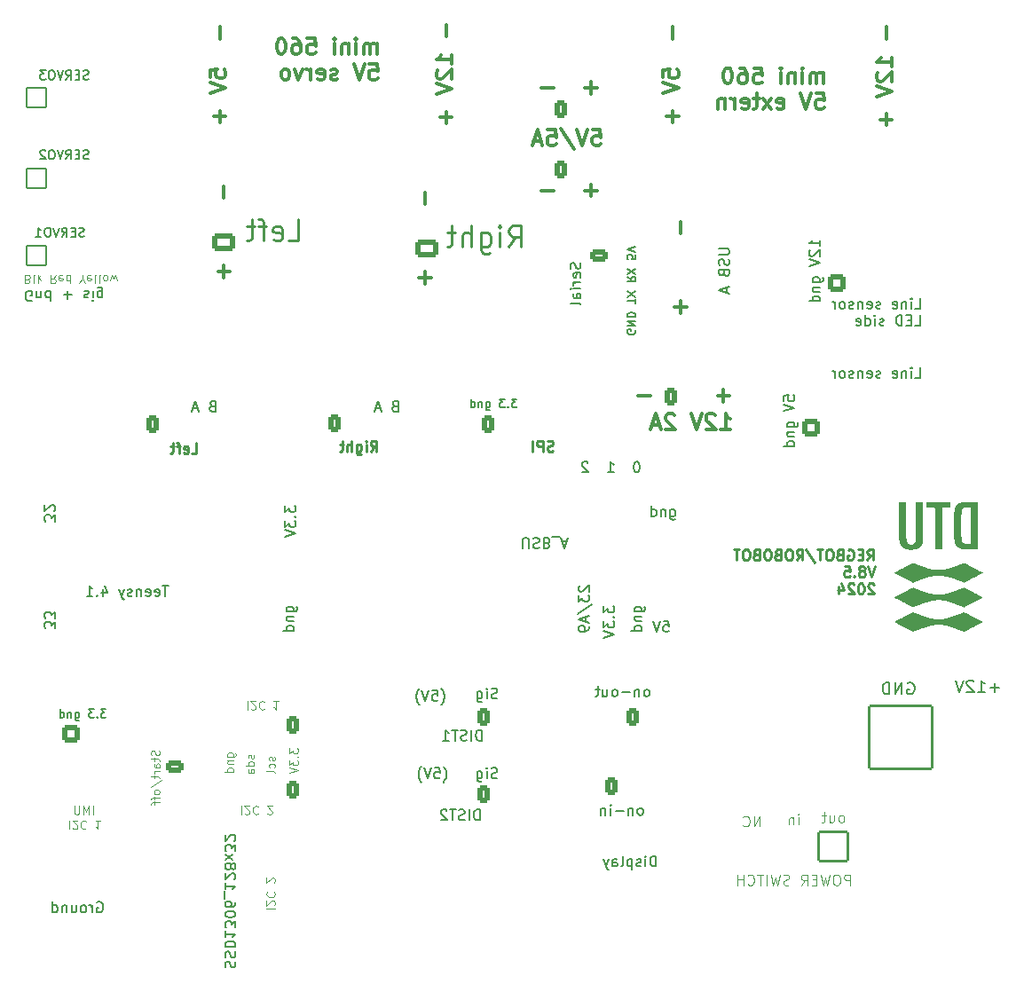
<source format=gbo>
%TF.GenerationSoftware,KiCad,Pcbnew,7.0.11+dfsg-1build4*%
%TF.CreationDate,2024-09-19T14:44:05+02:00*%
%TF.ProjectId,robobot_v85,726f626f-626f-4745-9f76-38352e6b6963,v8.0*%
%TF.SameCoordinates,Original*%
%TF.FileFunction,Legend,Bot*%
%TF.FilePolarity,Positive*%
%FSLAX46Y46*%
G04 Gerber Fmt 4.6, Leading zero omitted, Abs format (unit mm)*
G04 Created by KiCad (PCBNEW 7.0.11+dfsg-1build4) date 2024-09-19 14:44:05*
%MOMM*%
%LPD*%
G01*
G04 APERTURE LIST*
G04 Aperture macros list*
%AMRoundRect*
0 Rectangle with rounded corners*
0 $1 Rounding radius*
0 $2 $3 $4 $5 $6 $7 $8 $9 X,Y pos of 4 corners*
0 Add a 4 corners polygon primitive as box body*
4,1,4,$2,$3,$4,$5,$6,$7,$8,$9,$2,$3,0*
0 Add four circle primitives for the rounded corners*
1,1,$1+$1,$2,$3*
1,1,$1+$1,$4,$5*
1,1,$1+$1,$6,$7*
1,1,$1+$1,$8,$9*
0 Add four rect primitives between the rounded corners*
20,1,$1+$1,$2,$3,$4,$5,0*
20,1,$1+$1,$4,$5,$6,$7,0*
20,1,$1+$1,$6,$7,$8,$9,0*
20,1,$1+$1,$8,$9,$2,$3,0*%
G04 Aperture macros list end*
%ADD10C,0.120000*%
%ADD11C,0.150000*%
%ADD12C,0.200000*%
%ADD13C,0.300000*%
%ADD14C,0.250000*%
%ADD15C,0.152400*%
%ADD16C,0.127000*%
%ADD17RoundRect,0.250000X-0.350000X-0.625000X0.350000X-0.625000X0.350000X0.625000X-0.350000X0.625000X0*%
%ADD18O,1.200000X1.750000*%
%ADD19R,1.700000X1.700000*%
%ADD20O,1.700000X1.700000*%
%ADD21RoundRect,0.250000X-0.625000X0.350000X-0.625000X-0.350000X0.625000X-0.350000X0.625000X0.350000X0*%
%ADD22O,1.750000X1.200000*%
%ADD23C,3.200000*%
%ADD24RoundRect,0.101600X1.387500X-1.387500X1.387500X1.387500X-1.387500X1.387500X-1.387500X-1.387500X0*%
%ADD25C,2.978200*%
%ADD26RoundRect,0.250000X0.350000X0.625000X-0.350000X0.625000X-0.350000X-0.625000X0.350000X-0.625000X0*%
%ADD27R,1.524000X1.524000*%
%ADD28C,1.524000*%
%ADD29C,3.530000*%
%ADD30RoundRect,0.101600X-0.939800X-0.939800X0.939800X-0.939800X0.939800X0.939800X-0.939800X0.939800X0*%
%ADD31C,2.082800*%
%ADD32C,1.600000*%
%ADD33RoundRect,0.250000X0.600000X-0.600000X0.600000X0.600000X-0.600000X0.600000X-0.600000X-0.600000X0*%
%ADD34C,1.700000*%
%ADD35RoundRect,0.250000X0.845000X-0.620000X0.845000X0.620000X-0.845000X0.620000X-0.845000X-0.620000X0*%
%ADD36O,2.190000X1.740000*%
%ADD37RoundRect,0.101600X-2.999993X2.999993X-2.999993X-2.999993X2.999993X-2.999993X2.999993X2.999993X0*%
%ADD38C,6.203187*%
%ADD39RoundRect,0.250000X-0.600000X-0.600000X0.600000X-0.600000X0.600000X0.600000X-0.600000X0.600000X0*%
G04 APERTURE END LIST*
D10*
X178209523Y-137671379D02*
X178304761Y-137623760D01*
X178304761Y-137623760D02*
X178352380Y-137576140D01*
X178352380Y-137576140D02*
X178399999Y-137480902D01*
X178399999Y-137480902D02*
X178399999Y-137195188D01*
X178399999Y-137195188D02*
X178352380Y-137099950D01*
X178352380Y-137099950D02*
X178304761Y-137052331D01*
X178304761Y-137052331D02*
X178209523Y-137004712D01*
X178209523Y-137004712D02*
X178066666Y-137004712D01*
X178066666Y-137004712D02*
X177971428Y-137052331D01*
X177971428Y-137052331D02*
X177923809Y-137099950D01*
X177923809Y-137099950D02*
X177876190Y-137195188D01*
X177876190Y-137195188D02*
X177876190Y-137480902D01*
X177876190Y-137480902D02*
X177923809Y-137576140D01*
X177923809Y-137576140D02*
X177971428Y-137623760D01*
X177971428Y-137623760D02*
X178066666Y-137671379D01*
X178066666Y-137671379D02*
X178209523Y-137671379D01*
X177019047Y-137004712D02*
X177019047Y-137671379D01*
X177447618Y-137004712D02*
X177447618Y-137528521D01*
X177447618Y-137528521D02*
X177399999Y-137623760D01*
X177399999Y-137623760D02*
X177304761Y-137671379D01*
X177304761Y-137671379D02*
X177161904Y-137671379D01*
X177161904Y-137671379D02*
X177066666Y-137623760D01*
X177066666Y-137623760D02*
X177019047Y-137576140D01*
X176685713Y-137004712D02*
X176304761Y-137004712D01*
X176542856Y-136671379D02*
X176542856Y-137528521D01*
X176542856Y-137528521D02*
X176495237Y-137623760D01*
X176495237Y-137623760D02*
X176399999Y-137671379D01*
X176399999Y-137671379D02*
X176304761Y-137671379D01*
D11*
X107987030Y-126894295D02*
X107491792Y-126894295D01*
X107491792Y-126894295D02*
X107758458Y-127199057D01*
X107758458Y-127199057D02*
X107644173Y-127199057D01*
X107644173Y-127199057D02*
X107567982Y-127237152D01*
X107567982Y-127237152D02*
X107529887Y-127275247D01*
X107529887Y-127275247D02*
X107491792Y-127351438D01*
X107491792Y-127351438D02*
X107491792Y-127541914D01*
X107491792Y-127541914D02*
X107529887Y-127618104D01*
X107529887Y-127618104D02*
X107567982Y-127656200D01*
X107567982Y-127656200D02*
X107644173Y-127694295D01*
X107644173Y-127694295D02*
X107872744Y-127694295D01*
X107872744Y-127694295D02*
X107948935Y-127656200D01*
X107948935Y-127656200D02*
X107987030Y-127618104D01*
X107148934Y-127618104D02*
X107110839Y-127656200D01*
X107110839Y-127656200D02*
X107148934Y-127694295D01*
X107148934Y-127694295D02*
X107187030Y-127656200D01*
X107187030Y-127656200D02*
X107148934Y-127618104D01*
X107148934Y-127618104D02*
X107148934Y-127694295D01*
X106844173Y-126894295D02*
X106348935Y-126894295D01*
X106348935Y-126894295D02*
X106615601Y-127199057D01*
X106615601Y-127199057D02*
X106501316Y-127199057D01*
X106501316Y-127199057D02*
X106425125Y-127237152D01*
X106425125Y-127237152D02*
X106387030Y-127275247D01*
X106387030Y-127275247D02*
X106348935Y-127351438D01*
X106348935Y-127351438D02*
X106348935Y-127541914D01*
X106348935Y-127541914D02*
X106387030Y-127618104D01*
X106387030Y-127618104D02*
X106425125Y-127656200D01*
X106425125Y-127656200D02*
X106501316Y-127694295D01*
X106501316Y-127694295D02*
X106729887Y-127694295D01*
X106729887Y-127694295D02*
X106806078Y-127656200D01*
X106806078Y-127656200D02*
X106844173Y-127618104D01*
X105053696Y-127160961D02*
X105053696Y-127808580D01*
X105053696Y-127808580D02*
X105091791Y-127884771D01*
X105091791Y-127884771D02*
X105129887Y-127922866D01*
X105129887Y-127922866D02*
X105206077Y-127960961D01*
X105206077Y-127960961D02*
X105320363Y-127960961D01*
X105320363Y-127960961D02*
X105396553Y-127922866D01*
X105053696Y-127656200D02*
X105129887Y-127694295D01*
X105129887Y-127694295D02*
X105282268Y-127694295D01*
X105282268Y-127694295D02*
X105358458Y-127656200D01*
X105358458Y-127656200D02*
X105396553Y-127618104D01*
X105396553Y-127618104D02*
X105434649Y-127541914D01*
X105434649Y-127541914D02*
X105434649Y-127313342D01*
X105434649Y-127313342D02*
X105396553Y-127237152D01*
X105396553Y-127237152D02*
X105358458Y-127199057D01*
X105358458Y-127199057D02*
X105282268Y-127160961D01*
X105282268Y-127160961D02*
X105129887Y-127160961D01*
X105129887Y-127160961D02*
X105053696Y-127199057D01*
X104672743Y-127160961D02*
X104672743Y-127694295D01*
X104672743Y-127237152D02*
X104634648Y-127199057D01*
X104634648Y-127199057D02*
X104558458Y-127160961D01*
X104558458Y-127160961D02*
X104444172Y-127160961D01*
X104444172Y-127160961D02*
X104367981Y-127199057D01*
X104367981Y-127199057D02*
X104329886Y-127275247D01*
X104329886Y-127275247D02*
X104329886Y-127694295D01*
X103606076Y-127694295D02*
X103606076Y-126894295D01*
X103606076Y-127656200D02*
X103682267Y-127694295D01*
X103682267Y-127694295D02*
X103834648Y-127694295D01*
X103834648Y-127694295D02*
X103910838Y-127656200D01*
X103910838Y-127656200D02*
X103948933Y-127618104D01*
X103948933Y-127618104D02*
X103987029Y-127541914D01*
X103987029Y-127541914D02*
X103987029Y-127313342D01*
X103987029Y-127313342D02*
X103948933Y-127237152D01*
X103948933Y-127237152D02*
X103910838Y-127199057D01*
X103910838Y-127199057D02*
X103834648Y-127160961D01*
X103834648Y-127160961D02*
X103682267Y-127160961D01*
X103682267Y-127160961D02*
X103606076Y-127199057D01*
X135529887Y-97946009D02*
X135387030Y-97993628D01*
X135387030Y-97993628D02*
X135339411Y-98041247D01*
X135339411Y-98041247D02*
X135291792Y-98136485D01*
X135291792Y-98136485D02*
X135291792Y-98279342D01*
X135291792Y-98279342D02*
X135339411Y-98374580D01*
X135339411Y-98374580D02*
X135387030Y-98422200D01*
X135387030Y-98422200D02*
X135482268Y-98469819D01*
X135482268Y-98469819D02*
X135863220Y-98469819D01*
X135863220Y-98469819D02*
X135863220Y-97469819D01*
X135863220Y-97469819D02*
X135529887Y-97469819D01*
X135529887Y-97469819D02*
X135434649Y-97517438D01*
X135434649Y-97517438D02*
X135387030Y-97565057D01*
X135387030Y-97565057D02*
X135339411Y-97660295D01*
X135339411Y-97660295D02*
X135339411Y-97755533D01*
X135339411Y-97755533D02*
X135387030Y-97850771D01*
X135387030Y-97850771D02*
X135434649Y-97898390D01*
X135434649Y-97898390D02*
X135529887Y-97946009D01*
X135529887Y-97946009D02*
X135863220Y-97946009D01*
X134148934Y-98184104D02*
X133672744Y-98184104D01*
X134244172Y-98469819D02*
X133910839Y-97469819D01*
X133910839Y-97469819D02*
X133577506Y-98469819D01*
X161187030Y-118469819D02*
X161663220Y-118469819D01*
X161663220Y-118469819D02*
X161710839Y-118946009D01*
X161710839Y-118946009D02*
X161663220Y-118898390D01*
X161663220Y-118898390D02*
X161567982Y-118850771D01*
X161567982Y-118850771D02*
X161329887Y-118850771D01*
X161329887Y-118850771D02*
X161234649Y-118898390D01*
X161234649Y-118898390D02*
X161187030Y-118946009D01*
X161187030Y-118946009D02*
X161139411Y-119041247D01*
X161139411Y-119041247D02*
X161139411Y-119279342D01*
X161139411Y-119279342D02*
X161187030Y-119374580D01*
X161187030Y-119374580D02*
X161234649Y-119422200D01*
X161234649Y-119422200D02*
X161329887Y-119469819D01*
X161329887Y-119469819D02*
X161567982Y-119469819D01*
X161567982Y-119469819D02*
X161663220Y-119422200D01*
X161663220Y-119422200D02*
X161710839Y-119374580D01*
X160853696Y-118469819D02*
X160520363Y-119469819D01*
X160520363Y-119469819D02*
X160187030Y-118469819D01*
D12*
X185154136Y-95267219D02*
X185630326Y-95267219D01*
X185630326Y-95267219D02*
X185630326Y-94267219D01*
X184820802Y-95267219D02*
X184820802Y-94600552D01*
X184820802Y-94267219D02*
X184868421Y-94314838D01*
X184868421Y-94314838D02*
X184820802Y-94362457D01*
X184820802Y-94362457D02*
X184773183Y-94314838D01*
X184773183Y-94314838D02*
X184820802Y-94267219D01*
X184820802Y-94267219D02*
X184820802Y-94362457D01*
X184344612Y-94600552D02*
X184344612Y-95267219D01*
X184344612Y-94695790D02*
X184296993Y-94648171D01*
X184296993Y-94648171D02*
X184201755Y-94600552D01*
X184201755Y-94600552D02*
X184058898Y-94600552D01*
X184058898Y-94600552D02*
X183963660Y-94648171D01*
X183963660Y-94648171D02*
X183916041Y-94743409D01*
X183916041Y-94743409D02*
X183916041Y-95267219D01*
X183058898Y-95219600D02*
X183154136Y-95267219D01*
X183154136Y-95267219D02*
X183344612Y-95267219D01*
X183344612Y-95267219D02*
X183439850Y-95219600D01*
X183439850Y-95219600D02*
X183487469Y-95124361D01*
X183487469Y-95124361D02*
X183487469Y-94743409D01*
X183487469Y-94743409D02*
X183439850Y-94648171D01*
X183439850Y-94648171D02*
X183344612Y-94600552D01*
X183344612Y-94600552D02*
X183154136Y-94600552D01*
X183154136Y-94600552D02*
X183058898Y-94648171D01*
X183058898Y-94648171D02*
X183011279Y-94743409D01*
X183011279Y-94743409D02*
X183011279Y-94838647D01*
X183011279Y-94838647D02*
X183487469Y-94933885D01*
X181868421Y-95219600D02*
X181773183Y-95267219D01*
X181773183Y-95267219D02*
X181582707Y-95267219D01*
X181582707Y-95267219D02*
X181487469Y-95219600D01*
X181487469Y-95219600D02*
X181439850Y-95124361D01*
X181439850Y-95124361D02*
X181439850Y-95076742D01*
X181439850Y-95076742D02*
X181487469Y-94981504D01*
X181487469Y-94981504D02*
X181582707Y-94933885D01*
X181582707Y-94933885D02*
X181725564Y-94933885D01*
X181725564Y-94933885D02*
X181820802Y-94886266D01*
X181820802Y-94886266D02*
X181868421Y-94791028D01*
X181868421Y-94791028D02*
X181868421Y-94743409D01*
X181868421Y-94743409D02*
X181820802Y-94648171D01*
X181820802Y-94648171D02*
X181725564Y-94600552D01*
X181725564Y-94600552D02*
X181582707Y-94600552D01*
X181582707Y-94600552D02*
X181487469Y-94648171D01*
X180630326Y-95219600D02*
X180725564Y-95267219D01*
X180725564Y-95267219D02*
X180916040Y-95267219D01*
X180916040Y-95267219D02*
X181011278Y-95219600D01*
X181011278Y-95219600D02*
X181058897Y-95124361D01*
X181058897Y-95124361D02*
X181058897Y-94743409D01*
X181058897Y-94743409D02*
X181011278Y-94648171D01*
X181011278Y-94648171D02*
X180916040Y-94600552D01*
X180916040Y-94600552D02*
X180725564Y-94600552D01*
X180725564Y-94600552D02*
X180630326Y-94648171D01*
X180630326Y-94648171D02*
X180582707Y-94743409D01*
X180582707Y-94743409D02*
X180582707Y-94838647D01*
X180582707Y-94838647D02*
X181058897Y-94933885D01*
X180154135Y-94600552D02*
X180154135Y-95267219D01*
X180154135Y-94695790D02*
X180106516Y-94648171D01*
X180106516Y-94648171D02*
X180011278Y-94600552D01*
X180011278Y-94600552D02*
X179868421Y-94600552D01*
X179868421Y-94600552D02*
X179773183Y-94648171D01*
X179773183Y-94648171D02*
X179725564Y-94743409D01*
X179725564Y-94743409D02*
X179725564Y-95267219D01*
X179296992Y-95219600D02*
X179201754Y-95267219D01*
X179201754Y-95267219D02*
X179011278Y-95267219D01*
X179011278Y-95267219D02*
X178916040Y-95219600D01*
X178916040Y-95219600D02*
X178868421Y-95124361D01*
X178868421Y-95124361D02*
X178868421Y-95076742D01*
X178868421Y-95076742D02*
X178916040Y-94981504D01*
X178916040Y-94981504D02*
X179011278Y-94933885D01*
X179011278Y-94933885D02*
X179154135Y-94933885D01*
X179154135Y-94933885D02*
X179249373Y-94886266D01*
X179249373Y-94886266D02*
X179296992Y-94791028D01*
X179296992Y-94791028D02*
X179296992Y-94743409D01*
X179296992Y-94743409D02*
X179249373Y-94648171D01*
X179249373Y-94648171D02*
X179154135Y-94600552D01*
X179154135Y-94600552D02*
X179011278Y-94600552D01*
X179011278Y-94600552D02*
X178916040Y-94648171D01*
X178296992Y-95267219D02*
X178392230Y-95219600D01*
X178392230Y-95219600D02*
X178439849Y-95171980D01*
X178439849Y-95171980D02*
X178487468Y-95076742D01*
X178487468Y-95076742D02*
X178487468Y-94791028D01*
X178487468Y-94791028D02*
X178439849Y-94695790D01*
X178439849Y-94695790D02*
X178392230Y-94648171D01*
X178392230Y-94648171D02*
X178296992Y-94600552D01*
X178296992Y-94600552D02*
X178154135Y-94600552D01*
X178154135Y-94600552D02*
X178058897Y-94648171D01*
X178058897Y-94648171D02*
X178011278Y-94695790D01*
X178011278Y-94695790D02*
X177963659Y-94791028D01*
X177963659Y-94791028D02*
X177963659Y-95076742D01*
X177963659Y-95076742D02*
X178011278Y-95171980D01*
X178011278Y-95171980D02*
X178058897Y-95219600D01*
X178058897Y-95219600D02*
X178154135Y-95267219D01*
X178154135Y-95267219D02*
X178296992Y-95267219D01*
X177535087Y-95267219D02*
X177535087Y-94600552D01*
X177535087Y-94791028D02*
X177487468Y-94695790D01*
X177487468Y-94695790D02*
X177439849Y-94648171D01*
X177439849Y-94648171D02*
X177344611Y-94600552D01*
X177344611Y-94600552D02*
X177249373Y-94600552D01*
D11*
X153222200Y-84289160D02*
X153269819Y-84432017D01*
X153269819Y-84432017D02*
X153269819Y-84670112D01*
X153269819Y-84670112D02*
X153222200Y-84765350D01*
X153222200Y-84765350D02*
X153174580Y-84812969D01*
X153174580Y-84812969D02*
X153079342Y-84860588D01*
X153079342Y-84860588D02*
X152984104Y-84860588D01*
X152984104Y-84860588D02*
X152888866Y-84812969D01*
X152888866Y-84812969D02*
X152841247Y-84765350D01*
X152841247Y-84765350D02*
X152793628Y-84670112D01*
X152793628Y-84670112D02*
X152746009Y-84479636D01*
X152746009Y-84479636D02*
X152698390Y-84384398D01*
X152698390Y-84384398D02*
X152650771Y-84336779D01*
X152650771Y-84336779D02*
X152555533Y-84289160D01*
X152555533Y-84289160D02*
X152460295Y-84289160D01*
X152460295Y-84289160D02*
X152365057Y-84336779D01*
X152365057Y-84336779D02*
X152317438Y-84384398D01*
X152317438Y-84384398D02*
X152269819Y-84479636D01*
X152269819Y-84479636D02*
X152269819Y-84717731D01*
X152269819Y-84717731D02*
X152317438Y-84860588D01*
X153222200Y-85670112D02*
X153269819Y-85574874D01*
X153269819Y-85574874D02*
X153269819Y-85384398D01*
X153269819Y-85384398D02*
X153222200Y-85289160D01*
X153222200Y-85289160D02*
X153126961Y-85241541D01*
X153126961Y-85241541D02*
X152746009Y-85241541D01*
X152746009Y-85241541D02*
X152650771Y-85289160D01*
X152650771Y-85289160D02*
X152603152Y-85384398D01*
X152603152Y-85384398D02*
X152603152Y-85574874D01*
X152603152Y-85574874D02*
X152650771Y-85670112D01*
X152650771Y-85670112D02*
X152746009Y-85717731D01*
X152746009Y-85717731D02*
X152841247Y-85717731D01*
X152841247Y-85717731D02*
X152936485Y-85241541D01*
X153269819Y-86146303D02*
X152603152Y-86146303D01*
X152793628Y-86146303D02*
X152698390Y-86193922D01*
X152698390Y-86193922D02*
X152650771Y-86241541D01*
X152650771Y-86241541D02*
X152603152Y-86336779D01*
X152603152Y-86336779D02*
X152603152Y-86432017D01*
X153269819Y-86765351D02*
X152603152Y-86765351D01*
X152269819Y-86765351D02*
X152317438Y-86717732D01*
X152317438Y-86717732D02*
X152365057Y-86765351D01*
X152365057Y-86765351D02*
X152317438Y-86812970D01*
X152317438Y-86812970D02*
X152269819Y-86765351D01*
X152269819Y-86765351D02*
X152365057Y-86765351D01*
X153269819Y-87670112D02*
X152746009Y-87670112D01*
X152746009Y-87670112D02*
X152650771Y-87622493D01*
X152650771Y-87622493D02*
X152603152Y-87527255D01*
X152603152Y-87527255D02*
X152603152Y-87336779D01*
X152603152Y-87336779D02*
X152650771Y-87241541D01*
X153222200Y-87670112D02*
X153269819Y-87574874D01*
X153269819Y-87574874D02*
X153269819Y-87336779D01*
X153269819Y-87336779D02*
X153222200Y-87241541D01*
X153222200Y-87241541D02*
X153126961Y-87193922D01*
X153126961Y-87193922D02*
X153031723Y-87193922D01*
X153031723Y-87193922D02*
X152936485Y-87241541D01*
X152936485Y-87241541D02*
X152888866Y-87336779D01*
X152888866Y-87336779D02*
X152888866Y-87574874D01*
X152888866Y-87574874D02*
X152841247Y-87670112D01*
X153269819Y-88289160D02*
X153222200Y-88193922D01*
X153222200Y-88193922D02*
X153126961Y-88146303D01*
X153126961Y-88146303D02*
X152269819Y-88146303D01*
D13*
X119229400Y-76954510D02*
X119229400Y-78097368D01*
X119229400Y-84525938D02*
X119229400Y-85668796D01*
X119800828Y-85097367D02*
X118657971Y-85097367D01*
D14*
X180626003Y-112644619D02*
X180959336Y-112168428D01*
X181197431Y-112644619D02*
X181197431Y-111644619D01*
X181197431Y-111644619D02*
X180816479Y-111644619D01*
X180816479Y-111644619D02*
X180721241Y-111692238D01*
X180721241Y-111692238D02*
X180673622Y-111739857D01*
X180673622Y-111739857D02*
X180626003Y-111835095D01*
X180626003Y-111835095D02*
X180626003Y-111977952D01*
X180626003Y-111977952D02*
X180673622Y-112073190D01*
X180673622Y-112073190D02*
X180721241Y-112120809D01*
X180721241Y-112120809D02*
X180816479Y-112168428D01*
X180816479Y-112168428D02*
X181197431Y-112168428D01*
X180197431Y-112120809D02*
X179864098Y-112120809D01*
X179721241Y-112644619D02*
X180197431Y-112644619D01*
X180197431Y-112644619D02*
X180197431Y-111644619D01*
X180197431Y-111644619D02*
X179721241Y-111644619D01*
X178768860Y-111692238D02*
X178864098Y-111644619D01*
X178864098Y-111644619D02*
X179006955Y-111644619D01*
X179006955Y-111644619D02*
X179149812Y-111692238D01*
X179149812Y-111692238D02*
X179245050Y-111787476D01*
X179245050Y-111787476D02*
X179292669Y-111882714D01*
X179292669Y-111882714D02*
X179340288Y-112073190D01*
X179340288Y-112073190D02*
X179340288Y-112216047D01*
X179340288Y-112216047D02*
X179292669Y-112406523D01*
X179292669Y-112406523D02*
X179245050Y-112501761D01*
X179245050Y-112501761D02*
X179149812Y-112597000D01*
X179149812Y-112597000D02*
X179006955Y-112644619D01*
X179006955Y-112644619D02*
X178911717Y-112644619D01*
X178911717Y-112644619D02*
X178768860Y-112597000D01*
X178768860Y-112597000D02*
X178721241Y-112549380D01*
X178721241Y-112549380D02*
X178721241Y-112216047D01*
X178721241Y-112216047D02*
X178911717Y-112216047D01*
X177959336Y-112120809D02*
X177816479Y-112168428D01*
X177816479Y-112168428D02*
X177768860Y-112216047D01*
X177768860Y-112216047D02*
X177721241Y-112311285D01*
X177721241Y-112311285D02*
X177721241Y-112454142D01*
X177721241Y-112454142D02*
X177768860Y-112549380D01*
X177768860Y-112549380D02*
X177816479Y-112597000D01*
X177816479Y-112597000D02*
X177911717Y-112644619D01*
X177911717Y-112644619D02*
X178292669Y-112644619D01*
X178292669Y-112644619D02*
X178292669Y-111644619D01*
X178292669Y-111644619D02*
X177959336Y-111644619D01*
X177959336Y-111644619D02*
X177864098Y-111692238D01*
X177864098Y-111692238D02*
X177816479Y-111739857D01*
X177816479Y-111739857D02*
X177768860Y-111835095D01*
X177768860Y-111835095D02*
X177768860Y-111930333D01*
X177768860Y-111930333D02*
X177816479Y-112025571D01*
X177816479Y-112025571D02*
X177864098Y-112073190D01*
X177864098Y-112073190D02*
X177959336Y-112120809D01*
X177959336Y-112120809D02*
X178292669Y-112120809D01*
X177102193Y-111644619D02*
X176911717Y-111644619D01*
X176911717Y-111644619D02*
X176816479Y-111692238D01*
X176816479Y-111692238D02*
X176721241Y-111787476D01*
X176721241Y-111787476D02*
X176673622Y-111977952D01*
X176673622Y-111977952D02*
X176673622Y-112311285D01*
X176673622Y-112311285D02*
X176721241Y-112501761D01*
X176721241Y-112501761D02*
X176816479Y-112597000D01*
X176816479Y-112597000D02*
X176911717Y-112644619D01*
X176911717Y-112644619D02*
X177102193Y-112644619D01*
X177102193Y-112644619D02*
X177197431Y-112597000D01*
X177197431Y-112597000D02*
X177292669Y-112501761D01*
X177292669Y-112501761D02*
X177340288Y-112311285D01*
X177340288Y-112311285D02*
X177340288Y-111977952D01*
X177340288Y-111977952D02*
X177292669Y-111787476D01*
X177292669Y-111787476D02*
X177197431Y-111692238D01*
X177197431Y-111692238D02*
X177102193Y-111644619D01*
X176387907Y-111644619D02*
X175816479Y-111644619D01*
X176102193Y-112644619D02*
X176102193Y-111644619D01*
X174768860Y-111597000D02*
X175626002Y-112882714D01*
X173864098Y-112644619D02*
X174197431Y-112168428D01*
X174435526Y-112644619D02*
X174435526Y-111644619D01*
X174435526Y-111644619D02*
X174054574Y-111644619D01*
X174054574Y-111644619D02*
X173959336Y-111692238D01*
X173959336Y-111692238D02*
X173911717Y-111739857D01*
X173911717Y-111739857D02*
X173864098Y-111835095D01*
X173864098Y-111835095D02*
X173864098Y-111977952D01*
X173864098Y-111977952D02*
X173911717Y-112073190D01*
X173911717Y-112073190D02*
X173959336Y-112120809D01*
X173959336Y-112120809D02*
X174054574Y-112168428D01*
X174054574Y-112168428D02*
X174435526Y-112168428D01*
X173245050Y-111644619D02*
X173054574Y-111644619D01*
X173054574Y-111644619D02*
X172959336Y-111692238D01*
X172959336Y-111692238D02*
X172864098Y-111787476D01*
X172864098Y-111787476D02*
X172816479Y-111977952D01*
X172816479Y-111977952D02*
X172816479Y-112311285D01*
X172816479Y-112311285D02*
X172864098Y-112501761D01*
X172864098Y-112501761D02*
X172959336Y-112597000D01*
X172959336Y-112597000D02*
X173054574Y-112644619D01*
X173054574Y-112644619D02*
X173245050Y-112644619D01*
X173245050Y-112644619D02*
X173340288Y-112597000D01*
X173340288Y-112597000D02*
X173435526Y-112501761D01*
X173435526Y-112501761D02*
X173483145Y-112311285D01*
X173483145Y-112311285D02*
X173483145Y-111977952D01*
X173483145Y-111977952D02*
X173435526Y-111787476D01*
X173435526Y-111787476D02*
X173340288Y-111692238D01*
X173340288Y-111692238D02*
X173245050Y-111644619D01*
X172054574Y-112120809D02*
X171911717Y-112168428D01*
X171911717Y-112168428D02*
X171864098Y-112216047D01*
X171864098Y-112216047D02*
X171816479Y-112311285D01*
X171816479Y-112311285D02*
X171816479Y-112454142D01*
X171816479Y-112454142D02*
X171864098Y-112549380D01*
X171864098Y-112549380D02*
X171911717Y-112597000D01*
X171911717Y-112597000D02*
X172006955Y-112644619D01*
X172006955Y-112644619D02*
X172387907Y-112644619D01*
X172387907Y-112644619D02*
X172387907Y-111644619D01*
X172387907Y-111644619D02*
X172054574Y-111644619D01*
X172054574Y-111644619D02*
X171959336Y-111692238D01*
X171959336Y-111692238D02*
X171911717Y-111739857D01*
X171911717Y-111739857D02*
X171864098Y-111835095D01*
X171864098Y-111835095D02*
X171864098Y-111930333D01*
X171864098Y-111930333D02*
X171911717Y-112025571D01*
X171911717Y-112025571D02*
X171959336Y-112073190D01*
X171959336Y-112073190D02*
X172054574Y-112120809D01*
X172054574Y-112120809D02*
X172387907Y-112120809D01*
X171197431Y-111644619D02*
X171006955Y-111644619D01*
X171006955Y-111644619D02*
X170911717Y-111692238D01*
X170911717Y-111692238D02*
X170816479Y-111787476D01*
X170816479Y-111787476D02*
X170768860Y-111977952D01*
X170768860Y-111977952D02*
X170768860Y-112311285D01*
X170768860Y-112311285D02*
X170816479Y-112501761D01*
X170816479Y-112501761D02*
X170911717Y-112597000D01*
X170911717Y-112597000D02*
X171006955Y-112644619D01*
X171006955Y-112644619D02*
X171197431Y-112644619D01*
X171197431Y-112644619D02*
X171292669Y-112597000D01*
X171292669Y-112597000D02*
X171387907Y-112501761D01*
X171387907Y-112501761D02*
X171435526Y-112311285D01*
X171435526Y-112311285D02*
X171435526Y-111977952D01*
X171435526Y-111977952D02*
X171387907Y-111787476D01*
X171387907Y-111787476D02*
X171292669Y-111692238D01*
X171292669Y-111692238D02*
X171197431Y-111644619D01*
X170006955Y-112120809D02*
X169864098Y-112168428D01*
X169864098Y-112168428D02*
X169816479Y-112216047D01*
X169816479Y-112216047D02*
X169768860Y-112311285D01*
X169768860Y-112311285D02*
X169768860Y-112454142D01*
X169768860Y-112454142D02*
X169816479Y-112549380D01*
X169816479Y-112549380D02*
X169864098Y-112597000D01*
X169864098Y-112597000D02*
X169959336Y-112644619D01*
X169959336Y-112644619D02*
X170340288Y-112644619D01*
X170340288Y-112644619D02*
X170340288Y-111644619D01*
X170340288Y-111644619D02*
X170006955Y-111644619D01*
X170006955Y-111644619D02*
X169911717Y-111692238D01*
X169911717Y-111692238D02*
X169864098Y-111739857D01*
X169864098Y-111739857D02*
X169816479Y-111835095D01*
X169816479Y-111835095D02*
X169816479Y-111930333D01*
X169816479Y-111930333D02*
X169864098Y-112025571D01*
X169864098Y-112025571D02*
X169911717Y-112073190D01*
X169911717Y-112073190D02*
X170006955Y-112120809D01*
X170006955Y-112120809D02*
X170340288Y-112120809D01*
X169149812Y-111644619D02*
X168959336Y-111644619D01*
X168959336Y-111644619D02*
X168864098Y-111692238D01*
X168864098Y-111692238D02*
X168768860Y-111787476D01*
X168768860Y-111787476D02*
X168721241Y-111977952D01*
X168721241Y-111977952D02*
X168721241Y-112311285D01*
X168721241Y-112311285D02*
X168768860Y-112501761D01*
X168768860Y-112501761D02*
X168864098Y-112597000D01*
X168864098Y-112597000D02*
X168959336Y-112644619D01*
X168959336Y-112644619D02*
X169149812Y-112644619D01*
X169149812Y-112644619D02*
X169245050Y-112597000D01*
X169245050Y-112597000D02*
X169340288Y-112501761D01*
X169340288Y-112501761D02*
X169387907Y-112311285D01*
X169387907Y-112311285D02*
X169387907Y-111977952D01*
X169387907Y-111977952D02*
X169340288Y-111787476D01*
X169340288Y-111787476D02*
X169245050Y-111692238D01*
X169245050Y-111692238D02*
X169149812Y-111644619D01*
X168435526Y-111644619D02*
X167864098Y-111644619D01*
X168149812Y-112644619D02*
X168149812Y-111644619D01*
X181340288Y-113254619D02*
X181006955Y-114254619D01*
X181006955Y-114254619D02*
X180673622Y-113254619D01*
X180197431Y-113683190D02*
X180292669Y-113635571D01*
X180292669Y-113635571D02*
X180340288Y-113587952D01*
X180340288Y-113587952D02*
X180387907Y-113492714D01*
X180387907Y-113492714D02*
X180387907Y-113445095D01*
X180387907Y-113445095D02*
X180340288Y-113349857D01*
X180340288Y-113349857D02*
X180292669Y-113302238D01*
X180292669Y-113302238D02*
X180197431Y-113254619D01*
X180197431Y-113254619D02*
X180006955Y-113254619D01*
X180006955Y-113254619D02*
X179911717Y-113302238D01*
X179911717Y-113302238D02*
X179864098Y-113349857D01*
X179864098Y-113349857D02*
X179816479Y-113445095D01*
X179816479Y-113445095D02*
X179816479Y-113492714D01*
X179816479Y-113492714D02*
X179864098Y-113587952D01*
X179864098Y-113587952D02*
X179911717Y-113635571D01*
X179911717Y-113635571D02*
X180006955Y-113683190D01*
X180006955Y-113683190D02*
X180197431Y-113683190D01*
X180197431Y-113683190D02*
X180292669Y-113730809D01*
X180292669Y-113730809D02*
X180340288Y-113778428D01*
X180340288Y-113778428D02*
X180387907Y-113873666D01*
X180387907Y-113873666D02*
X180387907Y-114064142D01*
X180387907Y-114064142D02*
X180340288Y-114159380D01*
X180340288Y-114159380D02*
X180292669Y-114207000D01*
X180292669Y-114207000D02*
X180197431Y-114254619D01*
X180197431Y-114254619D02*
X180006955Y-114254619D01*
X180006955Y-114254619D02*
X179911717Y-114207000D01*
X179911717Y-114207000D02*
X179864098Y-114159380D01*
X179864098Y-114159380D02*
X179816479Y-114064142D01*
X179816479Y-114064142D02*
X179816479Y-113873666D01*
X179816479Y-113873666D02*
X179864098Y-113778428D01*
X179864098Y-113778428D02*
X179911717Y-113730809D01*
X179911717Y-113730809D02*
X180006955Y-113683190D01*
X179387907Y-114159380D02*
X179340288Y-114207000D01*
X179340288Y-114207000D02*
X179387907Y-114254619D01*
X179387907Y-114254619D02*
X179435526Y-114207000D01*
X179435526Y-114207000D02*
X179387907Y-114159380D01*
X179387907Y-114159380D02*
X179387907Y-114254619D01*
X178435527Y-113254619D02*
X178911717Y-113254619D01*
X178911717Y-113254619D02*
X178959336Y-113730809D01*
X178959336Y-113730809D02*
X178911717Y-113683190D01*
X178911717Y-113683190D02*
X178816479Y-113635571D01*
X178816479Y-113635571D02*
X178578384Y-113635571D01*
X178578384Y-113635571D02*
X178483146Y-113683190D01*
X178483146Y-113683190D02*
X178435527Y-113730809D01*
X178435527Y-113730809D02*
X178387908Y-113826047D01*
X178387908Y-113826047D02*
X178387908Y-114064142D01*
X178387908Y-114064142D02*
X178435527Y-114159380D01*
X178435527Y-114159380D02*
X178483146Y-114207000D01*
X178483146Y-114207000D02*
X178578384Y-114254619D01*
X178578384Y-114254619D02*
X178816479Y-114254619D01*
X178816479Y-114254619D02*
X178911717Y-114207000D01*
X178911717Y-114207000D02*
X178959336Y-114159380D01*
X181245050Y-114959857D02*
X181197431Y-114912238D01*
X181197431Y-114912238D02*
X181102193Y-114864619D01*
X181102193Y-114864619D02*
X180864098Y-114864619D01*
X180864098Y-114864619D02*
X180768860Y-114912238D01*
X180768860Y-114912238D02*
X180721241Y-114959857D01*
X180721241Y-114959857D02*
X180673622Y-115055095D01*
X180673622Y-115055095D02*
X180673622Y-115150333D01*
X180673622Y-115150333D02*
X180721241Y-115293190D01*
X180721241Y-115293190D02*
X181292669Y-115864619D01*
X181292669Y-115864619D02*
X180673622Y-115864619D01*
X180054574Y-114864619D02*
X179959336Y-114864619D01*
X179959336Y-114864619D02*
X179864098Y-114912238D01*
X179864098Y-114912238D02*
X179816479Y-114959857D01*
X179816479Y-114959857D02*
X179768860Y-115055095D01*
X179768860Y-115055095D02*
X179721241Y-115245571D01*
X179721241Y-115245571D02*
X179721241Y-115483666D01*
X179721241Y-115483666D02*
X179768860Y-115674142D01*
X179768860Y-115674142D02*
X179816479Y-115769380D01*
X179816479Y-115769380D02*
X179864098Y-115817000D01*
X179864098Y-115817000D02*
X179959336Y-115864619D01*
X179959336Y-115864619D02*
X180054574Y-115864619D01*
X180054574Y-115864619D02*
X180149812Y-115817000D01*
X180149812Y-115817000D02*
X180197431Y-115769380D01*
X180197431Y-115769380D02*
X180245050Y-115674142D01*
X180245050Y-115674142D02*
X180292669Y-115483666D01*
X180292669Y-115483666D02*
X180292669Y-115245571D01*
X180292669Y-115245571D02*
X180245050Y-115055095D01*
X180245050Y-115055095D02*
X180197431Y-114959857D01*
X180197431Y-114959857D02*
X180149812Y-114912238D01*
X180149812Y-114912238D02*
X180054574Y-114864619D01*
X179340288Y-114959857D02*
X179292669Y-114912238D01*
X179292669Y-114912238D02*
X179197431Y-114864619D01*
X179197431Y-114864619D02*
X178959336Y-114864619D01*
X178959336Y-114864619D02*
X178864098Y-114912238D01*
X178864098Y-114912238D02*
X178816479Y-114959857D01*
X178816479Y-114959857D02*
X178768860Y-115055095D01*
X178768860Y-115055095D02*
X178768860Y-115150333D01*
X178768860Y-115150333D02*
X178816479Y-115293190D01*
X178816479Y-115293190D02*
X179387907Y-115864619D01*
X179387907Y-115864619D02*
X178768860Y-115864619D01*
X177911717Y-115197952D02*
X177911717Y-115864619D01*
X178149812Y-114817000D02*
X178387907Y-115531285D01*
X178387907Y-115531285D02*
X177768860Y-115531285D01*
D13*
X162029400Y-61754510D02*
X162029400Y-62897368D01*
X161100828Y-66611653D02*
X161100828Y-65897367D01*
X161100828Y-65897367D02*
X161815114Y-65825939D01*
X161815114Y-65825939D02*
X161743685Y-65897367D01*
X161743685Y-65897367D02*
X161672257Y-66040225D01*
X161672257Y-66040225D02*
X161672257Y-66397367D01*
X161672257Y-66397367D02*
X161743685Y-66540225D01*
X161743685Y-66540225D02*
X161815114Y-66611653D01*
X161815114Y-66611653D02*
X161957971Y-66683082D01*
X161957971Y-66683082D02*
X162315114Y-66683082D01*
X162315114Y-66683082D02*
X162457971Y-66611653D01*
X162457971Y-66611653D02*
X162529400Y-66540225D01*
X162529400Y-66540225D02*
X162600828Y-66397367D01*
X162600828Y-66397367D02*
X162600828Y-66040225D01*
X162600828Y-66040225D02*
X162529400Y-65897367D01*
X162529400Y-65897367D02*
X162457971Y-65825939D01*
X161100828Y-67111653D02*
X162600828Y-67611653D01*
X162600828Y-67611653D02*
X161100828Y-68111653D01*
X162029400Y-69754509D02*
X162029400Y-70897367D01*
X162600828Y-70325938D02*
X161457971Y-70325938D01*
D11*
X147736779Y-111530180D02*
X147736779Y-110720657D01*
X147736779Y-110720657D02*
X147784398Y-110625419D01*
X147784398Y-110625419D02*
X147832017Y-110577800D01*
X147832017Y-110577800D02*
X147927255Y-110530180D01*
X147927255Y-110530180D02*
X148117731Y-110530180D01*
X148117731Y-110530180D02*
X148212969Y-110577800D01*
X148212969Y-110577800D02*
X148260588Y-110625419D01*
X148260588Y-110625419D02*
X148308207Y-110720657D01*
X148308207Y-110720657D02*
X148308207Y-111530180D01*
X148736779Y-110577800D02*
X148879636Y-110530180D01*
X148879636Y-110530180D02*
X149117731Y-110530180D01*
X149117731Y-110530180D02*
X149212969Y-110577800D01*
X149212969Y-110577800D02*
X149260588Y-110625419D01*
X149260588Y-110625419D02*
X149308207Y-110720657D01*
X149308207Y-110720657D02*
X149308207Y-110815895D01*
X149308207Y-110815895D02*
X149260588Y-110911133D01*
X149260588Y-110911133D02*
X149212969Y-110958752D01*
X149212969Y-110958752D02*
X149117731Y-111006371D01*
X149117731Y-111006371D02*
X148927255Y-111053990D01*
X148927255Y-111053990D02*
X148832017Y-111101609D01*
X148832017Y-111101609D02*
X148784398Y-111149228D01*
X148784398Y-111149228D02*
X148736779Y-111244466D01*
X148736779Y-111244466D02*
X148736779Y-111339704D01*
X148736779Y-111339704D02*
X148784398Y-111434942D01*
X148784398Y-111434942D02*
X148832017Y-111482561D01*
X148832017Y-111482561D02*
X148927255Y-111530180D01*
X148927255Y-111530180D02*
X149165350Y-111530180D01*
X149165350Y-111530180D02*
X149308207Y-111482561D01*
X150070112Y-111053990D02*
X150212969Y-111006371D01*
X150212969Y-111006371D02*
X150260588Y-110958752D01*
X150260588Y-110958752D02*
X150308207Y-110863514D01*
X150308207Y-110863514D02*
X150308207Y-110720657D01*
X150308207Y-110720657D02*
X150260588Y-110625419D01*
X150260588Y-110625419D02*
X150212969Y-110577800D01*
X150212969Y-110577800D02*
X150117731Y-110530180D01*
X150117731Y-110530180D02*
X149736779Y-110530180D01*
X149736779Y-110530180D02*
X149736779Y-111530180D01*
X149736779Y-111530180D02*
X150070112Y-111530180D01*
X150070112Y-111530180D02*
X150165350Y-111482561D01*
X150165350Y-111482561D02*
X150212969Y-111434942D01*
X150212969Y-111434942D02*
X150260588Y-111339704D01*
X150260588Y-111339704D02*
X150260588Y-111244466D01*
X150260588Y-111244466D02*
X150212969Y-111149228D01*
X150212969Y-111149228D02*
X150165350Y-111101609D01*
X150165350Y-111101609D02*
X150070112Y-111053990D01*
X150070112Y-111053990D02*
X149736779Y-111053990D01*
X150498684Y-110434942D02*
X151260588Y-110434942D01*
X151451065Y-110815895D02*
X151927255Y-110815895D01*
X151355827Y-110530180D02*
X151689160Y-111530180D01*
X151689160Y-111530180D02*
X152022493Y-110530180D01*
D10*
X100523808Y-85855192D02*
X100638094Y-85817097D01*
X100638094Y-85817097D02*
X100676189Y-85779001D01*
X100676189Y-85779001D02*
X100714285Y-85702811D01*
X100714285Y-85702811D02*
X100714285Y-85588525D01*
X100714285Y-85588525D02*
X100676189Y-85512335D01*
X100676189Y-85512335D02*
X100638094Y-85474240D01*
X100638094Y-85474240D02*
X100561904Y-85436144D01*
X100561904Y-85436144D02*
X100257142Y-85436144D01*
X100257142Y-85436144D02*
X100257142Y-86236144D01*
X100257142Y-86236144D02*
X100523808Y-86236144D01*
X100523808Y-86236144D02*
X100599999Y-86198049D01*
X100599999Y-86198049D02*
X100638094Y-86159954D01*
X100638094Y-86159954D02*
X100676189Y-86083763D01*
X100676189Y-86083763D02*
X100676189Y-86007573D01*
X100676189Y-86007573D02*
X100638094Y-85931382D01*
X100638094Y-85931382D02*
X100599999Y-85893287D01*
X100599999Y-85893287D02*
X100523808Y-85855192D01*
X100523808Y-85855192D02*
X100257142Y-85855192D01*
X101171427Y-85436144D02*
X101095237Y-85474240D01*
X101095237Y-85474240D02*
X101057142Y-85550430D01*
X101057142Y-85550430D02*
X101057142Y-86236144D01*
X101476190Y-85436144D02*
X101476190Y-86236144D01*
X101552380Y-85740906D02*
X101780952Y-85436144D01*
X101780952Y-85969478D02*
X101476190Y-85664716D01*
X103190476Y-85436144D02*
X102923809Y-85817097D01*
X102733333Y-85436144D02*
X102733333Y-86236144D01*
X102733333Y-86236144D02*
X103038095Y-86236144D01*
X103038095Y-86236144D02*
X103114285Y-86198049D01*
X103114285Y-86198049D02*
X103152380Y-86159954D01*
X103152380Y-86159954D02*
X103190476Y-86083763D01*
X103190476Y-86083763D02*
X103190476Y-85969478D01*
X103190476Y-85969478D02*
X103152380Y-85893287D01*
X103152380Y-85893287D02*
X103114285Y-85855192D01*
X103114285Y-85855192D02*
X103038095Y-85817097D01*
X103038095Y-85817097D02*
X102733333Y-85817097D01*
X103838095Y-85474240D02*
X103761904Y-85436144D01*
X103761904Y-85436144D02*
X103609523Y-85436144D01*
X103609523Y-85436144D02*
X103533333Y-85474240D01*
X103533333Y-85474240D02*
X103495237Y-85550430D01*
X103495237Y-85550430D02*
X103495237Y-85855192D01*
X103495237Y-85855192D02*
X103533333Y-85931382D01*
X103533333Y-85931382D02*
X103609523Y-85969478D01*
X103609523Y-85969478D02*
X103761904Y-85969478D01*
X103761904Y-85969478D02*
X103838095Y-85931382D01*
X103838095Y-85931382D02*
X103876190Y-85855192D01*
X103876190Y-85855192D02*
X103876190Y-85779001D01*
X103876190Y-85779001D02*
X103495237Y-85702811D01*
X104561904Y-85436144D02*
X104561904Y-86236144D01*
X104561904Y-85474240D02*
X104485713Y-85436144D01*
X104485713Y-85436144D02*
X104333332Y-85436144D01*
X104333332Y-85436144D02*
X104257142Y-85474240D01*
X104257142Y-85474240D02*
X104219047Y-85512335D01*
X104219047Y-85512335D02*
X104180951Y-85588525D01*
X104180951Y-85588525D02*
X104180951Y-85817097D01*
X104180951Y-85817097D02*
X104219047Y-85893287D01*
X104219047Y-85893287D02*
X104257142Y-85931382D01*
X104257142Y-85931382D02*
X104333332Y-85969478D01*
X104333332Y-85969478D02*
X104485713Y-85969478D01*
X104485713Y-85969478D02*
X104561904Y-85931382D01*
X105704762Y-85817097D02*
X105704762Y-85436144D01*
X105438095Y-86236144D02*
X105704762Y-85817097D01*
X105704762Y-85817097D02*
X105971428Y-86236144D01*
X106542857Y-85474240D02*
X106466666Y-85436144D01*
X106466666Y-85436144D02*
X106314285Y-85436144D01*
X106314285Y-85436144D02*
X106238095Y-85474240D01*
X106238095Y-85474240D02*
X106199999Y-85550430D01*
X106199999Y-85550430D02*
X106199999Y-85855192D01*
X106199999Y-85855192D02*
X106238095Y-85931382D01*
X106238095Y-85931382D02*
X106314285Y-85969478D01*
X106314285Y-85969478D02*
X106466666Y-85969478D01*
X106466666Y-85969478D02*
X106542857Y-85931382D01*
X106542857Y-85931382D02*
X106580952Y-85855192D01*
X106580952Y-85855192D02*
X106580952Y-85779001D01*
X106580952Y-85779001D02*
X106199999Y-85702811D01*
X107038094Y-85436144D02*
X106961904Y-85474240D01*
X106961904Y-85474240D02*
X106923809Y-85550430D01*
X106923809Y-85550430D02*
X106923809Y-86236144D01*
X107457142Y-85436144D02*
X107380952Y-85474240D01*
X107380952Y-85474240D02*
X107342857Y-85550430D01*
X107342857Y-85550430D02*
X107342857Y-86236144D01*
X107876190Y-85436144D02*
X107800000Y-85474240D01*
X107800000Y-85474240D02*
X107761905Y-85512335D01*
X107761905Y-85512335D02*
X107723809Y-85588525D01*
X107723809Y-85588525D02*
X107723809Y-85817097D01*
X107723809Y-85817097D02*
X107761905Y-85893287D01*
X107761905Y-85893287D02*
X107800000Y-85931382D01*
X107800000Y-85931382D02*
X107876190Y-85969478D01*
X107876190Y-85969478D02*
X107990476Y-85969478D01*
X107990476Y-85969478D02*
X108066667Y-85931382D01*
X108066667Y-85931382D02*
X108104762Y-85893287D01*
X108104762Y-85893287D02*
X108142857Y-85817097D01*
X108142857Y-85817097D02*
X108142857Y-85588525D01*
X108142857Y-85588525D02*
X108104762Y-85512335D01*
X108104762Y-85512335D02*
X108066667Y-85474240D01*
X108066667Y-85474240D02*
X107990476Y-85436144D01*
X107990476Y-85436144D02*
X107876190Y-85436144D01*
X108409524Y-85969478D02*
X108561905Y-85436144D01*
X108561905Y-85436144D02*
X108714286Y-85817097D01*
X108714286Y-85817097D02*
X108866667Y-85436144D01*
X108866667Y-85436144D02*
X109019048Y-85969478D01*
D13*
X176445489Y-67185828D02*
X176445489Y-66185828D01*
X176445489Y-66328685D02*
X176374060Y-66257257D01*
X176374060Y-66257257D02*
X176231203Y-66185828D01*
X176231203Y-66185828D02*
X176016917Y-66185828D01*
X176016917Y-66185828D02*
X175874060Y-66257257D01*
X175874060Y-66257257D02*
X175802632Y-66400114D01*
X175802632Y-66400114D02*
X175802632Y-67185828D01*
X175802632Y-66400114D02*
X175731203Y-66257257D01*
X175731203Y-66257257D02*
X175588346Y-66185828D01*
X175588346Y-66185828D02*
X175374060Y-66185828D01*
X175374060Y-66185828D02*
X175231203Y-66257257D01*
X175231203Y-66257257D02*
X175159774Y-66400114D01*
X175159774Y-66400114D02*
X175159774Y-67185828D01*
X174445489Y-67185828D02*
X174445489Y-66185828D01*
X174445489Y-65685828D02*
X174516917Y-65757257D01*
X174516917Y-65757257D02*
X174445489Y-65828685D01*
X174445489Y-65828685D02*
X174374060Y-65757257D01*
X174374060Y-65757257D02*
X174445489Y-65685828D01*
X174445489Y-65685828D02*
X174445489Y-65828685D01*
X173731203Y-66185828D02*
X173731203Y-67185828D01*
X173731203Y-66328685D02*
X173659774Y-66257257D01*
X173659774Y-66257257D02*
X173516917Y-66185828D01*
X173516917Y-66185828D02*
X173302631Y-66185828D01*
X173302631Y-66185828D02*
X173159774Y-66257257D01*
X173159774Y-66257257D02*
X173088346Y-66400114D01*
X173088346Y-66400114D02*
X173088346Y-67185828D01*
X172374060Y-67185828D02*
X172374060Y-66185828D01*
X172374060Y-65685828D02*
X172445488Y-65757257D01*
X172445488Y-65757257D02*
X172374060Y-65828685D01*
X172374060Y-65828685D02*
X172302631Y-65757257D01*
X172302631Y-65757257D02*
X172374060Y-65685828D01*
X172374060Y-65685828D02*
X172374060Y-65828685D01*
X169802631Y-65685828D02*
X170516917Y-65685828D01*
X170516917Y-65685828D02*
X170588345Y-66400114D01*
X170588345Y-66400114D02*
X170516917Y-66328685D01*
X170516917Y-66328685D02*
X170374060Y-66257257D01*
X170374060Y-66257257D02*
X170016917Y-66257257D01*
X170016917Y-66257257D02*
X169874060Y-66328685D01*
X169874060Y-66328685D02*
X169802631Y-66400114D01*
X169802631Y-66400114D02*
X169731202Y-66542971D01*
X169731202Y-66542971D02*
X169731202Y-66900114D01*
X169731202Y-66900114D02*
X169802631Y-67042971D01*
X169802631Y-67042971D02*
X169874060Y-67114400D01*
X169874060Y-67114400D02*
X170016917Y-67185828D01*
X170016917Y-67185828D02*
X170374060Y-67185828D01*
X170374060Y-67185828D02*
X170516917Y-67114400D01*
X170516917Y-67114400D02*
X170588345Y-67042971D01*
X168445489Y-65685828D02*
X168731203Y-65685828D01*
X168731203Y-65685828D02*
X168874060Y-65757257D01*
X168874060Y-65757257D02*
X168945489Y-65828685D01*
X168945489Y-65828685D02*
X169088346Y-66042971D01*
X169088346Y-66042971D02*
X169159774Y-66328685D01*
X169159774Y-66328685D02*
X169159774Y-66900114D01*
X169159774Y-66900114D02*
X169088346Y-67042971D01*
X169088346Y-67042971D02*
X169016917Y-67114400D01*
X169016917Y-67114400D02*
X168874060Y-67185828D01*
X168874060Y-67185828D02*
X168588346Y-67185828D01*
X168588346Y-67185828D02*
X168445489Y-67114400D01*
X168445489Y-67114400D02*
X168374060Y-67042971D01*
X168374060Y-67042971D02*
X168302631Y-66900114D01*
X168302631Y-66900114D02*
X168302631Y-66542971D01*
X168302631Y-66542971D02*
X168374060Y-66400114D01*
X168374060Y-66400114D02*
X168445489Y-66328685D01*
X168445489Y-66328685D02*
X168588346Y-66257257D01*
X168588346Y-66257257D02*
X168874060Y-66257257D01*
X168874060Y-66257257D02*
X169016917Y-66328685D01*
X169016917Y-66328685D02*
X169088346Y-66400114D01*
X169088346Y-66400114D02*
X169159774Y-66542971D01*
X167374060Y-65685828D02*
X167231203Y-65685828D01*
X167231203Y-65685828D02*
X167088346Y-65757257D01*
X167088346Y-65757257D02*
X167016918Y-65828685D01*
X167016918Y-65828685D02*
X166945489Y-65971542D01*
X166945489Y-65971542D02*
X166874060Y-66257257D01*
X166874060Y-66257257D02*
X166874060Y-66614400D01*
X166874060Y-66614400D02*
X166945489Y-66900114D01*
X166945489Y-66900114D02*
X167016918Y-67042971D01*
X167016918Y-67042971D02*
X167088346Y-67114400D01*
X167088346Y-67114400D02*
X167231203Y-67185828D01*
X167231203Y-67185828D02*
X167374060Y-67185828D01*
X167374060Y-67185828D02*
X167516918Y-67114400D01*
X167516918Y-67114400D02*
X167588346Y-67042971D01*
X167588346Y-67042971D02*
X167659775Y-66900114D01*
X167659775Y-66900114D02*
X167731203Y-66614400D01*
X167731203Y-66614400D02*
X167731203Y-66257257D01*
X167731203Y-66257257D02*
X167659775Y-65971542D01*
X167659775Y-65971542D02*
X167588346Y-65828685D01*
X167588346Y-65828685D02*
X167516918Y-65757257D01*
X167516918Y-65757257D02*
X167374060Y-65685828D01*
X175731203Y-68100828D02*
X176445489Y-68100828D01*
X176445489Y-68100828D02*
X176516917Y-68815114D01*
X176516917Y-68815114D02*
X176445489Y-68743685D01*
X176445489Y-68743685D02*
X176302632Y-68672257D01*
X176302632Y-68672257D02*
X175945489Y-68672257D01*
X175945489Y-68672257D02*
X175802632Y-68743685D01*
X175802632Y-68743685D02*
X175731203Y-68815114D01*
X175731203Y-68815114D02*
X175659774Y-68957971D01*
X175659774Y-68957971D02*
X175659774Y-69315114D01*
X175659774Y-69315114D02*
X175731203Y-69457971D01*
X175731203Y-69457971D02*
X175802632Y-69529400D01*
X175802632Y-69529400D02*
X175945489Y-69600828D01*
X175945489Y-69600828D02*
X176302632Y-69600828D01*
X176302632Y-69600828D02*
X176445489Y-69529400D01*
X176445489Y-69529400D02*
X176516917Y-69457971D01*
X175231203Y-68100828D02*
X174731203Y-69600828D01*
X174731203Y-69600828D02*
X174231203Y-68100828D01*
X172016918Y-69529400D02*
X172159775Y-69600828D01*
X172159775Y-69600828D02*
X172445490Y-69600828D01*
X172445490Y-69600828D02*
X172588347Y-69529400D01*
X172588347Y-69529400D02*
X172659775Y-69386542D01*
X172659775Y-69386542D02*
X172659775Y-68815114D01*
X172659775Y-68815114D02*
X172588347Y-68672257D01*
X172588347Y-68672257D02*
X172445490Y-68600828D01*
X172445490Y-68600828D02*
X172159775Y-68600828D01*
X172159775Y-68600828D02*
X172016918Y-68672257D01*
X172016918Y-68672257D02*
X171945490Y-68815114D01*
X171945490Y-68815114D02*
X171945490Y-68957971D01*
X171945490Y-68957971D02*
X172659775Y-69100828D01*
X171445490Y-69600828D02*
X170659776Y-68600828D01*
X171445490Y-68600828D02*
X170659776Y-69600828D01*
X170302632Y-68600828D02*
X169731204Y-68600828D01*
X170088347Y-68100828D02*
X170088347Y-69386542D01*
X170088347Y-69386542D02*
X170016918Y-69529400D01*
X170016918Y-69529400D02*
X169874061Y-69600828D01*
X169874061Y-69600828D02*
X169731204Y-69600828D01*
X168659775Y-69529400D02*
X168802632Y-69600828D01*
X168802632Y-69600828D02*
X169088347Y-69600828D01*
X169088347Y-69600828D02*
X169231204Y-69529400D01*
X169231204Y-69529400D02*
X169302632Y-69386542D01*
X169302632Y-69386542D02*
X169302632Y-68815114D01*
X169302632Y-68815114D02*
X169231204Y-68672257D01*
X169231204Y-68672257D02*
X169088347Y-68600828D01*
X169088347Y-68600828D02*
X168802632Y-68600828D01*
X168802632Y-68600828D02*
X168659775Y-68672257D01*
X168659775Y-68672257D02*
X168588347Y-68815114D01*
X168588347Y-68815114D02*
X168588347Y-68957971D01*
X168588347Y-68957971D02*
X169302632Y-69100828D01*
X167945490Y-69600828D02*
X167945490Y-68600828D01*
X167945490Y-68886542D02*
X167874061Y-68743685D01*
X167874061Y-68743685D02*
X167802633Y-68672257D01*
X167802633Y-68672257D02*
X167659775Y-68600828D01*
X167659775Y-68600828D02*
X167516918Y-68600828D01*
X167016919Y-68600828D02*
X167016919Y-69600828D01*
X167016919Y-68743685D02*
X166945490Y-68672257D01*
X166945490Y-68672257D02*
X166802633Y-68600828D01*
X166802633Y-68600828D02*
X166588347Y-68600828D01*
X166588347Y-68600828D02*
X166445490Y-68672257D01*
X166445490Y-68672257D02*
X166374062Y-68815114D01*
X166374062Y-68815114D02*
X166374062Y-69600828D01*
D11*
X166469819Y-82936779D02*
X167279342Y-82936779D01*
X167279342Y-82936779D02*
X167374580Y-82984398D01*
X167374580Y-82984398D02*
X167422200Y-83032017D01*
X167422200Y-83032017D02*
X167469819Y-83127255D01*
X167469819Y-83127255D02*
X167469819Y-83317731D01*
X167469819Y-83317731D02*
X167422200Y-83412969D01*
X167422200Y-83412969D02*
X167374580Y-83460588D01*
X167374580Y-83460588D02*
X167279342Y-83508207D01*
X167279342Y-83508207D02*
X166469819Y-83508207D01*
X167422200Y-83936779D02*
X167469819Y-84079636D01*
X167469819Y-84079636D02*
X167469819Y-84317731D01*
X167469819Y-84317731D02*
X167422200Y-84412969D01*
X167422200Y-84412969D02*
X167374580Y-84460588D01*
X167374580Y-84460588D02*
X167279342Y-84508207D01*
X167279342Y-84508207D02*
X167184104Y-84508207D01*
X167184104Y-84508207D02*
X167088866Y-84460588D01*
X167088866Y-84460588D02*
X167041247Y-84412969D01*
X167041247Y-84412969D02*
X166993628Y-84317731D01*
X166993628Y-84317731D02*
X166946009Y-84127255D01*
X166946009Y-84127255D02*
X166898390Y-84032017D01*
X166898390Y-84032017D02*
X166850771Y-83984398D01*
X166850771Y-83984398D02*
X166755533Y-83936779D01*
X166755533Y-83936779D02*
X166660295Y-83936779D01*
X166660295Y-83936779D02*
X166565057Y-83984398D01*
X166565057Y-83984398D02*
X166517438Y-84032017D01*
X166517438Y-84032017D02*
X166469819Y-84127255D01*
X166469819Y-84127255D02*
X166469819Y-84365350D01*
X166469819Y-84365350D02*
X166517438Y-84508207D01*
X166946009Y-85270112D02*
X166993628Y-85412969D01*
X166993628Y-85412969D02*
X167041247Y-85460588D01*
X167041247Y-85460588D02*
X167136485Y-85508207D01*
X167136485Y-85508207D02*
X167279342Y-85508207D01*
X167279342Y-85508207D02*
X167374580Y-85460588D01*
X167374580Y-85460588D02*
X167422200Y-85412969D01*
X167422200Y-85412969D02*
X167469819Y-85317731D01*
X167469819Y-85317731D02*
X167469819Y-84936779D01*
X167469819Y-84936779D02*
X166469819Y-84936779D01*
X166469819Y-84936779D02*
X166469819Y-85270112D01*
X166469819Y-85270112D02*
X166517438Y-85365350D01*
X166517438Y-85365350D02*
X166565057Y-85412969D01*
X166565057Y-85412969D02*
X166660295Y-85460588D01*
X166660295Y-85460588D02*
X166755533Y-85460588D01*
X166755533Y-85460588D02*
X166850771Y-85412969D01*
X166850771Y-85412969D02*
X166898390Y-85365350D01*
X166898390Y-85365350D02*
X166946009Y-85270112D01*
X166946009Y-85270112D02*
X166946009Y-84936779D01*
X167184104Y-86651065D02*
X167184104Y-87127255D01*
X167469819Y-86555827D02*
X166469819Y-86889160D01*
X166469819Y-86889160D02*
X167469819Y-87222493D01*
D15*
X106302932Y-66750470D02*
X106179561Y-66791593D01*
X106179561Y-66791593D02*
X105973942Y-66791593D01*
X105973942Y-66791593D02*
X105891694Y-66750470D01*
X105891694Y-66750470D02*
X105850570Y-66709346D01*
X105850570Y-66709346D02*
X105809447Y-66627098D01*
X105809447Y-66627098D02*
X105809447Y-66544850D01*
X105809447Y-66544850D02*
X105850570Y-66462603D01*
X105850570Y-66462603D02*
X105891694Y-66421479D01*
X105891694Y-66421479D02*
X105973942Y-66380355D01*
X105973942Y-66380355D02*
X106138437Y-66339231D01*
X106138437Y-66339231D02*
X106220685Y-66298108D01*
X106220685Y-66298108D02*
X106261808Y-66256984D01*
X106261808Y-66256984D02*
X106302932Y-66174736D01*
X106302932Y-66174736D02*
X106302932Y-66092489D01*
X106302932Y-66092489D02*
X106261808Y-66010241D01*
X106261808Y-66010241D02*
X106220685Y-65969117D01*
X106220685Y-65969117D02*
X106138437Y-65927993D01*
X106138437Y-65927993D02*
X105932818Y-65927993D01*
X105932818Y-65927993D02*
X105809447Y-65969117D01*
X105439332Y-66339231D02*
X105151466Y-66339231D01*
X105028094Y-66791593D02*
X105439332Y-66791593D01*
X105439332Y-66791593D02*
X105439332Y-65927993D01*
X105439332Y-65927993D02*
X105028094Y-65927993D01*
X104164495Y-66791593D02*
X104452361Y-66380355D01*
X104657980Y-66791593D02*
X104657980Y-65927993D01*
X104657980Y-65927993D02*
X104328990Y-65927993D01*
X104328990Y-65927993D02*
X104246742Y-65969117D01*
X104246742Y-65969117D02*
X104205619Y-66010241D01*
X104205619Y-66010241D02*
X104164495Y-66092489D01*
X104164495Y-66092489D02*
X104164495Y-66215860D01*
X104164495Y-66215860D02*
X104205619Y-66298108D01*
X104205619Y-66298108D02*
X104246742Y-66339231D01*
X104246742Y-66339231D02*
X104328990Y-66380355D01*
X104328990Y-66380355D02*
X104657980Y-66380355D01*
X103917752Y-65927993D02*
X103629885Y-66791593D01*
X103629885Y-66791593D02*
X103342019Y-65927993D01*
X102889656Y-65927993D02*
X102725161Y-65927993D01*
X102725161Y-65927993D02*
X102642913Y-65969117D01*
X102642913Y-65969117D02*
X102560666Y-66051365D01*
X102560666Y-66051365D02*
X102519542Y-66215860D01*
X102519542Y-66215860D02*
X102519542Y-66503727D01*
X102519542Y-66503727D02*
X102560666Y-66668222D01*
X102560666Y-66668222D02*
X102642913Y-66750470D01*
X102642913Y-66750470D02*
X102725161Y-66791593D01*
X102725161Y-66791593D02*
X102889656Y-66791593D01*
X102889656Y-66791593D02*
X102971904Y-66750470D01*
X102971904Y-66750470D02*
X103054151Y-66668222D01*
X103054151Y-66668222D02*
X103095275Y-66503727D01*
X103095275Y-66503727D02*
X103095275Y-66215860D01*
X103095275Y-66215860D02*
X103054151Y-66051365D01*
X103054151Y-66051365D02*
X102971904Y-65969117D01*
X102971904Y-65969117D02*
X102889656Y-65927993D01*
X102231675Y-65927993D02*
X101697066Y-65927993D01*
X101697066Y-65927993D02*
X101984932Y-66256984D01*
X101984932Y-66256984D02*
X101861561Y-66256984D01*
X101861561Y-66256984D02*
X101779313Y-66298108D01*
X101779313Y-66298108D02*
X101738189Y-66339231D01*
X101738189Y-66339231D02*
X101697066Y-66421479D01*
X101697066Y-66421479D02*
X101697066Y-66627098D01*
X101697066Y-66627098D02*
X101738189Y-66709346D01*
X101738189Y-66709346D02*
X101779313Y-66750470D01*
X101779313Y-66750470D02*
X101861561Y-66791593D01*
X101861561Y-66791593D02*
X102108304Y-66791593D01*
X102108304Y-66791593D02*
X102190551Y-66750470D01*
X102190551Y-66750470D02*
X102231675Y-66709346D01*
D10*
X170385713Y-138071379D02*
X170385713Y-137071379D01*
X170385713Y-137071379D02*
X169814285Y-138071379D01*
X169814285Y-138071379D02*
X169814285Y-137071379D01*
X168766666Y-137976140D02*
X168814285Y-138023760D01*
X168814285Y-138023760D02*
X168957142Y-138071379D01*
X168957142Y-138071379D02*
X169052380Y-138071379D01*
X169052380Y-138071379D02*
X169195237Y-138023760D01*
X169195237Y-138023760D02*
X169290475Y-137928521D01*
X169290475Y-137928521D02*
X169338094Y-137833283D01*
X169338094Y-137833283D02*
X169385713Y-137642807D01*
X169385713Y-137642807D02*
X169385713Y-137499950D01*
X169385713Y-137499950D02*
X169338094Y-137309474D01*
X169338094Y-137309474D02*
X169290475Y-137214236D01*
X169290475Y-137214236D02*
X169195237Y-137118998D01*
X169195237Y-137118998D02*
X169052380Y-137071379D01*
X169052380Y-137071379D02*
X168957142Y-137071379D01*
X168957142Y-137071379D02*
X168814285Y-137118998D01*
X168814285Y-137118998D02*
X168766666Y-137166617D01*
D11*
X158403152Y-117565350D02*
X159212676Y-117565350D01*
X159212676Y-117565350D02*
X159307914Y-117517731D01*
X159307914Y-117517731D02*
X159355533Y-117470112D01*
X159355533Y-117470112D02*
X159403152Y-117374874D01*
X159403152Y-117374874D02*
X159403152Y-117232017D01*
X159403152Y-117232017D02*
X159355533Y-117136779D01*
X159022200Y-117565350D02*
X159069819Y-117470112D01*
X159069819Y-117470112D02*
X159069819Y-117279636D01*
X159069819Y-117279636D02*
X159022200Y-117184398D01*
X159022200Y-117184398D02*
X158974580Y-117136779D01*
X158974580Y-117136779D02*
X158879342Y-117089160D01*
X158879342Y-117089160D02*
X158593628Y-117089160D01*
X158593628Y-117089160D02*
X158498390Y-117136779D01*
X158498390Y-117136779D02*
X158450771Y-117184398D01*
X158450771Y-117184398D02*
X158403152Y-117279636D01*
X158403152Y-117279636D02*
X158403152Y-117470112D01*
X158403152Y-117470112D02*
X158450771Y-117565350D01*
X158403152Y-118041541D02*
X159069819Y-118041541D01*
X158498390Y-118041541D02*
X158450771Y-118089160D01*
X158450771Y-118089160D02*
X158403152Y-118184398D01*
X158403152Y-118184398D02*
X158403152Y-118327255D01*
X158403152Y-118327255D02*
X158450771Y-118422493D01*
X158450771Y-118422493D02*
X158546009Y-118470112D01*
X158546009Y-118470112D02*
X159069819Y-118470112D01*
X159069819Y-119374874D02*
X158069819Y-119374874D01*
X159022200Y-119374874D02*
X159069819Y-119279636D01*
X159069819Y-119279636D02*
X159069819Y-119089160D01*
X159069819Y-119089160D02*
X159022200Y-118993922D01*
X159022200Y-118993922D02*
X158974580Y-118946303D01*
X158974580Y-118946303D02*
X158879342Y-118898684D01*
X158879342Y-118898684D02*
X158593628Y-118898684D01*
X158593628Y-118898684D02*
X158498390Y-118946303D01*
X158498390Y-118946303D02*
X158450771Y-118993922D01*
X158450771Y-118993922D02*
X158403152Y-119089160D01*
X158403152Y-119089160D02*
X158403152Y-119279636D01*
X158403152Y-119279636D02*
X158450771Y-119374874D01*
D10*
X119562521Y-131412280D02*
X120210140Y-131412280D01*
X120210140Y-131412280D02*
X120286331Y-131374185D01*
X120286331Y-131374185D02*
X120324426Y-131336089D01*
X120324426Y-131336089D02*
X120362521Y-131259899D01*
X120362521Y-131259899D02*
X120362521Y-131145613D01*
X120362521Y-131145613D02*
X120324426Y-131069423D01*
X120057760Y-131412280D02*
X120095855Y-131336089D01*
X120095855Y-131336089D02*
X120095855Y-131183708D01*
X120095855Y-131183708D02*
X120057760Y-131107518D01*
X120057760Y-131107518D02*
X120019664Y-131069423D01*
X120019664Y-131069423D02*
X119943474Y-131031327D01*
X119943474Y-131031327D02*
X119714902Y-131031327D01*
X119714902Y-131031327D02*
X119638712Y-131069423D01*
X119638712Y-131069423D02*
X119600617Y-131107518D01*
X119600617Y-131107518D02*
X119562521Y-131183708D01*
X119562521Y-131183708D02*
X119562521Y-131336089D01*
X119562521Y-131336089D02*
X119600617Y-131412280D01*
X119562521Y-131793233D02*
X120095855Y-131793233D01*
X119638712Y-131793233D02*
X119600617Y-131831328D01*
X119600617Y-131831328D02*
X119562521Y-131907518D01*
X119562521Y-131907518D02*
X119562521Y-132021804D01*
X119562521Y-132021804D02*
X119600617Y-132097995D01*
X119600617Y-132097995D02*
X119676807Y-132136090D01*
X119676807Y-132136090D02*
X120095855Y-132136090D01*
X120095855Y-132859900D02*
X119295855Y-132859900D01*
X120057760Y-132859900D02*
X120095855Y-132783709D01*
X120095855Y-132783709D02*
X120095855Y-132631328D01*
X120095855Y-132631328D02*
X120057760Y-132555138D01*
X120057760Y-132555138D02*
X120019664Y-132517043D01*
X120019664Y-132517043D02*
X119943474Y-132478947D01*
X119943474Y-132478947D02*
X119714902Y-132478947D01*
X119714902Y-132478947D02*
X119638712Y-132517043D01*
X119638712Y-132517043D02*
X119600617Y-132555138D01*
X119600617Y-132555138D02*
X119562521Y-132631328D01*
X119562521Y-132631328D02*
X119562521Y-132783709D01*
X119562521Y-132783709D02*
X119600617Y-132859900D01*
X178980951Y-143671379D02*
X178980951Y-142671379D01*
X178980951Y-142671379D02*
X178599999Y-142671379D01*
X178599999Y-142671379D02*
X178504761Y-142718998D01*
X178504761Y-142718998D02*
X178457142Y-142766617D01*
X178457142Y-142766617D02*
X178409523Y-142861855D01*
X178409523Y-142861855D02*
X178409523Y-143004712D01*
X178409523Y-143004712D02*
X178457142Y-143099950D01*
X178457142Y-143099950D02*
X178504761Y-143147569D01*
X178504761Y-143147569D02*
X178599999Y-143195188D01*
X178599999Y-143195188D02*
X178980951Y-143195188D01*
X177790475Y-142671379D02*
X177599999Y-142671379D01*
X177599999Y-142671379D02*
X177504761Y-142718998D01*
X177504761Y-142718998D02*
X177409523Y-142814236D01*
X177409523Y-142814236D02*
X177361904Y-143004712D01*
X177361904Y-143004712D02*
X177361904Y-143338045D01*
X177361904Y-143338045D02*
X177409523Y-143528521D01*
X177409523Y-143528521D02*
X177504761Y-143623760D01*
X177504761Y-143623760D02*
X177599999Y-143671379D01*
X177599999Y-143671379D02*
X177790475Y-143671379D01*
X177790475Y-143671379D02*
X177885713Y-143623760D01*
X177885713Y-143623760D02*
X177980951Y-143528521D01*
X177980951Y-143528521D02*
X178028570Y-143338045D01*
X178028570Y-143338045D02*
X178028570Y-143004712D01*
X178028570Y-143004712D02*
X177980951Y-142814236D01*
X177980951Y-142814236D02*
X177885713Y-142718998D01*
X177885713Y-142718998D02*
X177790475Y-142671379D01*
X177028570Y-142671379D02*
X176790475Y-143671379D01*
X176790475Y-143671379D02*
X176599999Y-142957093D01*
X176599999Y-142957093D02*
X176409523Y-143671379D01*
X176409523Y-143671379D02*
X176171428Y-142671379D01*
X175790475Y-143147569D02*
X175457142Y-143147569D01*
X175314285Y-143671379D02*
X175790475Y-143671379D01*
X175790475Y-143671379D02*
X175790475Y-142671379D01*
X175790475Y-142671379D02*
X175314285Y-142671379D01*
X174314285Y-143671379D02*
X174647618Y-143195188D01*
X174885713Y-143671379D02*
X174885713Y-142671379D01*
X174885713Y-142671379D02*
X174504761Y-142671379D01*
X174504761Y-142671379D02*
X174409523Y-142718998D01*
X174409523Y-142718998D02*
X174361904Y-142766617D01*
X174361904Y-142766617D02*
X174314285Y-142861855D01*
X174314285Y-142861855D02*
X174314285Y-143004712D01*
X174314285Y-143004712D02*
X174361904Y-143099950D01*
X174361904Y-143099950D02*
X174409523Y-143147569D01*
X174409523Y-143147569D02*
X174504761Y-143195188D01*
X174504761Y-143195188D02*
X174885713Y-143195188D01*
X173171427Y-143623760D02*
X173028570Y-143671379D01*
X173028570Y-143671379D02*
X172790475Y-143671379D01*
X172790475Y-143671379D02*
X172695237Y-143623760D01*
X172695237Y-143623760D02*
X172647618Y-143576140D01*
X172647618Y-143576140D02*
X172599999Y-143480902D01*
X172599999Y-143480902D02*
X172599999Y-143385664D01*
X172599999Y-143385664D02*
X172647618Y-143290426D01*
X172647618Y-143290426D02*
X172695237Y-143242807D01*
X172695237Y-143242807D02*
X172790475Y-143195188D01*
X172790475Y-143195188D02*
X172980951Y-143147569D01*
X172980951Y-143147569D02*
X173076189Y-143099950D01*
X173076189Y-143099950D02*
X173123808Y-143052331D01*
X173123808Y-143052331D02*
X173171427Y-142957093D01*
X173171427Y-142957093D02*
X173171427Y-142861855D01*
X173171427Y-142861855D02*
X173123808Y-142766617D01*
X173123808Y-142766617D02*
X173076189Y-142718998D01*
X173076189Y-142718998D02*
X172980951Y-142671379D01*
X172980951Y-142671379D02*
X172742856Y-142671379D01*
X172742856Y-142671379D02*
X172599999Y-142718998D01*
X172266665Y-142671379D02*
X172028570Y-143671379D01*
X172028570Y-143671379D02*
X171838094Y-142957093D01*
X171838094Y-142957093D02*
X171647618Y-143671379D01*
X171647618Y-143671379D02*
X171409523Y-142671379D01*
X171028570Y-143671379D02*
X171028570Y-142671379D01*
X170695237Y-142671379D02*
X170123809Y-142671379D01*
X170409523Y-143671379D02*
X170409523Y-142671379D01*
X169219047Y-143576140D02*
X169266666Y-143623760D01*
X169266666Y-143623760D02*
X169409523Y-143671379D01*
X169409523Y-143671379D02*
X169504761Y-143671379D01*
X169504761Y-143671379D02*
X169647618Y-143623760D01*
X169647618Y-143623760D02*
X169742856Y-143528521D01*
X169742856Y-143528521D02*
X169790475Y-143433283D01*
X169790475Y-143433283D02*
X169838094Y-143242807D01*
X169838094Y-143242807D02*
X169838094Y-143099950D01*
X169838094Y-143099950D02*
X169790475Y-142909474D01*
X169790475Y-142909474D02*
X169742856Y-142814236D01*
X169742856Y-142814236D02*
X169647618Y-142718998D01*
X169647618Y-142718998D02*
X169504761Y-142671379D01*
X169504761Y-142671379D02*
X169409523Y-142671379D01*
X169409523Y-142671379D02*
X169266666Y-142718998D01*
X169266666Y-142718998D02*
X169219047Y-142766617D01*
X168790475Y-143671379D02*
X168790475Y-142671379D01*
X168790475Y-143147569D02*
X168219047Y-143147569D01*
X168219047Y-143671379D02*
X168219047Y-142671379D01*
X120869423Y-136104144D02*
X120869423Y-136904144D01*
X121212279Y-136827954D02*
X121250375Y-136866049D01*
X121250375Y-136866049D02*
X121326565Y-136904144D01*
X121326565Y-136904144D02*
X121517041Y-136904144D01*
X121517041Y-136904144D02*
X121593232Y-136866049D01*
X121593232Y-136866049D02*
X121631327Y-136827954D01*
X121631327Y-136827954D02*
X121669422Y-136751763D01*
X121669422Y-136751763D02*
X121669422Y-136675573D01*
X121669422Y-136675573D02*
X121631327Y-136561287D01*
X121631327Y-136561287D02*
X121174184Y-136104144D01*
X121174184Y-136104144D02*
X121669422Y-136104144D01*
X122469423Y-136180335D02*
X122431327Y-136142240D01*
X122431327Y-136142240D02*
X122317042Y-136104144D01*
X122317042Y-136104144D02*
X122240851Y-136104144D01*
X122240851Y-136104144D02*
X122126565Y-136142240D01*
X122126565Y-136142240D02*
X122050375Y-136218430D01*
X122050375Y-136218430D02*
X122012280Y-136294620D01*
X122012280Y-136294620D02*
X121974184Y-136447001D01*
X121974184Y-136447001D02*
X121974184Y-136561287D01*
X121974184Y-136561287D02*
X122012280Y-136713668D01*
X122012280Y-136713668D02*
X122050375Y-136789859D01*
X122050375Y-136789859D02*
X122126565Y-136866049D01*
X122126565Y-136866049D02*
X122240851Y-136904144D01*
X122240851Y-136904144D02*
X122317042Y-136904144D01*
X122317042Y-136904144D02*
X122431327Y-136866049D01*
X122431327Y-136866049D02*
X122469423Y-136827954D01*
X123383708Y-136827954D02*
X123421804Y-136866049D01*
X123421804Y-136866049D02*
X123497994Y-136904144D01*
X123497994Y-136904144D02*
X123688470Y-136904144D01*
X123688470Y-136904144D02*
X123764661Y-136866049D01*
X123764661Y-136866049D02*
X123802756Y-136827954D01*
X123802756Y-136827954D02*
X123840851Y-136751763D01*
X123840851Y-136751763D02*
X123840851Y-136675573D01*
X123840851Y-136675573D02*
X123802756Y-136561287D01*
X123802756Y-136561287D02*
X123345613Y-136104144D01*
X123345613Y-136104144D02*
X123840851Y-136104144D01*
D11*
X125069819Y-107441541D02*
X125069819Y-108060588D01*
X125069819Y-108060588D02*
X125450771Y-107727255D01*
X125450771Y-107727255D02*
X125450771Y-107870112D01*
X125450771Y-107870112D02*
X125498390Y-107965350D01*
X125498390Y-107965350D02*
X125546009Y-108012969D01*
X125546009Y-108012969D02*
X125641247Y-108060588D01*
X125641247Y-108060588D02*
X125879342Y-108060588D01*
X125879342Y-108060588D02*
X125974580Y-108012969D01*
X125974580Y-108012969D02*
X126022200Y-107965350D01*
X126022200Y-107965350D02*
X126069819Y-107870112D01*
X126069819Y-107870112D02*
X126069819Y-107584398D01*
X126069819Y-107584398D02*
X126022200Y-107489160D01*
X126022200Y-107489160D02*
X125974580Y-107441541D01*
X125974580Y-108489160D02*
X126022200Y-108536779D01*
X126022200Y-108536779D02*
X126069819Y-108489160D01*
X126069819Y-108489160D02*
X126022200Y-108441541D01*
X126022200Y-108441541D02*
X125974580Y-108489160D01*
X125974580Y-108489160D02*
X126069819Y-108489160D01*
X125069819Y-108870112D02*
X125069819Y-109489159D01*
X125069819Y-109489159D02*
X125450771Y-109155826D01*
X125450771Y-109155826D02*
X125450771Y-109298683D01*
X125450771Y-109298683D02*
X125498390Y-109393921D01*
X125498390Y-109393921D02*
X125546009Y-109441540D01*
X125546009Y-109441540D02*
X125641247Y-109489159D01*
X125641247Y-109489159D02*
X125879342Y-109489159D01*
X125879342Y-109489159D02*
X125974580Y-109441540D01*
X125974580Y-109441540D02*
X126022200Y-109393921D01*
X126022200Y-109393921D02*
X126069819Y-109298683D01*
X126069819Y-109298683D02*
X126069819Y-109012969D01*
X126069819Y-109012969D02*
X126022200Y-108917731D01*
X126022200Y-108917731D02*
X125974580Y-108870112D01*
X125069819Y-109774874D02*
X126069819Y-110108207D01*
X126069819Y-110108207D02*
X125069819Y-110441540D01*
X160463220Y-141869819D02*
X160463220Y-140869819D01*
X160463220Y-140869819D02*
X160225125Y-140869819D01*
X160225125Y-140869819D02*
X160082268Y-140917438D01*
X160082268Y-140917438D02*
X159987030Y-141012676D01*
X159987030Y-141012676D02*
X159939411Y-141107914D01*
X159939411Y-141107914D02*
X159891792Y-141298390D01*
X159891792Y-141298390D02*
X159891792Y-141441247D01*
X159891792Y-141441247D02*
X159939411Y-141631723D01*
X159939411Y-141631723D02*
X159987030Y-141726961D01*
X159987030Y-141726961D02*
X160082268Y-141822200D01*
X160082268Y-141822200D02*
X160225125Y-141869819D01*
X160225125Y-141869819D02*
X160463220Y-141869819D01*
X159463220Y-141869819D02*
X159463220Y-141203152D01*
X159463220Y-140869819D02*
X159510839Y-140917438D01*
X159510839Y-140917438D02*
X159463220Y-140965057D01*
X159463220Y-140965057D02*
X159415601Y-140917438D01*
X159415601Y-140917438D02*
X159463220Y-140869819D01*
X159463220Y-140869819D02*
X159463220Y-140965057D01*
X159034649Y-141822200D02*
X158939411Y-141869819D01*
X158939411Y-141869819D02*
X158748935Y-141869819D01*
X158748935Y-141869819D02*
X158653697Y-141822200D01*
X158653697Y-141822200D02*
X158606078Y-141726961D01*
X158606078Y-141726961D02*
X158606078Y-141679342D01*
X158606078Y-141679342D02*
X158653697Y-141584104D01*
X158653697Y-141584104D02*
X158748935Y-141536485D01*
X158748935Y-141536485D02*
X158891792Y-141536485D01*
X158891792Y-141536485D02*
X158987030Y-141488866D01*
X158987030Y-141488866D02*
X159034649Y-141393628D01*
X159034649Y-141393628D02*
X159034649Y-141346009D01*
X159034649Y-141346009D02*
X158987030Y-141250771D01*
X158987030Y-141250771D02*
X158891792Y-141203152D01*
X158891792Y-141203152D02*
X158748935Y-141203152D01*
X158748935Y-141203152D02*
X158653697Y-141250771D01*
X158177506Y-141203152D02*
X158177506Y-142203152D01*
X158177506Y-141250771D02*
X158082268Y-141203152D01*
X158082268Y-141203152D02*
X157891792Y-141203152D01*
X157891792Y-141203152D02*
X157796554Y-141250771D01*
X157796554Y-141250771D02*
X157748935Y-141298390D01*
X157748935Y-141298390D02*
X157701316Y-141393628D01*
X157701316Y-141393628D02*
X157701316Y-141679342D01*
X157701316Y-141679342D02*
X157748935Y-141774580D01*
X157748935Y-141774580D02*
X157796554Y-141822200D01*
X157796554Y-141822200D02*
X157891792Y-141869819D01*
X157891792Y-141869819D02*
X158082268Y-141869819D01*
X158082268Y-141869819D02*
X158177506Y-141822200D01*
X157129887Y-141869819D02*
X157225125Y-141822200D01*
X157225125Y-141822200D02*
X157272744Y-141726961D01*
X157272744Y-141726961D02*
X157272744Y-140869819D01*
X156320363Y-141869819D02*
X156320363Y-141346009D01*
X156320363Y-141346009D02*
X156367982Y-141250771D01*
X156367982Y-141250771D02*
X156463220Y-141203152D01*
X156463220Y-141203152D02*
X156653696Y-141203152D01*
X156653696Y-141203152D02*
X156748934Y-141250771D01*
X156320363Y-141822200D02*
X156415601Y-141869819D01*
X156415601Y-141869819D02*
X156653696Y-141869819D01*
X156653696Y-141869819D02*
X156748934Y-141822200D01*
X156748934Y-141822200D02*
X156796553Y-141726961D01*
X156796553Y-141726961D02*
X156796553Y-141631723D01*
X156796553Y-141631723D02*
X156748934Y-141536485D01*
X156748934Y-141536485D02*
X156653696Y-141488866D01*
X156653696Y-141488866D02*
X156415601Y-141488866D01*
X156415601Y-141488866D02*
X156320363Y-141441247D01*
X155939410Y-141203152D02*
X155701315Y-141869819D01*
X155463220Y-141203152D02*
X155701315Y-141869819D01*
X155701315Y-141869819D02*
X155796553Y-142107914D01*
X155796553Y-142107914D02*
X155844172Y-142155533D01*
X155844172Y-142155533D02*
X155939410Y-142203152D01*
D15*
X105902932Y-81750470D02*
X105779561Y-81791593D01*
X105779561Y-81791593D02*
X105573942Y-81791593D01*
X105573942Y-81791593D02*
X105491694Y-81750470D01*
X105491694Y-81750470D02*
X105450570Y-81709346D01*
X105450570Y-81709346D02*
X105409447Y-81627098D01*
X105409447Y-81627098D02*
X105409447Y-81544850D01*
X105409447Y-81544850D02*
X105450570Y-81462603D01*
X105450570Y-81462603D02*
X105491694Y-81421479D01*
X105491694Y-81421479D02*
X105573942Y-81380355D01*
X105573942Y-81380355D02*
X105738437Y-81339231D01*
X105738437Y-81339231D02*
X105820685Y-81298108D01*
X105820685Y-81298108D02*
X105861808Y-81256984D01*
X105861808Y-81256984D02*
X105902932Y-81174736D01*
X105902932Y-81174736D02*
X105902932Y-81092489D01*
X105902932Y-81092489D02*
X105861808Y-81010241D01*
X105861808Y-81010241D02*
X105820685Y-80969117D01*
X105820685Y-80969117D02*
X105738437Y-80927993D01*
X105738437Y-80927993D02*
X105532818Y-80927993D01*
X105532818Y-80927993D02*
X105409447Y-80969117D01*
X105039332Y-81339231D02*
X104751466Y-81339231D01*
X104628094Y-81791593D02*
X105039332Y-81791593D01*
X105039332Y-81791593D02*
X105039332Y-80927993D01*
X105039332Y-80927993D02*
X104628094Y-80927993D01*
X103764495Y-81791593D02*
X104052361Y-81380355D01*
X104257980Y-81791593D02*
X104257980Y-80927993D01*
X104257980Y-80927993D02*
X103928990Y-80927993D01*
X103928990Y-80927993D02*
X103846742Y-80969117D01*
X103846742Y-80969117D02*
X103805619Y-81010241D01*
X103805619Y-81010241D02*
X103764495Y-81092489D01*
X103764495Y-81092489D02*
X103764495Y-81215860D01*
X103764495Y-81215860D02*
X103805619Y-81298108D01*
X103805619Y-81298108D02*
X103846742Y-81339231D01*
X103846742Y-81339231D02*
X103928990Y-81380355D01*
X103928990Y-81380355D02*
X104257980Y-81380355D01*
X103517752Y-80927993D02*
X103229885Y-81791593D01*
X103229885Y-81791593D02*
X102942019Y-80927993D01*
X102489656Y-80927993D02*
X102325161Y-80927993D01*
X102325161Y-80927993D02*
X102242913Y-80969117D01*
X102242913Y-80969117D02*
X102160666Y-81051365D01*
X102160666Y-81051365D02*
X102119542Y-81215860D01*
X102119542Y-81215860D02*
X102119542Y-81503727D01*
X102119542Y-81503727D02*
X102160666Y-81668222D01*
X102160666Y-81668222D02*
X102242913Y-81750470D01*
X102242913Y-81750470D02*
X102325161Y-81791593D01*
X102325161Y-81791593D02*
X102489656Y-81791593D01*
X102489656Y-81791593D02*
X102571904Y-81750470D01*
X102571904Y-81750470D02*
X102654151Y-81668222D01*
X102654151Y-81668222D02*
X102695275Y-81503727D01*
X102695275Y-81503727D02*
X102695275Y-81215860D01*
X102695275Y-81215860D02*
X102654151Y-81051365D01*
X102654151Y-81051365D02*
X102571904Y-80969117D01*
X102571904Y-80969117D02*
X102489656Y-80927993D01*
X101297066Y-81791593D02*
X101790551Y-81791593D01*
X101543808Y-81791593D02*
X101543808Y-80927993D01*
X101543808Y-80927993D02*
X101626056Y-81051365D01*
X101626056Y-81051365D02*
X101708304Y-81133612D01*
X101708304Y-81133612D02*
X101790551Y-81174736D01*
D11*
X145310839Y-133422200D02*
X145167982Y-133469819D01*
X145167982Y-133469819D02*
X144929887Y-133469819D01*
X144929887Y-133469819D02*
X144834649Y-133422200D01*
X144834649Y-133422200D02*
X144787030Y-133374580D01*
X144787030Y-133374580D02*
X144739411Y-133279342D01*
X144739411Y-133279342D02*
X144739411Y-133184104D01*
X144739411Y-133184104D02*
X144787030Y-133088866D01*
X144787030Y-133088866D02*
X144834649Y-133041247D01*
X144834649Y-133041247D02*
X144929887Y-132993628D01*
X144929887Y-132993628D02*
X145120363Y-132946009D01*
X145120363Y-132946009D02*
X145215601Y-132898390D01*
X145215601Y-132898390D02*
X145263220Y-132850771D01*
X145263220Y-132850771D02*
X145310839Y-132755533D01*
X145310839Y-132755533D02*
X145310839Y-132660295D01*
X145310839Y-132660295D02*
X145263220Y-132565057D01*
X145263220Y-132565057D02*
X145215601Y-132517438D01*
X145215601Y-132517438D02*
X145120363Y-132469819D01*
X145120363Y-132469819D02*
X144882268Y-132469819D01*
X144882268Y-132469819D02*
X144739411Y-132517438D01*
X144310839Y-133469819D02*
X144310839Y-132803152D01*
X144310839Y-132469819D02*
X144358458Y-132517438D01*
X144358458Y-132517438D02*
X144310839Y-132565057D01*
X144310839Y-132565057D02*
X144263220Y-132517438D01*
X144263220Y-132517438D02*
X144310839Y-132469819D01*
X144310839Y-132469819D02*
X144310839Y-132565057D01*
X143406078Y-132803152D02*
X143406078Y-133612676D01*
X143406078Y-133612676D02*
X143453697Y-133707914D01*
X143453697Y-133707914D02*
X143501316Y-133755533D01*
X143501316Y-133755533D02*
X143596554Y-133803152D01*
X143596554Y-133803152D02*
X143739411Y-133803152D01*
X143739411Y-133803152D02*
X143834649Y-133755533D01*
X143406078Y-133422200D02*
X143501316Y-133469819D01*
X143501316Y-133469819D02*
X143691792Y-133469819D01*
X143691792Y-133469819D02*
X143787030Y-133422200D01*
X143787030Y-133422200D02*
X143834649Y-133374580D01*
X143834649Y-133374580D02*
X143882268Y-133279342D01*
X143882268Y-133279342D02*
X143882268Y-132993628D01*
X143882268Y-132993628D02*
X143834649Y-132898390D01*
X143834649Y-132898390D02*
X143787030Y-132850771D01*
X143787030Y-132850771D02*
X143691792Y-132803152D01*
X143691792Y-132803152D02*
X143501316Y-132803152D01*
X143501316Y-132803152D02*
X143406078Y-132850771D01*
D13*
X149554510Y-67570600D02*
X150697368Y-67570600D01*
X153697367Y-67570600D02*
X154840225Y-67570600D01*
X154268796Y-66999171D02*
X154268796Y-68142028D01*
D14*
X150645050Y-102217000D02*
X150502193Y-102264619D01*
X150502193Y-102264619D02*
X150264098Y-102264619D01*
X150264098Y-102264619D02*
X150168860Y-102217000D01*
X150168860Y-102217000D02*
X150121241Y-102169380D01*
X150121241Y-102169380D02*
X150073622Y-102074142D01*
X150073622Y-102074142D02*
X150073622Y-101978904D01*
X150073622Y-101978904D02*
X150121241Y-101883666D01*
X150121241Y-101883666D02*
X150168860Y-101836047D01*
X150168860Y-101836047D02*
X150264098Y-101788428D01*
X150264098Y-101788428D02*
X150454574Y-101740809D01*
X150454574Y-101740809D02*
X150549812Y-101693190D01*
X150549812Y-101693190D02*
X150597431Y-101645571D01*
X150597431Y-101645571D02*
X150645050Y-101550333D01*
X150645050Y-101550333D02*
X150645050Y-101455095D01*
X150645050Y-101455095D02*
X150597431Y-101359857D01*
X150597431Y-101359857D02*
X150549812Y-101312238D01*
X150549812Y-101312238D02*
X150454574Y-101264619D01*
X150454574Y-101264619D02*
X150216479Y-101264619D01*
X150216479Y-101264619D02*
X150073622Y-101312238D01*
X149645050Y-102264619D02*
X149645050Y-101264619D01*
X149645050Y-101264619D02*
X149264098Y-101264619D01*
X149264098Y-101264619D02*
X149168860Y-101312238D01*
X149168860Y-101312238D02*
X149121241Y-101359857D01*
X149121241Y-101359857D02*
X149073622Y-101455095D01*
X149073622Y-101455095D02*
X149073622Y-101597952D01*
X149073622Y-101597952D02*
X149121241Y-101693190D01*
X149121241Y-101693190D02*
X149168860Y-101740809D01*
X149168860Y-101740809D02*
X149264098Y-101788428D01*
X149264098Y-101788428D02*
X149645050Y-101788428D01*
X148645050Y-102264619D02*
X148645050Y-101264619D01*
D10*
X124057760Y-131431327D02*
X124095855Y-131507518D01*
X124095855Y-131507518D02*
X124095855Y-131659899D01*
X124095855Y-131659899D02*
X124057760Y-131736089D01*
X124057760Y-131736089D02*
X123981569Y-131774185D01*
X123981569Y-131774185D02*
X123943474Y-131774185D01*
X123943474Y-131774185D02*
X123867283Y-131736089D01*
X123867283Y-131736089D02*
X123829188Y-131659899D01*
X123829188Y-131659899D02*
X123829188Y-131545613D01*
X123829188Y-131545613D02*
X123791093Y-131469423D01*
X123791093Y-131469423D02*
X123714902Y-131431327D01*
X123714902Y-131431327D02*
X123676807Y-131431327D01*
X123676807Y-131431327D02*
X123600617Y-131469423D01*
X123600617Y-131469423D02*
X123562521Y-131545613D01*
X123562521Y-131545613D02*
X123562521Y-131659899D01*
X123562521Y-131659899D02*
X123600617Y-131736089D01*
X124057760Y-132459899D02*
X124095855Y-132383708D01*
X124095855Y-132383708D02*
X124095855Y-132231327D01*
X124095855Y-132231327D02*
X124057760Y-132155137D01*
X124057760Y-132155137D02*
X124019664Y-132117042D01*
X124019664Y-132117042D02*
X123943474Y-132078946D01*
X123943474Y-132078946D02*
X123714902Y-132078946D01*
X123714902Y-132078946D02*
X123638712Y-132117042D01*
X123638712Y-132117042D02*
X123600617Y-132155137D01*
X123600617Y-132155137D02*
X123562521Y-132231327D01*
X123562521Y-132231327D02*
X123562521Y-132383708D01*
X123562521Y-132383708D02*
X123600617Y-132459899D01*
X124095855Y-132917041D02*
X124057760Y-132840851D01*
X124057760Y-132840851D02*
X123981569Y-132802756D01*
X123981569Y-132802756D02*
X123295855Y-132802756D01*
D12*
X185154136Y-88657219D02*
X185630326Y-88657219D01*
X185630326Y-88657219D02*
X185630326Y-87657219D01*
X184820802Y-88657219D02*
X184820802Y-87990552D01*
X184820802Y-87657219D02*
X184868421Y-87704838D01*
X184868421Y-87704838D02*
X184820802Y-87752457D01*
X184820802Y-87752457D02*
X184773183Y-87704838D01*
X184773183Y-87704838D02*
X184820802Y-87657219D01*
X184820802Y-87657219D02*
X184820802Y-87752457D01*
X184344612Y-87990552D02*
X184344612Y-88657219D01*
X184344612Y-88085790D02*
X184296993Y-88038171D01*
X184296993Y-88038171D02*
X184201755Y-87990552D01*
X184201755Y-87990552D02*
X184058898Y-87990552D01*
X184058898Y-87990552D02*
X183963660Y-88038171D01*
X183963660Y-88038171D02*
X183916041Y-88133409D01*
X183916041Y-88133409D02*
X183916041Y-88657219D01*
X183058898Y-88609600D02*
X183154136Y-88657219D01*
X183154136Y-88657219D02*
X183344612Y-88657219D01*
X183344612Y-88657219D02*
X183439850Y-88609600D01*
X183439850Y-88609600D02*
X183487469Y-88514361D01*
X183487469Y-88514361D02*
X183487469Y-88133409D01*
X183487469Y-88133409D02*
X183439850Y-88038171D01*
X183439850Y-88038171D02*
X183344612Y-87990552D01*
X183344612Y-87990552D02*
X183154136Y-87990552D01*
X183154136Y-87990552D02*
X183058898Y-88038171D01*
X183058898Y-88038171D02*
X183011279Y-88133409D01*
X183011279Y-88133409D02*
X183011279Y-88228647D01*
X183011279Y-88228647D02*
X183487469Y-88323885D01*
X181868421Y-88609600D02*
X181773183Y-88657219D01*
X181773183Y-88657219D02*
X181582707Y-88657219D01*
X181582707Y-88657219D02*
X181487469Y-88609600D01*
X181487469Y-88609600D02*
X181439850Y-88514361D01*
X181439850Y-88514361D02*
X181439850Y-88466742D01*
X181439850Y-88466742D02*
X181487469Y-88371504D01*
X181487469Y-88371504D02*
X181582707Y-88323885D01*
X181582707Y-88323885D02*
X181725564Y-88323885D01*
X181725564Y-88323885D02*
X181820802Y-88276266D01*
X181820802Y-88276266D02*
X181868421Y-88181028D01*
X181868421Y-88181028D02*
X181868421Y-88133409D01*
X181868421Y-88133409D02*
X181820802Y-88038171D01*
X181820802Y-88038171D02*
X181725564Y-87990552D01*
X181725564Y-87990552D02*
X181582707Y-87990552D01*
X181582707Y-87990552D02*
X181487469Y-88038171D01*
X180630326Y-88609600D02*
X180725564Y-88657219D01*
X180725564Y-88657219D02*
X180916040Y-88657219D01*
X180916040Y-88657219D02*
X181011278Y-88609600D01*
X181011278Y-88609600D02*
X181058897Y-88514361D01*
X181058897Y-88514361D02*
X181058897Y-88133409D01*
X181058897Y-88133409D02*
X181011278Y-88038171D01*
X181011278Y-88038171D02*
X180916040Y-87990552D01*
X180916040Y-87990552D02*
X180725564Y-87990552D01*
X180725564Y-87990552D02*
X180630326Y-88038171D01*
X180630326Y-88038171D02*
X180582707Y-88133409D01*
X180582707Y-88133409D02*
X180582707Y-88228647D01*
X180582707Y-88228647D02*
X181058897Y-88323885D01*
X180154135Y-87990552D02*
X180154135Y-88657219D01*
X180154135Y-88085790D02*
X180106516Y-88038171D01*
X180106516Y-88038171D02*
X180011278Y-87990552D01*
X180011278Y-87990552D02*
X179868421Y-87990552D01*
X179868421Y-87990552D02*
X179773183Y-88038171D01*
X179773183Y-88038171D02*
X179725564Y-88133409D01*
X179725564Y-88133409D02*
X179725564Y-88657219D01*
X179296992Y-88609600D02*
X179201754Y-88657219D01*
X179201754Y-88657219D02*
X179011278Y-88657219D01*
X179011278Y-88657219D02*
X178916040Y-88609600D01*
X178916040Y-88609600D02*
X178868421Y-88514361D01*
X178868421Y-88514361D02*
X178868421Y-88466742D01*
X178868421Y-88466742D02*
X178916040Y-88371504D01*
X178916040Y-88371504D02*
X179011278Y-88323885D01*
X179011278Y-88323885D02*
X179154135Y-88323885D01*
X179154135Y-88323885D02*
X179249373Y-88276266D01*
X179249373Y-88276266D02*
X179296992Y-88181028D01*
X179296992Y-88181028D02*
X179296992Y-88133409D01*
X179296992Y-88133409D02*
X179249373Y-88038171D01*
X179249373Y-88038171D02*
X179154135Y-87990552D01*
X179154135Y-87990552D02*
X179011278Y-87990552D01*
X179011278Y-87990552D02*
X178916040Y-88038171D01*
X178296992Y-88657219D02*
X178392230Y-88609600D01*
X178392230Y-88609600D02*
X178439849Y-88561980D01*
X178439849Y-88561980D02*
X178487468Y-88466742D01*
X178487468Y-88466742D02*
X178487468Y-88181028D01*
X178487468Y-88181028D02*
X178439849Y-88085790D01*
X178439849Y-88085790D02*
X178392230Y-88038171D01*
X178392230Y-88038171D02*
X178296992Y-87990552D01*
X178296992Y-87990552D02*
X178154135Y-87990552D01*
X178154135Y-87990552D02*
X178058897Y-88038171D01*
X178058897Y-88038171D02*
X178011278Y-88085790D01*
X178011278Y-88085790D02*
X177963659Y-88181028D01*
X177963659Y-88181028D02*
X177963659Y-88466742D01*
X177963659Y-88466742D02*
X178011278Y-88561980D01*
X178011278Y-88561980D02*
X178058897Y-88609600D01*
X178058897Y-88609600D02*
X178154135Y-88657219D01*
X178154135Y-88657219D02*
X178296992Y-88657219D01*
X177535087Y-88657219D02*
X177535087Y-87990552D01*
X177535087Y-88181028D02*
X177487468Y-88085790D01*
X177487468Y-88085790D02*
X177439849Y-88038171D01*
X177439849Y-88038171D02*
X177344611Y-87990552D01*
X177344611Y-87990552D02*
X177249373Y-87990552D01*
X185154136Y-90267219D02*
X185630326Y-90267219D01*
X185630326Y-90267219D02*
X185630326Y-89267219D01*
X184820802Y-89743409D02*
X184487469Y-89743409D01*
X184344612Y-90267219D02*
X184820802Y-90267219D01*
X184820802Y-90267219D02*
X184820802Y-89267219D01*
X184820802Y-89267219D02*
X184344612Y-89267219D01*
X183916040Y-90267219D02*
X183916040Y-89267219D01*
X183916040Y-89267219D02*
X183677945Y-89267219D01*
X183677945Y-89267219D02*
X183535088Y-89314838D01*
X183535088Y-89314838D02*
X183439850Y-89410076D01*
X183439850Y-89410076D02*
X183392231Y-89505314D01*
X183392231Y-89505314D02*
X183344612Y-89695790D01*
X183344612Y-89695790D02*
X183344612Y-89838647D01*
X183344612Y-89838647D02*
X183392231Y-90029123D01*
X183392231Y-90029123D02*
X183439850Y-90124361D01*
X183439850Y-90124361D02*
X183535088Y-90219600D01*
X183535088Y-90219600D02*
X183677945Y-90267219D01*
X183677945Y-90267219D02*
X183916040Y-90267219D01*
X182201754Y-90219600D02*
X182106516Y-90267219D01*
X182106516Y-90267219D02*
X181916040Y-90267219D01*
X181916040Y-90267219D02*
X181820802Y-90219600D01*
X181820802Y-90219600D02*
X181773183Y-90124361D01*
X181773183Y-90124361D02*
X181773183Y-90076742D01*
X181773183Y-90076742D02*
X181820802Y-89981504D01*
X181820802Y-89981504D02*
X181916040Y-89933885D01*
X181916040Y-89933885D02*
X182058897Y-89933885D01*
X182058897Y-89933885D02*
X182154135Y-89886266D01*
X182154135Y-89886266D02*
X182201754Y-89791028D01*
X182201754Y-89791028D02*
X182201754Y-89743409D01*
X182201754Y-89743409D02*
X182154135Y-89648171D01*
X182154135Y-89648171D02*
X182058897Y-89600552D01*
X182058897Y-89600552D02*
X181916040Y-89600552D01*
X181916040Y-89600552D02*
X181820802Y-89648171D01*
X181344611Y-90267219D02*
X181344611Y-89600552D01*
X181344611Y-89267219D02*
X181392230Y-89314838D01*
X181392230Y-89314838D02*
X181344611Y-89362457D01*
X181344611Y-89362457D02*
X181296992Y-89314838D01*
X181296992Y-89314838D02*
X181344611Y-89267219D01*
X181344611Y-89267219D02*
X181344611Y-89362457D01*
X180439850Y-90267219D02*
X180439850Y-89267219D01*
X180439850Y-90219600D02*
X180535088Y-90267219D01*
X180535088Y-90267219D02*
X180725564Y-90267219D01*
X180725564Y-90267219D02*
X180820802Y-90219600D01*
X180820802Y-90219600D02*
X180868421Y-90171980D01*
X180868421Y-90171980D02*
X180916040Y-90076742D01*
X180916040Y-90076742D02*
X180916040Y-89791028D01*
X180916040Y-89791028D02*
X180868421Y-89695790D01*
X180868421Y-89695790D02*
X180820802Y-89648171D01*
X180820802Y-89648171D02*
X180725564Y-89600552D01*
X180725564Y-89600552D02*
X180535088Y-89600552D01*
X180535088Y-89600552D02*
X180439850Y-89648171D01*
X179582707Y-90219600D02*
X179677945Y-90267219D01*
X179677945Y-90267219D02*
X179868421Y-90267219D01*
X179868421Y-90267219D02*
X179963659Y-90219600D01*
X179963659Y-90219600D02*
X180011278Y-90124361D01*
X180011278Y-90124361D02*
X180011278Y-89743409D01*
X180011278Y-89743409D02*
X179963659Y-89648171D01*
X179963659Y-89648171D02*
X179868421Y-89600552D01*
X179868421Y-89600552D02*
X179677945Y-89600552D01*
X179677945Y-89600552D02*
X179582707Y-89648171D01*
X179582707Y-89648171D02*
X179535088Y-89743409D01*
X179535088Y-89743409D02*
X179535088Y-89838647D01*
X179535088Y-89838647D02*
X180011278Y-89933885D01*
D11*
X125203152Y-117565350D02*
X126012676Y-117565350D01*
X126012676Y-117565350D02*
X126107914Y-117517731D01*
X126107914Y-117517731D02*
X126155533Y-117470112D01*
X126155533Y-117470112D02*
X126203152Y-117374874D01*
X126203152Y-117374874D02*
X126203152Y-117232017D01*
X126203152Y-117232017D02*
X126155533Y-117136779D01*
X125822200Y-117565350D02*
X125869819Y-117470112D01*
X125869819Y-117470112D02*
X125869819Y-117279636D01*
X125869819Y-117279636D02*
X125822200Y-117184398D01*
X125822200Y-117184398D02*
X125774580Y-117136779D01*
X125774580Y-117136779D02*
X125679342Y-117089160D01*
X125679342Y-117089160D02*
X125393628Y-117089160D01*
X125393628Y-117089160D02*
X125298390Y-117136779D01*
X125298390Y-117136779D02*
X125250771Y-117184398D01*
X125250771Y-117184398D02*
X125203152Y-117279636D01*
X125203152Y-117279636D02*
X125203152Y-117470112D01*
X125203152Y-117470112D02*
X125250771Y-117565350D01*
X125203152Y-118041541D02*
X125869819Y-118041541D01*
X125298390Y-118041541D02*
X125250771Y-118089160D01*
X125250771Y-118089160D02*
X125203152Y-118184398D01*
X125203152Y-118184398D02*
X125203152Y-118327255D01*
X125203152Y-118327255D02*
X125250771Y-118422493D01*
X125250771Y-118422493D02*
X125346009Y-118470112D01*
X125346009Y-118470112D02*
X125869819Y-118470112D01*
X125869819Y-119374874D02*
X124869819Y-119374874D01*
X125822200Y-119374874D02*
X125869819Y-119279636D01*
X125869819Y-119279636D02*
X125869819Y-119089160D01*
X125869819Y-119089160D02*
X125822200Y-118993922D01*
X125822200Y-118993922D02*
X125774580Y-118946303D01*
X125774580Y-118946303D02*
X125679342Y-118898684D01*
X125679342Y-118898684D02*
X125393628Y-118898684D01*
X125393628Y-118898684D02*
X125298390Y-118946303D01*
X125298390Y-118946303D02*
X125250771Y-118993922D01*
X125250771Y-118993922D02*
X125203152Y-119089160D01*
X125203152Y-119089160D02*
X125203152Y-119279636D01*
X125203152Y-119279636D02*
X125250771Y-119374874D01*
D13*
X166659774Y-100200828D02*
X167516917Y-100200828D01*
X167088346Y-100200828D02*
X167088346Y-98700828D01*
X167088346Y-98700828D02*
X167231203Y-98915114D01*
X167231203Y-98915114D02*
X167374060Y-99057971D01*
X167374060Y-99057971D02*
X167516917Y-99129400D01*
X166088346Y-98843685D02*
X166016918Y-98772257D01*
X166016918Y-98772257D02*
X165874061Y-98700828D01*
X165874061Y-98700828D02*
X165516918Y-98700828D01*
X165516918Y-98700828D02*
X165374061Y-98772257D01*
X165374061Y-98772257D02*
X165302632Y-98843685D01*
X165302632Y-98843685D02*
X165231203Y-98986542D01*
X165231203Y-98986542D02*
X165231203Y-99129400D01*
X165231203Y-99129400D02*
X165302632Y-99343685D01*
X165302632Y-99343685D02*
X166159775Y-100200828D01*
X166159775Y-100200828D02*
X165231203Y-100200828D01*
X164802632Y-98700828D02*
X164302632Y-100200828D01*
X164302632Y-100200828D02*
X163802632Y-98700828D01*
X162231204Y-98843685D02*
X162159776Y-98772257D01*
X162159776Y-98772257D02*
X162016919Y-98700828D01*
X162016919Y-98700828D02*
X161659776Y-98700828D01*
X161659776Y-98700828D02*
X161516919Y-98772257D01*
X161516919Y-98772257D02*
X161445490Y-98843685D01*
X161445490Y-98843685D02*
X161374061Y-98986542D01*
X161374061Y-98986542D02*
X161374061Y-99129400D01*
X161374061Y-99129400D02*
X161445490Y-99343685D01*
X161445490Y-99343685D02*
X162302633Y-100200828D01*
X162302633Y-100200828D02*
X161374061Y-100200828D01*
X160802633Y-99772257D02*
X160088348Y-99772257D01*
X160945490Y-100200828D02*
X160445490Y-98700828D01*
X160445490Y-98700828D02*
X159945490Y-100200828D01*
X118829400Y-61754510D02*
X118829400Y-62897368D01*
X117900828Y-66611653D02*
X117900828Y-65897367D01*
X117900828Y-65897367D02*
X118615114Y-65825939D01*
X118615114Y-65825939D02*
X118543685Y-65897367D01*
X118543685Y-65897367D02*
X118472257Y-66040225D01*
X118472257Y-66040225D02*
X118472257Y-66397367D01*
X118472257Y-66397367D02*
X118543685Y-66540225D01*
X118543685Y-66540225D02*
X118615114Y-66611653D01*
X118615114Y-66611653D02*
X118757971Y-66683082D01*
X118757971Y-66683082D02*
X119115114Y-66683082D01*
X119115114Y-66683082D02*
X119257971Y-66611653D01*
X119257971Y-66611653D02*
X119329400Y-66540225D01*
X119329400Y-66540225D02*
X119400828Y-66397367D01*
X119400828Y-66397367D02*
X119400828Y-66040225D01*
X119400828Y-66040225D02*
X119329400Y-65897367D01*
X119329400Y-65897367D02*
X119257971Y-65825939D01*
X117900828Y-67111653D02*
X119400828Y-67611653D01*
X119400828Y-67611653D02*
X117900828Y-68111653D01*
X118829400Y-69754509D02*
X118829400Y-70897367D01*
X119400828Y-70325938D02*
X118257971Y-70325938D01*
D11*
X158467609Y-90691792D02*
X158505704Y-90767982D01*
X158505704Y-90767982D02*
X158505704Y-90882268D01*
X158505704Y-90882268D02*
X158467609Y-90996554D01*
X158467609Y-90996554D02*
X158391419Y-91072744D01*
X158391419Y-91072744D02*
X158315228Y-91110839D01*
X158315228Y-91110839D02*
X158162847Y-91148935D01*
X158162847Y-91148935D02*
X158048561Y-91148935D01*
X158048561Y-91148935D02*
X157896180Y-91110839D01*
X157896180Y-91110839D02*
X157819990Y-91072744D01*
X157819990Y-91072744D02*
X157743800Y-90996554D01*
X157743800Y-90996554D02*
X157705704Y-90882268D01*
X157705704Y-90882268D02*
X157705704Y-90806077D01*
X157705704Y-90806077D02*
X157743800Y-90691792D01*
X157743800Y-90691792D02*
X157781895Y-90653696D01*
X157781895Y-90653696D02*
X158048561Y-90653696D01*
X158048561Y-90653696D02*
X158048561Y-90806077D01*
X157705704Y-90310839D02*
X158505704Y-90310839D01*
X158505704Y-90310839D02*
X157705704Y-89853696D01*
X157705704Y-89853696D02*
X158505704Y-89853696D01*
X157705704Y-89472744D02*
X158505704Y-89472744D01*
X158505704Y-89472744D02*
X158505704Y-89282268D01*
X158505704Y-89282268D02*
X158467609Y-89167982D01*
X158467609Y-89167982D02*
X158391419Y-89091792D01*
X158391419Y-89091792D02*
X158315228Y-89053697D01*
X158315228Y-89053697D02*
X158162847Y-89015601D01*
X158162847Y-89015601D02*
X158048561Y-89015601D01*
X158048561Y-89015601D02*
X157896180Y-89053697D01*
X157896180Y-89053697D02*
X157819990Y-89091792D01*
X157819990Y-89091792D02*
X157743800Y-89167982D01*
X157743800Y-89167982D02*
X157705704Y-89282268D01*
X157705704Y-89282268D02*
X157705704Y-89472744D01*
X158505704Y-88177506D02*
X158505704Y-87720363D01*
X157705704Y-87948935D02*
X158505704Y-87948935D01*
X158505704Y-87529887D02*
X157705704Y-86996553D01*
X158505704Y-86996553D02*
X157705704Y-87529887D01*
X157705704Y-85625124D02*
X158086657Y-85891791D01*
X157705704Y-86082267D02*
X158505704Y-86082267D01*
X158505704Y-86082267D02*
X158505704Y-85777505D01*
X158505704Y-85777505D02*
X158467609Y-85701315D01*
X158467609Y-85701315D02*
X158429514Y-85663220D01*
X158429514Y-85663220D02*
X158353323Y-85625124D01*
X158353323Y-85625124D02*
X158239038Y-85625124D01*
X158239038Y-85625124D02*
X158162847Y-85663220D01*
X158162847Y-85663220D02*
X158124752Y-85701315D01*
X158124752Y-85701315D02*
X158086657Y-85777505D01*
X158086657Y-85777505D02*
X158086657Y-86082267D01*
X158505704Y-85358458D02*
X157705704Y-84825124D01*
X158505704Y-84825124D02*
X157705704Y-85358458D01*
X158505704Y-83529886D02*
X158505704Y-83910838D01*
X158505704Y-83910838D02*
X158124752Y-83948934D01*
X158124752Y-83948934D02*
X158162847Y-83910838D01*
X158162847Y-83910838D02*
X158200942Y-83834648D01*
X158200942Y-83834648D02*
X158200942Y-83644172D01*
X158200942Y-83644172D02*
X158162847Y-83567981D01*
X158162847Y-83567981D02*
X158124752Y-83529886D01*
X158124752Y-83529886D02*
X158048561Y-83491791D01*
X158048561Y-83491791D02*
X157858085Y-83491791D01*
X157858085Y-83491791D02*
X157781895Y-83529886D01*
X157781895Y-83529886D02*
X157743800Y-83567981D01*
X157743800Y-83567981D02*
X157705704Y-83644172D01*
X157705704Y-83644172D02*
X157705704Y-83834648D01*
X157705704Y-83834648D02*
X157743800Y-83910838D01*
X157743800Y-83910838D02*
X157781895Y-83948934D01*
X158505704Y-83263219D02*
X157705704Y-82996552D01*
X157705704Y-82996552D02*
X158505704Y-82729886D01*
D13*
X182429400Y-61754510D02*
X182429400Y-62897368D01*
X183000828Y-65540225D02*
X183000828Y-64683082D01*
X183000828Y-65111653D02*
X181500828Y-65111653D01*
X181500828Y-65111653D02*
X181715114Y-64968796D01*
X181715114Y-64968796D02*
X181857971Y-64825939D01*
X181857971Y-64825939D02*
X181929400Y-64683082D01*
X181643685Y-66111653D02*
X181572257Y-66183081D01*
X181572257Y-66183081D02*
X181500828Y-66325939D01*
X181500828Y-66325939D02*
X181500828Y-66683081D01*
X181500828Y-66683081D02*
X181572257Y-66825939D01*
X181572257Y-66825939D02*
X181643685Y-66897367D01*
X181643685Y-66897367D02*
X181786542Y-66968796D01*
X181786542Y-66968796D02*
X181929400Y-66968796D01*
X181929400Y-66968796D02*
X182143685Y-66897367D01*
X182143685Y-66897367D02*
X183000828Y-66040224D01*
X183000828Y-66040224D02*
X183000828Y-66968796D01*
X181500828Y-67397367D02*
X183000828Y-67897367D01*
X183000828Y-67897367D02*
X181500828Y-68397367D01*
X182429400Y-70040223D02*
X182429400Y-71183081D01*
X183000828Y-70611652D02*
X181857971Y-70611652D01*
D14*
X133226003Y-102264619D02*
X133559336Y-101788428D01*
X133797431Y-102264619D02*
X133797431Y-101264619D01*
X133797431Y-101264619D02*
X133416479Y-101264619D01*
X133416479Y-101264619D02*
X133321241Y-101312238D01*
X133321241Y-101312238D02*
X133273622Y-101359857D01*
X133273622Y-101359857D02*
X133226003Y-101455095D01*
X133226003Y-101455095D02*
X133226003Y-101597952D01*
X133226003Y-101597952D02*
X133273622Y-101693190D01*
X133273622Y-101693190D02*
X133321241Y-101740809D01*
X133321241Y-101740809D02*
X133416479Y-101788428D01*
X133416479Y-101788428D02*
X133797431Y-101788428D01*
X132797431Y-102264619D02*
X132797431Y-101597952D01*
X132797431Y-101264619D02*
X132845050Y-101312238D01*
X132845050Y-101312238D02*
X132797431Y-101359857D01*
X132797431Y-101359857D02*
X132749812Y-101312238D01*
X132749812Y-101312238D02*
X132797431Y-101264619D01*
X132797431Y-101264619D02*
X132797431Y-101359857D01*
X131892670Y-101597952D02*
X131892670Y-102407476D01*
X131892670Y-102407476D02*
X131940289Y-102502714D01*
X131940289Y-102502714D02*
X131987908Y-102550333D01*
X131987908Y-102550333D02*
X132083146Y-102597952D01*
X132083146Y-102597952D02*
X132226003Y-102597952D01*
X132226003Y-102597952D02*
X132321241Y-102550333D01*
X131892670Y-102217000D02*
X131987908Y-102264619D01*
X131987908Y-102264619D02*
X132178384Y-102264619D01*
X132178384Y-102264619D02*
X132273622Y-102217000D01*
X132273622Y-102217000D02*
X132321241Y-102169380D01*
X132321241Y-102169380D02*
X132368860Y-102074142D01*
X132368860Y-102074142D02*
X132368860Y-101788428D01*
X132368860Y-101788428D02*
X132321241Y-101693190D01*
X132321241Y-101693190D02*
X132273622Y-101645571D01*
X132273622Y-101645571D02*
X132178384Y-101597952D01*
X132178384Y-101597952D02*
X131987908Y-101597952D01*
X131987908Y-101597952D02*
X131892670Y-101645571D01*
X131416479Y-102264619D02*
X131416479Y-101264619D01*
X130987908Y-102264619D02*
X130987908Y-101740809D01*
X130987908Y-101740809D02*
X131035527Y-101645571D01*
X131035527Y-101645571D02*
X131130765Y-101597952D01*
X131130765Y-101597952D02*
X131273622Y-101597952D01*
X131273622Y-101597952D02*
X131368860Y-101645571D01*
X131368860Y-101645571D02*
X131416479Y-101693190D01*
X130654574Y-101597952D02*
X130273622Y-101597952D01*
X130511717Y-101264619D02*
X130511717Y-102121761D01*
X130511717Y-102121761D02*
X130464098Y-102217000D01*
X130464098Y-102217000D02*
X130368860Y-102264619D01*
X130368860Y-102264619D02*
X130273622Y-102264619D01*
D11*
X140177506Y-133850771D02*
X140225125Y-133803152D01*
X140225125Y-133803152D02*
X140320363Y-133660295D01*
X140320363Y-133660295D02*
X140367982Y-133565057D01*
X140367982Y-133565057D02*
X140415601Y-133422200D01*
X140415601Y-133422200D02*
X140463220Y-133184104D01*
X140463220Y-133184104D02*
X140463220Y-132993628D01*
X140463220Y-132993628D02*
X140415601Y-132755533D01*
X140415601Y-132755533D02*
X140367982Y-132612676D01*
X140367982Y-132612676D02*
X140320363Y-132517438D01*
X140320363Y-132517438D02*
X140225125Y-132374580D01*
X140225125Y-132374580D02*
X140177506Y-132326961D01*
X139320363Y-132469819D02*
X139796553Y-132469819D01*
X139796553Y-132469819D02*
X139844172Y-132946009D01*
X139844172Y-132946009D02*
X139796553Y-132898390D01*
X139796553Y-132898390D02*
X139701315Y-132850771D01*
X139701315Y-132850771D02*
X139463220Y-132850771D01*
X139463220Y-132850771D02*
X139367982Y-132898390D01*
X139367982Y-132898390D02*
X139320363Y-132946009D01*
X139320363Y-132946009D02*
X139272744Y-133041247D01*
X139272744Y-133041247D02*
X139272744Y-133279342D01*
X139272744Y-133279342D02*
X139320363Y-133374580D01*
X139320363Y-133374580D02*
X139367982Y-133422200D01*
X139367982Y-133422200D02*
X139463220Y-133469819D01*
X139463220Y-133469819D02*
X139701315Y-133469819D01*
X139701315Y-133469819D02*
X139796553Y-133422200D01*
X139796553Y-133422200D02*
X139844172Y-133374580D01*
X138987029Y-132469819D02*
X138653696Y-133469819D01*
X138653696Y-133469819D02*
X138320363Y-132469819D01*
X138082267Y-133850771D02*
X138034648Y-133803152D01*
X138034648Y-133803152D02*
X137939410Y-133660295D01*
X137939410Y-133660295D02*
X137891791Y-133565057D01*
X137891791Y-133565057D02*
X137844172Y-133422200D01*
X137844172Y-133422200D02*
X137796553Y-133184104D01*
X137796553Y-133184104D02*
X137796553Y-132993628D01*
X137796553Y-132993628D02*
X137844172Y-132755533D01*
X137844172Y-132755533D02*
X137891791Y-132612676D01*
X137891791Y-132612676D02*
X137939410Y-132517438D01*
X137939410Y-132517438D02*
X138034648Y-132374580D01*
X138034648Y-132374580D02*
X138082267Y-132326961D01*
D12*
X159633333Y-125667219D02*
X159728571Y-125619600D01*
X159728571Y-125619600D02*
X159776190Y-125571980D01*
X159776190Y-125571980D02*
X159823809Y-125476742D01*
X159823809Y-125476742D02*
X159823809Y-125191028D01*
X159823809Y-125191028D02*
X159776190Y-125095790D01*
X159776190Y-125095790D02*
X159728571Y-125048171D01*
X159728571Y-125048171D02*
X159633333Y-125000552D01*
X159633333Y-125000552D02*
X159490476Y-125000552D01*
X159490476Y-125000552D02*
X159395238Y-125048171D01*
X159395238Y-125048171D02*
X159347619Y-125095790D01*
X159347619Y-125095790D02*
X159300000Y-125191028D01*
X159300000Y-125191028D02*
X159300000Y-125476742D01*
X159300000Y-125476742D02*
X159347619Y-125571980D01*
X159347619Y-125571980D02*
X159395238Y-125619600D01*
X159395238Y-125619600D02*
X159490476Y-125667219D01*
X159490476Y-125667219D02*
X159633333Y-125667219D01*
X158871428Y-125000552D02*
X158871428Y-125667219D01*
X158871428Y-125095790D02*
X158823809Y-125048171D01*
X158823809Y-125048171D02*
X158728571Y-125000552D01*
X158728571Y-125000552D02*
X158585714Y-125000552D01*
X158585714Y-125000552D02*
X158490476Y-125048171D01*
X158490476Y-125048171D02*
X158442857Y-125143409D01*
X158442857Y-125143409D02*
X158442857Y-125667219D01*
X157966666Y-125286266D02*
X157204762Y-125286266D01*
X156585714Y-125667219D02*
X156680952Y-125619600D01*
X156680952Y-125619600D02*
X156728571Y-125571980D01*
X156728571Y-125571980D02*
X156776190Y-125476742D01*
X156776190Y-125476742D02*
X156776190Y-125191028D01*
X156776190Y-125191028D02*
X156728571Y-125095790D01*
X156728571Y-125095790D02*
X156680952Y-125048171D01*
X156680952Y-125048171D02*
X156585714Y-125000552D01*
X156585714Y-125000552D02*
X156442857Y-125000552D01*
X156442857Y-125000552D02*
X156347619Y-125048171D01*
X156347619Y-125048171D02*
X156300000Y-125095790D01*
X156300000Y-125095790D02*
X156252381Y-125191028D01*
X156252381Y-125191028D02*
X156252381Y-125476742D01*
X156252381Y-125476742D02*
X156300000Y-125571980D01*
X156300000Y-125571980D02*
X156347619Y-125619600D01*
X156347619Y-125619600D02*
X156442857Y-125667219D01*
X156442857Y-125667219D02*
X156585714Y-125667219D01*
X155395238Y-125000552D02*
X155395238Y-125667219D01*
X155823809Y-125000552D02*
X155823809Y-125524361D01*
X155823809Y-125524361D02*
X155776190Y-125619600D01*
X155776190Y-125619600D02*
X155680952Y-125667219D01*
X155680952Y-125667219D02*
X155538095Y-125667219D01*
X155538095Y-125667219D02*
X155442857Y-125619600D01*
X155442857Y-125619600D02*
X155395238Y-125571980D01*
X155061904Y-125000552D02*
X154680952Y-125000552D01*
X154919047Y-124667219D02*
X154919047Y-125524361D01*
X154919047Y-125524361D02*
X154871428Y-125619600D01*
X154871428Y-125619600D02*
X154776190Y-125667219D01*
X154776190Y-125667219D02*
X154680952Y-125667219D01*
D13*
X158754510Y-96970600D02*
X159897368Y-96970600D01*
X166325938Y-96970600D02*
X167468796Y-96970600D01*
X166897367Y-96399171D02*
X166897367Y-97542028D01*
D10*
X121469423Y-126104144D02*
X121469423Y-126904144D01*
X121812279Y-126827954D02*
X121850375Y-126866049D01*
X121850375Y-126866049D02*
X121926565Y-126904144D01*
X121926565Y-126904144D02*
X122117041Y-126904144D01*
X122117041Y-126904144D02*
X122193232Y-126866049D01*
X122193232Y-126866049D02*
X122231327Y-126827954D01*
X122231327Y-126827954D02*
X122269422Y-126751763D01*
X122269422Y-126751763D02*
X122269422Y-126675573D01*
X122269422Y-126675573D02*
X122231327Y-126561287D01*
X122231327Y-126561287D02*
X121774184Y-126104144D01*
X121774184Y-126104144D02*
X122269422Y-126104144D01*
X123069423Y-126180335D02*
X123031327Y-126142240D01*
X123031327Y-126142240D02*
X122917042Y-126104144D01*
X122917042Y-126104144D02*
X122840851Y-126104144D01*
X122840851Y-126104144D02*
X122726565Y-126142240D01*
X122726565Y-126142240D02*
X122650375Y-126218430D01*
X122650375Y-126218430D02*
X122612280Y-126294620D01*
X122612280Y-126294620D02*
X122574184Y-126447001D01*
X122574184Y-126447001D02*
X122574184Y-126561287D01*
X122574184Y-126561287D02*
X122612280Y-126713668D01*
X122612280Y-126713668D02*
X122650375Y-126789859D01*
X122650375Y-126789859D02*
X122726565Y-126866049D01*
X122726565Y-126866049D02*
X122840851Y-126904144D01*
X122840851Y-126904144D02*
X122917042Y-126904144D01*
X122917042Y-126904144D02*
X123031327Y-126866049D01*
X123031327Y-126866049D02*
X123069423Y-126827954D01*
X124440851Y-126104144D02*
X123983708Y-126104144D01*
X124212280Y-126104144D02*
X124212280Y-126904144D01*
X124212280Y-126904144D02*
X124136089Y-126789859D01*
X124136089Y-126789859D02*
X124059899Y-126713668D01*
X124059899Y-126713668D02*
X123983708Y-126675573D01*
X174052380Y-137871379D02*
X174052380Y-137204712D01*
X174052380Y-136871379D02*
X174099999Y-136918998D01*
X174099999Y-136918998D02*
X174052380Y-136966617D01*
X174052380Y-136966617D02*
X174004761Y-136918998D01*
X174004761Y-136918998D02*
X174052380Y-136871379D01*
X174052380Y-136871379D02*
X174052380Y-136966617D01*
X173576190Y-137204712D02*
X173576190Y-137871379D01*
X173576190Y-137299950D02*
X173528571Y-137252331D01*
X173528571Y-137252331D02*
X173433333Y-137204712D01*
X173433333Y-137204712D02*
X173290476Y-137204712D01*
X173290476Y-137204712D02*
X173195238Y-137252331D01*
X173195238Y-137252331D02*
X173147619Y-137347569D01*
X173147619Y-137347569D02*
X173147619Y-137871379D01*
D11*
X107139411Y-145317438D02*
X107234649Y-145269819D01*
X107234649Y-145269819D02*
X107377506Y-145269819D01*
X107377506Y-145269819D02*
X107520363Y-145317438D01*
X107520363Y-145317438D02*
X107615601Y-145412676D01*
X107615601Y-145412676D02*
X107663220Y-145507914D01*
X107663220Y-145507914D02*
X107710839Y-145698390D01*
X107710839Y-145698390D02*
X107710839Y-145841247D01*
X107710839Y-145841247D02*
X107663220Y-146031723D01*
X107663220Y-146031723D02*
X107615601Y-146126961D01*
X107615601Y-146126961D02*
X107520363Y-146222200D01*
X107520363Y-146222200D02*
X107377506Y-146269819D01*
X107377506Y-146269819D02*
X107282268Y-146269819D01*
X107282268Y-146269819D02*
X107139411Y-146222200D01*
X107139411Y-146222200D02*
X107091792Y-146174580D01*
X107091792Y-146174580D02*
X107091792Y-145841247D01*
X107091792Y-145841247D02*
X107282268Y-145841247D01*
X106663220Y-146269819D02*
X106663220Y-145603152D01*
X106663220Y-145793628D02*
X106615601Y-145698390D01*
X106615601Y-145698390D02*
X106567982Y-145650771D01*
X106567982Y-145650771D02*
X106472744Y-145603152D01*
X106472744Y-145603152D02*
X106377506Y-145603152D01*
X105901315Y-146269819D02*
X105996553Y-146222200D01*
X105996553Y-146222200D02*
X106044172Y-146174580D01*
X106044172Y-146174580D02*
X106091791Y-146079342D01*
X106091791Y-146079342D02*
X106091791Y-145793628D01*
X106091791Y-145793628D02*
X106044172Y-145698390D01*
X106044172Y-145698390D02*
X105996553Y-145650771D01*
X105996553Y-145650771D02*
X105901315Y-145603152D01*
X105901315Y-145603152D02*
X105758458Y-145603152D01*
X105758458Y-145603152D02*
X105663220Y-145650771D01*
X105663220Y-145650771D02*
X105615601Y-145698390D01*
X105615601Y-145698390D02*
X105567982Y-145793628D01*
X105567982Y-145793628D02*
X105567982Y-146079342D01*
X105567982Y-146079342D02*
X105615601Y-146174580D01*
X105615601Y-146174580D02*
X105663220Y-146222200D01*
X105663220Y-146222200D02*
X105758458Y-146269819D01*
X105758458Y-146269819D02*
X105901315Y-146269819D01*
X104710839Y-145603152D02*
X104710839Y-146269819D01*
X105139410Y-145603152D02*
X105139410Y-146126961D01*
X105139410Y-146126961D02*
X105091791Y-146222200D01*
X105091791Y-146222200D02*
X104996553Y-146269819D01*
X104996553Y-146269819D02*
X104853696Y-146269819D01*
X104853696Y-146269819D02*
X104758458Y-146222200D01*
X104758458Y-146222200D02*
X104710839Y-146174580D01*
X104234648Y-145603152D02*
X104234648Y-146269819D01*
X104234648Y-145698390D02*
X104187029Y-145650771D01*
X104187029Y-145650771D02*
X104091791Y-145603152D01*
X104091791Y-145603152D02*
X103948934Y-145603152D01*
X103948934Y-145603152D02*
X103853696Y-145650771D01*
X103853696Y-145650771D02*
X103806077Y-145746009D01*
X103806077Y-145746009D02*
X103806077Y-146269819D01*
X102901315Y-146269819D02*
X102901315Y-145269819D01*
X102901315Y-146222200D02*
X102996553Y-146269819D01*
X102996553Y-146269819D02*
X103187029Y-146269819D01*
X103187029Y-146269819D02*
X103282267Y-146222200D01*
X103282267Y-146222200D02*
X103329886Y-146174580D01*
X103329886Y-146174580D02*
X103377505Y-146079342D01*
X103377505Y-146079342D02*
X103377505Y-145793628D01*
X103377505Y-145793628D02*
X103329886Y-145698390D01*
X103329886Y-145698390D02*
X103282267Y-145650771D01*
X103282267Y-145650771D02*
X103187029Y-145603152D01*
X103187029Y-145603152D02*
X102996553Y-145603152D01*
X102996553Y-145603152D02*
X102901315Y-145650771D01*
X153165057Y-115089160D02*
X153117438Y-115136779D01*
X153117438Y-115136779D02*
X153069819Y-115232017D01*
X153069819Y-115232017D02*
X153069819Y-115470112D01*
X153069819Y-115470112D02*
X153117438Y-115565350D01*
X153117438Y-115565350D02*
X153165057Y-115612969D01*
X153165057Y-115612969D02*
X153260295Y-115660588D01*
X153260295Y-115660588D02*
X153355533Y-115660588D01*
X153355533Y-115660588D02*
X153498390Y-115612969D01*
X153498390Y-115612969D02*
X154069819Y-115041541D01*
X154069819Y-115041541D02*
X154069819Y-115660588D01*
X153069819Y-115993922D02*
X153069819Y-116612969D01*
X153069819Y-116612969D02*
X153450771Y-116279636D01*
X153450771Y-116279636D02*
X153450771Y-116422493D01*
X153450771Y-116422493D02*
X153498390Y-116517731D01*
X153498390Y-116517731D02*
X153546009Y-116565350D01*
X153546009Y-116565350D02*
X153641247Y-116612969D01*
X153641247Y-116612969D02*
X153879342Y-116612969D01*
X153879342Y-116612969D02*
X153974580Y-116565350D01*
X153974580Y-116565350D02*
X154022200Y-116517731D01*
X154022200Y-116517731D02*
X154069819Y-116422493D01*
X154069819Y-116422493D02*
X154069819Y-116136779D01*
X154069819Y-116136779D02*
X154022200Y-116041541D01*
X154022200Y-116041541D02*
X153974580Y-115993922D01*
X153022200Y-117755826D02*
X154307914Y-116898684D01*
X153784104Y-118041541D02*
X153784104Y-118517731D01*
X154069819Y-117946303D02*
X153069819Y-118279636D01*
X153069819Y-118279636D02*
X154069819Y-118612969D01*
X154069819Y-118993922D02*
X154069819Y-119184398D01*
X154069819Y-119184398D02*
X154022200Y-119279636D01*
X154022200Y-119279636D02*
X153974580Y-119327255D01*
X153974580Y-119327255D02*
X153831723Y-119422493D01*
X153831723Y-119422493D02*
X153641247Y-119470112D01*
X153641247Y-119470112D02*
X153260295Y-119470112D01*
X153260295Y-119470112D02*
X153165057Y-119422493D01*
X153165057Y-119422493D02*
X153117438Y-119374874D01*
X153117438Y-119374874D02*
X153069819Y-119279636D01*
X153069819Y-119279636D02*
X153069819Y-119089160D01*
X153069819Y-119089160D02*
X153117438Y-118993922D01*
X153117438Y-118993922D02*
X153165057Y-118946303D01*
X153165057Y-118946303D02*
X153260295Y-118898684D01*
X153260295Y-118898684D02*
X153498390Y-118898684D01*
X153498390Y-118898684D02*
X153593628Y-118946303D01*
X153593628Y-118946303D02*
X153641247Y-118993922D01*
X153641247Y-118993922D02*
X153688866Y-119089160D01*
X153688866Y-119089160D02*
X153688866Y-119279636D01*
X153688866Y-119279636D02*
X153641247Y-119374874D01*
X153641247Y-119374874D02*
X153593628Y-119422493D01*
X153593628Y-119422493D02*
X153498390Y-119470112D01*
D10*
X123304144Y-145930576D02*
X124104144Y-145930576D01*
X124027954Y-145587720D02*
X124066049Y-145549624D01*
X124066049Y-145549624D02*
X124104144Y-145473434D01*
X124104144Y-145473434D02*
X124104144Y-145282958D01*
X124104144Y-145282958D02*
X124066049Y-145206767D01*
X124066049Y-145206767D02*
X124027954Y-145168672D01*
X124027954Y-145168672D02*
X123951763Y-145130577D01*
X123951763Y-145130577D02*
X123875573Y-145130577D01*
X123875573Y-145130577D02*
X123761287Y-145168672D01*
X123761287Y-145168672D02*
X123304144Y-145625815D01*
X123304144Y-145625815D02*
X123304144Y-145130577D01*
X123380335Y-144330576D02*
X123342240Y-144368672D01*
X123342240Y-144368672D02*
X123304144Y-144482957D01*
X123304144Y-144482957D02*
X123304144Y-144559148D01*
X123304144Y-144559148D02*
X123342240Y-144673434D01*
X123342240Y-144673434D02*
X123418430Y-144749624D01*
X123418430Y-144749624D02*
X123494620Y-144787719D01*
X123494620Y-144787719D02*
X123647001Y-144825815D01*
X123647001Y-144825815D02*
X123761287Y-144825815D01*
X123761287Y-144825815D02*
X123913668Y-144787719D01*
X123913668Y-144787719D02*
X123989859Y-144749624D01*
X123989859Y-144749624D02*
X124066049Y-144673434D01*
X124066049Y-144673434D02*
X124104144Y-144559148D01*
X124104144Y-144559148D02*
X124104144Y-144482957D01*
X124104144Y-144482957D02*
X124066049Y-144368672D01*
X124066049Y-144368672D02*
X124027954Y-144330576D01*
X124027954Y-143416291D02*
X124066049Y-143378195D01*
X124066049Y-143378195D02*
X124104144Y-143302005D01*
X124104144Y-143302005D02*
X124104144Y-143111529D01*
X124104144Y-143111529D02*
X124066049Y-143035338D01*
X124066049Y-143035338D02*
X124027954Y-142997243D01*
X124027954Y-142997243D02*
X123951763Y-142959148D01*
X123951763Y-142959148D02*
X123875573Y-142959148D01*
X123875573Y-142959148D02*
X123761287Y-142997243D01*
X123761287Y-142997243D02*
X123304144Y-143454386D01*
X123304144Y-143454386D02*
X123304144Y-142959148D01*
D13*
X162829400Y-80354510D02*
X162829400Y-81497368D01*
X162829400Y-87925938D02*
X162829400Y-89068796D01*
X163400828Y-88497367D02*
X162257971Y-88497367D01*
D16*
X193213856Y-124818086D02*
X192342999Y-124818086D01*
X192778427Y-125253514D02*
X192778427Y-124382657D01*
X191199998Y-125253514D02*
X191853141Y-125253514D01*
X191526570Y-125253514D02*
X191526570Y-124110514D01*
X191526570Y-124110514D02*
X191635427Y-124273800D01*
X191635427Y-124273800D02*
X191744284Y-124382657D01*
X191744284Y-124382657D02*
X191853141Y-124437086D01*
X190764570Y-124219371D02*
X190710142Y-124164943D01*
X190710142Y-124164943D02*
X190601285Y-124110514D01*
X190601285Y-124110514D02*
X190329142Y-124110514D01*
X190329142Y-124110514D02*
X190220285Y-124164943D01*
X190220285Y-124164943D02*
X190165856Y-124219371D01*
X190165856Y-124219371D02*
X190111427Y-124328228D01*
X190111427Y-124328228D02*
X190111427Y-124437086D01*
X190111427Y-124437086D02*
X190165856Y-124600371D01*
X190165856Y-124600371D02*
X190818999Y-125253514D01*
X190818999Y-125253514D02*
X190111427Y-125253514D01*
X189784856Y-124110514D02*
X189403856Y-125253514D01*
X189403856Y-125253514D02*
X189022856Y-124110514D01*
D11*
X139977506Y-126450771D02*
X140025125Y-126403152D01*
X140025125Y-126403152D02*
X140120363Y-126260295D01*
X140120363Y-126260295D02*
X140167982Y-126165057D01*
X140167982Y-126165057D02*
X140215601Y-126022200D01*
X140215601Y-126022200D02*
X140263220Y-125784104D01*
X140263220Y-125784104D02*
X140263220Y-125593628D01*
X140263220Y-125593628D02*
X140215601Y-125355533D01*
X140215601Y-125355533D02*
X140167982Y-125212676D01*
X140167982Y-125212676D02*
X140120363Y-125117438D01*
X140120363Y-125117438D02*
X140025125Y-124974580D01*
X140025125Y-124974580D02*
X139977506Y-124926961D01*
X139120363Y-125069819D02*
X139596553Y-125069819D01*
X139596553Y-125069819D02*
X139644172Y-125546009D01*
X139644172Y-125546009D02*
X139596553Y-125498390D01*
X139596553Y-125498390D02*
X139501315Y-125450771D01*
X139501315Y-125450771D02*
X139263220Y-125450771D01*
X139263220Y-125450771D02*
X139167982Y-125498390D01*
X139167982Y-125498390D02*
X139120363Y-125546009D01*
X139120363Y-125546009D02*
X139072744Y-125641247D01*
X139072744Y-125641247D02*
X139072744Y-125879342D01*
X139072744Y-125879342D02*
X139120363Y-125974580D01*
X139120363Y-125974580D02*
X139167982Y-126022200D01*
X139167982Y-126022200D02*
X139263220Y-126069819D01*
X139263220Y-126069819D02*
X139501315Y-126069819D01*
X139501315Y-126069819D02*
X139596553Y-126022200D01*
X139596553Y-126022200D02*
X139644172Y-125974580D01*
X138787029Y-125069819D02*
X138453696Y-126069819D01*
X138453696Y-126069819D02*
X138120363Y-125069819D01*
X137882267Y-126450771D02*
X137834648Y-126403152D01*
X137834648Y-126403152D02*
X137739410Y-126260295D01*
X137739410Y-126260295D02*
X137691791Y-126165057D01*
X137691791Y-126165057D02*
X137644172Y-126022200D01*
X137644172Y-126022200D02*
X137596553Y-125784104D01*
X137596553Y-125784104D02*
X137596553Y-125593628D01*
X137596553Y-125593628D02*
X137644172Y-125355533D01*
X137644172Y-125355533D02*
X137691791Y-125212676D01*
X137691791Y-125212676D02*
X137739410Y-125117438D01*
X137739410Y-125117438D02*
X137834648Y-124974580D01*
X137834648Y-124974580D02*
X137882267Y-124926961D01*
X145310839Y-125822200D02*
X145167982Y-125869819D01*
X145167982Y-125869819D02*
X144929887Y-125869819D01*
X144929887Y-125869819D02*
X144834649Y-125822200D01*
X144834649Y-125822200D02*
X144787030Y-125774580D01*
X144787030Y-125774580D02*
X144739411Y-125679342D01*
X144739411Y-125679342D02*
X144739411Y-125584104D01*
X144739411Y-125584104D02*
X144787030Y-125488866D01*
X144787030Y-125488866D02*
X144834649Y-125441247D01*
X144834649Y-125441247D02*
X144929887Y-125393628D01*
X144929887Y-125393628D02*
X145120363Y-125346009D01*
X145120363Y-125346009D02*
X145215601Y-125298390D01*
X145215601Y-125298390D02*
X145263220Y-125250771D01*
X145263220Y-125250771D02*
X145310839Y-125155533D01*
X145310839Y-125155533D02*
X145310839Y-125060295D01*
X145310839Y-125060295D02*
X145263220Y-124965057D01*
X145263220Y-124965057D02*
X145215601Y-124917438D01*
X145215601Y-124917438D02*
X145120363Y-124869819D01*
X145120363Y-124869819D02*
X144882268Y-124869819D01*
X144882268Y-124869819D02*
X144739411Y-124917438D01*
X144310839Y-125869819D02*
X144310839Y-125203152D01*
X144310839Y-124869819D02*
X144358458Y-124917438D01*
X144358458Y-124917438D02*
X144310839Y-124965057D01*
X144310839Y-124965057D02*
X144263220Y-124917438D01*
X144263220Y-124917438D02*
X144310839Y-124869819D01*
X144310839Y-124869819D02*
X144310839Y-124965057D01*
X143406078Y-125203152D02*
X143406078Y-126012676D01*
X143406078Y-126012676D02*
X143453697Y-126107914D01*
X143453697Y-126107914D02*
X143501316Y-126155533D01*
X143501316Y-126155533D02*
X143596554Y-126203152D01*
X143596554Y-126203152D02*
X143739411Y-126203152D01*
X143739411Y-126203152D02*
X143834649Y-126155533D01*
X143406078Y-125822200D02*
X143501316Y-125869819D01*
X143501316Y-125869819D02*
X143691792Y-125869819D01*
X143691792Y-125869819D02*
X143787030Y-125822200D01*
X143787030Y-125822200D02*
X143834649Y-125774580D01*
X143834649Y-125774580D02*
X143882268Y-125679342D01*
X143882268Y-125679342D02*
X143882268Y-125393628D01*
X143882268Y-125393628D02*
X143834649Y-125298390D01*
X143834649Y-125298390D02*
X143787030Y-125250771D01*
X143787030Y-125250771D02*
X143691792Y-125203152D01*
X143691792Y-125203152D02*
X143501316Y-125203152D01*
X143501316Y-125203152D02*
X143406078Y-125250771D01*
X118129887Y-97946009D02*
X117987030Y-97993628D01*
X117987030Y-97993628D02*
X117939411Y-98041247D01*
X117939411Y-98041247D02*
X117891792Y-98136485D01*
X117891792Y-98136485D02*
X117891792Y-98279342D01*
X117891792Y-98279342D02*
X117939411Y-98374580D01*
X117939411Y-98374580D02*
X117987030Y-98422200D01*
X117987030Y-98422200D02*
X118082268Y-98469819D01*
X118082268Y-98469819D02*
X118463220Y-98469819D01*
X118463220Y-98469819D02*
X118463220Y-97469819D01*
X118463220Y-97469819D02*
X118129887Y-97469819D01*
X118129887Y-97469819D02*
X118034649Y-97517438D01*
X118034649Y-97517438D02*
X117987030Y-97565057D01*
X117987030Y-97565057D02*
X117939411Y-97660295D01*
X117939411Y-97660295D02*
X117939411Y-97755533D01*
X117939411Y-97755533D02*
X117987030Y-97850771D01*
X117987030Y-97850771D02*
X118034649Y-97898390D01*
X118034649Y-97898390D02*
X118129887Y-97946009D01*
X118129887Y-97946009D02*
X118463220Y-97946009D01*
X116748934Y-98184104D02*
X116272744Y-98184104D01*
X116844172Y-98469819D02*
X116510839Y-97469819D01*
X116510839Y-97469819D02*
X116177506Y-98469819D01*
D10*
X122057760Y-131231327D02*
X122095855Y-131307518D01*
X122095855Y-131307518D02*
X122095855Y-131459899D01*
X122095855Y-131459899D02*
X122057760Y-131536089D01*
X122057760Y-131536089D02*
X121981569Y-131574185D01*
X121981569Y-131574185D02*
X121943474Y-131574185D01*
X121943474Y-131574185D02*
X121867283Y-131536089D01*
X121867283Y-131536089D02*
X121829188Y-131459899D01*
X121829188Y-131459899D02*
X121829188Y-131345613D01*
X121829188Y-131345613D02*
X121791093Y-131269423D01*
X121791093Y-131269423D02*
X121714902Y-131231327D01*
X121714902Y-131231327D02*
X121676807Y-131231327D01*
X121676807Y-131231327D02*
X121600617Y-131269423D01*
X121600617Y-131269423D02*
X121562521Y-131345613D01*
X121562521Y-131345613D02*
X121562521Y-131459899D01*
X121562521Y-131459899D02*
X121600617Y-131536089D01*
X122095855Y-132259899D02*
X121295855Y-132259899D01*
X122057760Y-132259899D02*
X122095855Y-132183708D01*
X122095855Y-132183708D02*
X122095855Y-132031327D01*
X122095855Y-132031327D02*
X122057760Y-131955137D01*
X122057760Y-131955137D02*
X122019664Y-131917042D01*
X122019664Y-131917042D02*
X121943474Y-131878946D01*
X121943474Y-131878946D02*
X121714902Y-131878946D01*
X121714902Y-131878946D02*
X121638712Y-131917042D01*
X121638712Y-131917042D02*
X121600617Y-131955137D01*
X121600617Y-131955137D02*
X121562521Y-132031327D01*
X121562521Y-132031327D02*
X121562521Y-132183708D01*
X121562521Y-132183708D02*
X121600617Y-132259899D01*
X122095855Y-132983709D02*
X121676807Y-132983709D01*
X121676807Y-132983709D02*
X121600617Y-132945614D01*
X121600617Y-132945614D02*
X121562521Y-132869423D01*
X121562521Y-132869423D02*
X121562521Y-132717042D01*
X121562521Y-132717042D02*
X121600617Y-132640852D01*
X122057760Y-132983709D02*
X122095855Y-132907518D01*
X122095855Y-132907518D02*
X122095855Y-132717042D01*
X122095855Y-132717042D02*
X122057760Y-132640852D01*
X122057760Y-132640852D02*
X121981569Y-132602756D01*
X121981569Y-132602756D02*
X121905379Y-132602756D01*
X121905379Y-132602756D02*
X121829188Y-132640852D01*
X121829188Y-132640852D02*
X121791093Y-132717042D01*
X121791093Y-132717042D02*
X121791093Y-132907518D01*
X121791093Y-132907518D02*
X121752998Y-132983709D01*
D12*
X176067219Y-82693482D02*
X176067219Y-82122054D01*
X176067219Y-82407768D02*
X175067219Y-82407768D01*
X175067219Y-82407768D02*
X175210076Y-82312530D01*
X175210076Y-82312530D02*
X175305314Y-82217292D01*
X175305314Y-82217292D02*
X175352933Y-82122054D01*
X175162457Y-83074435D02*
X175114838Y-83122054D01*
X175114838Y-83122054D02*
X175067219Y-83217292D01*
X175067219Y-83217292D02*
X175067219Y-83455387D01*
X175067219Y-83455387D02*
X175114838Y-83550625D01*
X175114838Y-83550625D02*
X175162457Y-83598244D01*
X175162457Y-83598244D02*
X175257695Y-83645863D01*
X175257695Y-83645863D02*
X175352933Y-83645863D01*
X175352933Y-83645863D02*
X175495790Y-83598244D01*
X175495790Y-83598244D02*
X176067219Y-83026816D01*
X176067219Y-83026816D02*
X176067219Y-83645863D01*
X175067219Y-83931578D02*
X176067219Y-84264911D01*
X176067219Y-84264911D02*
X175067219Y-84598244D01*
X175400552Y-86122054D02*
X176210076Y-86122054D01*
X176210076Y-86122054D02*
X176305314Y-86074435D01*
X176305314Y-86074435D02*
X176352933Y-86026816D01*
X176352933Y-86026816D02*
X176400552Y-85931578D01*
X176400552Y-85931578D02*
X176400552Y-85788721D01*
X176400552Y-85788721D02*
X176352933Y-85693483D01*
X176019600Y-86122054D02*
X176067219Y-86026816D01*
X176067219Y-86026816D02*
X176067219Y-85836340D01*
X176067219Y-85836340D02*
X176019600Y-85741102D01*
X176019600Y-85741102D02*
X175971980Y-85693483D01*
X175971980Y-85693483D02*
X175876742Y-85645864D01*
X175876742Y-85645864D02*
X175591028Y-85645864D01*
X175591028Y-85645864D02*
X175495790Y-85693483D01*
X175495790Y-85693483D02*
X175448171Y-85741102D01*
X175448171Y-85741102D02*
X175400552Y-85836340D01*
X175400552Y-85836340D02*
X175400552Y-86026816D01*
X175400552Y-86026816D02*
X175448171Y-86122054D01*
X175400552Y-86598245D02*
X176067219Y-86598245D01*
X175495790Y-86598245D02*
X175448171Y-86645864D01*
X175448171Y-86645864D02*
X175400552Y-86741102D01*
X175400552Y-86741102D02*
X175400552Y-86883959D01*
X175400552Y-86883959D02*
X175448171Y-86979197D01*
X175448171Y-86979197D02*
X175543409Y-87026816D01*
X175543409Y-87026816D02*
X176067219Y-87026816D01*
X176067219Y-87931578D02*
X175067219Y-87931578D01*
X176019600Y-87931578D02*
X176067219Y-87836340D01*
X176067219Y-87836340D02*
X176067219Y-87645864D01*
X176067219Y-87645864D02*
X176019600Y-87550626D01*
X176019600Y-87550626D02*
X175971980Y-87503007D01*
X175971980Y-87503007D02*
X175876742Y-87455388D01*
X175876742Y-87455388D02*
X175591028Y-87455388D01*
X175591028Y-87455388D02*
X175495790Y-87503007D01*
X175495790Y-87503007D02*
X175448171Y-87550626D01*
X175448171Y-87550626D02*
X175400552Y-87645864D01*
X175400552Y-87645864D02*
X175400552Y-87836340D01*
X175400552Y-87836340D02*
X175448171Y-87931578D01*
D13*
X140429400Y-61554510D02*
X140429400Y-62697368D01*
X141000828Y-65340225D02*
X141000828Y-64483082D01*
X141000828Y-64911653D02*
X139500828Y-64911653D01*
X139500828Y-64911653D02*
X139715114Y-64768796D01*
X139715114Y-64768796D02*
X139857971Y-64625939D01*
X139857971Y-64625939D02*
X139929400Y-64483082D01*
X139643685Y-65911653D02*
X139572257Y-65983081D01*
X139572257Y-65983081D02*
X139500828Y-66125939D01*
X139500828Y-66125939D02*
X139500828Y-66483081D01*
X139500828Y-66483081D02*
X139572257Y-66625939D01*
X139572257Y-66625939D02*
X139643685Y-66697367D01*
X139643685Y-66697367D02*
X139786542Y-66768796D01*
X139786542Y-66768796D02*
X139929400Y-66768796D01*
X139929400Y-66768796D02*
X140143685Y-66697367D01*
X140143685Y-66697367D02*
X141000828Y-65840224D01*
X141000828Y-65840224D02*
X141000828Y-66768796D01*
X139500828Y-67197367D02*
X141000828Y-67697367D01*
X141000828Y-67697367D02*
X139500828Y-68197367D01*
X140429400Y-69840223D02*
X140429400Y-70983081D01*
X141000828Y-70411652D02*
X139857971Y-70411652D01*
D11*
X100880952Y-87897561D02*
X100785714Y-87945180D01*
X100785714Y-87945180D02*
X100642857Y-87945180D01*
X100642857Y-87945180D02*
X100500000Y-87897561D01*
X100500000Y-87897561D02*
X100404762Y-87802323D01*
X100404762Y-87802323D02*
X100357143Y-87707085D01*
X100357143Y-87707085D02*
X100309524Y-87516609D01*
X100309524Y-87516609D02*
X100309524Y-87373752D01*
X100309524Y-87373752D02*
X100357143Y-87183276D01*
X100357143Y-87183276D02*
X100404762Y-87088038D01*
X100404762Y-87088038D02*
X100500000Y-86992800D01*
X100500000Y-86992800D02*
X100642857Y-86945180D01*
X100642857Y-86945180D02*
X100738095Y-86945180D01*
X100738095Y-86945180D02*
X100880952Y-86992800D01*
X100880952Y-86992800D02*
X100928571Y-87040419D01*
X100928571Y-87040419D02*
X100928571Y-87373752D01*
X100928571Y-87373752D02*
X100738095Y-87373752D01*
X101357143Y-87611847D02*
X101357143Y-86945180D01*
X101357143Y-87516609D02*
X101404762Y-87564228D01*
X101404762Y-87564228D02*
X101500000Y-87611847D01*
X101500000Y-87611847D02*
X101642857Y-87611847D01*
X101642857Y-87611847D02*
X101738095Y-87564228D01*
X101738095Y-87564228D02*
X101785714Y-87468990D01*
X101785714Y-87468990D02*
X101785714Y-86945180D01*
X102690476Y-86945180D02*
X102690476Y-87945180D01*
X102690476Y-86992800D02*
X102595238Y-86945180D01*
X102595238Y-86945180D02*
X102404762Y-86945180D01*
X102404762Y-86945180D02*
X102309524Y-86992800D01*
X102309524Y-86992800D02*
X102261905Y-87040419D01*
X102261905Y-87040419D02*
X102214286Y-87135657D01*
X102214286Y-87135657D02*
X102214286Y-87421371D01*
X102214286Y-87421371D02*
X102261905Y-87516609D01*
X102261905Y-87516609D02*
X102309524Y-87564228D01*
X102309524Y-87564228D02*
X102404762Y-87611847D01*
X102404762Y-87611847D02*
X102595238Y-87611847D01*
X102595238Y-87611847D02*
X102690476Y-87564228D01*
X103928572Y-87326133D02*
X104690477Y-87326133D01*
X104309524Y-86945180D02*
X104309524Y-87707085D01*
X105880953Y-86992800D02*
X105976191Y-86945180D01*
X105976191Y-86945180D02*
X106166667Y-86945180D01*
X106166667Y-86945180D02*
X106261905Y-86992800D01*
X106261905Y-86992800D02*
X106309524Y-87088038D01*
X106309524Y-87088038D02*
X106309524Y-87135657D01*
X106309524Y-87135657D02*
X106261905Y-87230895D01*
X106261905Y-87230895D02*
X106166667Y-87278514D01*
X106166667Y-87278514D02*
X106023810Y-87278514D01*
X106023810Y-87278514D02*
X105928572Y-87326133D01*
X105928572Y-87326133D02*
X105880953Y-87421371D01*
X105880953Y-87421371D02*
X105880953Y-87468990D01*
X105880953Y-87468990D02*
X105928572Y-87564228D01*
X105928572Y-87564228D02*
X106023810Y-87611847D01*
X106023810Y-87611847D02*
X106166667Y-87611847D01*
X106166667Y-87611847D02*
X106261905Y-87564228D01*
X106738096Y-86945180D02*
X106738096Y-87611847D01*
X106738096Y-87945180D02*
X106690477Y-87897561D01*
X106690477Y-87897561D02*
X106738096Y-87849942D01*
X106738096Y-87849942D02*
X106785715Y-87897561D01*
X106785715Y-87897561D02*
X106738096Y-87945180D01*
X106738096Y-87945180D02*
X106738096Y-87849942D01*
X107642857Y-87611847D02*
X107642857Y-86802323D01*
X107642857Y-86802323D02*
X107595238Y-86707085D01*
X107595238Y-86707085D02*
X107547619Y-86659466D01*
X107547619Y-86659466D02*
X107452381Y-86611847D01*
X107452381Y-86611847D02*
X107309524Y-86611847D01*
X107309524Y-86611847D02*
X107214286Y-86659466D01*
X107642857Y-86992800D02*
X107547619Y-86945180D01*
X107547619Y-86945180D02*
X107357143Y-86945180D01*
X107357143Y-86945180D02*
X107261905Y-86992800D01*
X107261905Y-86992800D02*
X107214286Y-87040419D01*
X107214286Y-87040419D02*
X107166667Y-87135657D01*
X107166667Y-87135657D02*
X107166667Y-87421371D01*
X107166667Y-87421371D02*
X107214286Y-87516609D01*
X107214286Y-87516609D02*
X107261905Y-87564228D01*
X107261905Y-87564228D02*
X107357143Y-87611847D01*
X107357143Y-87611847D02*
X107547619Y-87611847D01*
X107547619Y-87611847D02*
X107642857Y-87564228D01*
D10*
X104469423Y-137504144D02*
X104469423Y-138304144D01*
X104812279Y-138227954D02*
X104850375Y-138266049D01*
X104850375Y-138266049D02*
X104926565Y-138304144D01*
X104926565Y-138304144D02*
X105117041Y-138304144D01*
X105117041Y-138304144D02*
X105193232Y-138266049D01*
X105193232Y-138266049D02*
X105231327Y-138227954D01*
X105231327Y-138227954D02*
X105269422Y-138151763D01*
X105269422Y-138151763D02*
X105269422Y-138075573D01*
X105269422Y-138075573D02*
X105231327Y-137961287D01*
X105231327Y-137961287D02*
X104774184Y-137504144D01*
X104774184Y-137504144D02*
X105269422Y-137504144D01*
X106069423Y-137580335D02*
X106031327Y-137542240D01*
X106031327Y-137542240D02*
X105917042Y-137504144D01*
X105917042Y-137504144D02*
X105840851Y-137504144D01*
X105840851Y-137504144D02*
X105726565Y-137542240D01*
X105726565Y-137542240D02*
X105650375Y-137618430D01*
X105650375Y-137618430D02*
X105612280Y-137694620D01*
X105612280Y-137694620D02*
X105574184Y-137847001D01*
X105574184Y-137847001D02*
X105574184Y-137961287D01*
X105574184Y-137961287D02*
X105612280Y-138113668D01*
X105612280Y-138113668D02*
X105650375Y-138189859D01*
X105650375Y-138189859D02*
X105726565Y-138266049D01*
X105726565Y-138266049D02*
X105840851Y-138304144D01*
X105840851Y-138304144D02*
X105917042Y-138304144D01*
X105917042Y-138304144D02*
X106031327Y-138266049D01*
X106031327Y-138266049D02*
X106069423Y-138227954D01*
X107440851Y-137504144D02*
X106983708Y-137504144D01*
X107212280Y-137504144D02*
X107212280Y-138304144D01*
X107212280Y-138304144D02*
X107136089Y-138189859D01*
X107136089Y-138189859D02*
X107059899Y-138113668D01*
X107059899Y-138113668D02*
X106983708Y-138075573D01*
D11*
X147187030Y-97294295D02*
X146691792Y-97294295D01*
X146691792Y-97294295D02*
X146958458Y-97599057D01*
X146958458Y-97599057D02*
X146844173Y-97599057D01*
X146844173Y-97599057D02*
X146767982Y-97637152D01*
X146767982Y-97637152D02*
X146729887Y-97675247D01*
X146729887Y-97675247D02*
X146691792Y-97751438D01*
X146691792Y-97751438D02*
X146691792Y-97941914D01*
X146691792Y-97941914D02*
X146729887Y-98018104D01*
X146729887Y-98018104D02*
X146767982Y-98056200D01*
X146767982Y-98056200D02*
X146844173Y-98094295D01*
X146844173Y-98094295D02*
X147072744Y-98094295D01*
X147072744Y-98094295D02*
X147148935Y-98056200D01*
X147148935Y-98056200D02*
X147187030Y-98018104D01*
X146348934Y-98018104D02*
X146310839Y-98056200D01*
X146310839Y-98056200D02*
X146348934Y-98094295D01*
X146348934Y-98094295D02*
X146387030Y-98056200D01*
X146387030Y-98056200D02*
X146348934Y-98018104D01*
X146348934Y-98018104D02*
X146348934Y-98094295D01*
X146044173Y-97294295D02*
X145548935Y-97294295D01*
X145548935Y-97294295D02*
X145815601Y-97599057D01*
X145815601Y-97599057D02*
X145701316Y-97599057D01*
X145701316Y-97599057D02*
X145625125Y-97637152D01*
X145625125Y-97637152D02*
X145587030Y-97675247D01*
X145587030Y-97675247D02*
X145548935Y-97751438D01*
X145548935Y-97751438D02*
X145548935Y-97941914D01*
X145548935Y-97941914D02*
X145587030Y-98018104D01*
X145587030Y-98018104D02*
X145625125Y-98056200D01*
X145625125Y-98056200D02*
X145701316Y-98094295D01*
X145701316Y-98094295D02*
X145929887Y-98094295D01*
X145929887Y-98094295D02*
X146006078Y-98056200D01*
X146006078Y-98056200D02*
X146044173Y-98018104D01*
X144253696Y-97560961D02*
X144253696Y-98208580D01*
X144253696Y-98208580D02*
X144291791Y-98284771D01*
X144291791Y-98284771D02*
X144329887Y-98322866D01*
X144329887Y-98322866D02*
X144406077Y-98360961D01*
X144406077Y-98360961D02*
X144520363Y-98360961D01*
X144520363Y-98360961D02*
X144596553Y-98322866D01*
X144253696Y-98056200D02*
X144329887Y-98094295D01*
X144329887Y-98094295D02*
X144482268Y-98094295D01*
X144482268Y-98094295D02*
X144558458Y-98056200D01*
X144558458Y-98056200D02*
X144596553Y-98018104D01*
X144596553Y-98018104D02*
X144634649Y-97941914D01*
X144634649Y-97941914D02*
X144634649Y-97713342D01*
X144634649Y-97713342D02*
X144596553Y-97637152D01*
X144596553Y-97637152D02*
X144558458Y-97599057D01*
X144558458Y-97599057D02*
X144482268Y-97560961D01*
X144482268Y-97560961D02*
X144329887Y-97560961D01*
X144329887Y-97560961D02*
X144253696Y-97599057D01*
X143872743Y-97560961D02*
X143872743Y-98094295D01*
X143872743Y-97637152D02*
X143834648Y-97599057D01*
X143834648Y-97599057D02*
X143758458Y-97560961D01*
X143758458Y-97560961D02*
X143644172Y-97560961D01*
X143644172Y-97560961D02*
X143567981Y-97599057D01*
X143567981Y-97599057D02*
X143529886Y-97675247D01*
X143529886Y-97675247D02*
X143529886Y-98094295D01*
X142806076Y-98094295D02*
X142806076Y-97294295D01*
X142806076Y-98056200D02*
X142882267Y-98094295D01*
X142882267Y-98094295D02*
X143034648Y-98094295D01*
X143034648Y-98094295D02*
X143110838Y-98056200D01*
X143110838Y-98056200D02*
X143148933Y-98018104D01*
X143148933Y-98018104D02*
X143187029Y-97941914D01*
X143187029Y-97941914D02*
X143187029Y-97713342D01*
X143187029Y-97713342D02*
X143148933Y-97637152D01*
X143148933Y-97637152D02*
X143110838Y-97599057D01*
X143110838Y-97599057D02*
X143034648Y-97560961D01*
X143034648Y-97560961D02*
X142882267Y-97560961D01*
X142882267Y-97560961D02*
X142806076Y-97599057D01*
D10*
X125495855Y-130593232D02*
X125495855Y-131088470D01*
X125495855Y-131088470D02*
X125800617Y-130821804D01*
X125800617Y-130821804D02*
X125800617Y-130936089D01*
X125800617Y-130936089D02*
X125838712Y-131012280D01*
X125838712Y-131012280D02*
X125876807Y-131050375D01*
X125876807Y-131050375D02*
X125952998Y-131088470D01*
X125952998Y-131088470D02*
X126143474Y-131088470D01*
X126143474Y-131088470D02*
X126219664Y-131050375D01*
X126219664Y-131050375D02*
X126257760Y-131012280D01*
X126257760Y-131012280D02*
X126295855Y-130936089D01*
X126295855Y-130936089D02*
X126295855Y-130707518D01*
X126295855Y-130707518D02*
X126257760Y-130631327D01*
X126257760Y-130631327D02*
X126219664Y-130593232D01*
X126219664Y-131431328D02*
X126257760Y-131469423D01*
X126257760Y-131469423D02*
X126295855Y-131431328D01*
X126295855Y-131431328D02*
X126257760Y-131393232D01*
X126257760Y-131393232D02*
X126219664Y-131431328D01*
X126219664Y-131431328D02*
X126295855Y-131431328D01*
X125495855Y-131736089D02*
X125495855Y-132231327D01*
X125495855Y-132231327D02*
X125800617Y-131964661D01*
X125800617Y-131964661D02*
X125800617Y-132078946D01*
X125800617Y-132078946D02*
X125838712Y-132155137D01*
X125838712Y-132155137D02*
X125876807Y-132193232D01*
X125876807Y-132193232D02*
X125952998Y-132231327D01*
X125952998Y-132231327D02*
X126143474Y-132231327D01*
X126143474Y-132231327D02*
X126219664Y-132193232D01*
X126219664Y-132193232D02*
X126257760Y-132155137D01*
X126257760Y-132155137D02*
X126295855Y-132078946D01*
X126295855Y-132078946D02*
X126295855Y-131850375D01*
X126295855Y-131850375D02*
X126257760Y-131774184D01*
X126257760Y-131774184D02*
X126219664Y-131736089D01*
X125495855Y-132459899D02*
X126295855Y-132726566D01*
X126295855Y-132726566D02*
X125495855Y-132993232D01*
D14*
X146416479Y-82742238D02*
X147083146Y-81789857D01*
X147559336Y-82742238D02*
X147559336Y-80742238D01*
X147559336Y-80742238D02*
X146797431Y-80742238D01*
X146797431Y-80742238D02*
X146606955Y-80837476D01*
X146606955Y-80837476D02*
X146511717Y-80932714D01*
X146511717Y-80932714D02*
X146416479Y-81123190D01*
X146416479Y-81123190D02*
X146416479Y-81408904D01*
X146416479Y-81408904D02*
X146511717Y-81599380D01*
X146511717Y-81599380D02*
X146606955Y-81694619D01*
X146606955Y-81694619D02*
X146797431Y-81789857D01*
X146797431Y-81789857D02*
X147559336Y-81789857D01*
X145559336Y-82742238D02*
X145559336Y-81408904D01*
X145559336Y-80742238D02*
X145654574Y-80837476D01*
X145654574Y-80837476D02*
X145559336Y-80932714D01*
X145559336Y-80932714D02*
X145464098Y-80837476D01*
X145464098Y-80837476D02*
X145559336Y-80742238D01*
X145559336Y-80742238D02*
X145559336Y-80932714D01*
X143749812Y-81408904D02*
X143749812Y-83027952D01*
X143749812Y-83027952D02*
X143845050Y-83218428D01*
X143845050Y-83218428D02*
X143940288Y-83313666D01*
X143940288Y-83313666D02*
X144130765Y-83408904D01*
X144130765Y-83408904D02*
X144416479Y-83408904D01*
X144416479Y-83408904D02*
X144606955Y-83313666D01*
X143749812Y-82647000D02*
X143940288Y-82742238D01*
X143940288Y-82742238D02*
X144321241Y-82742238D01*
X144321241Y-82742238D02*
X144511717Y-82647000D01*
X144511717Y-82647000D02*
X144606955Y-82551761D01*
X144606955Y-82551761D02*
X144702193Y-82361285D01*
X144702193Y-82361285D02*
X144702193Y-81789857D01*
X144702193Y-81789857D02*
X144606955Y-81599380D01*
X144606955Y-81599380D02*
X144511717Y-81504142D01*
X144511717Y-81504142D02*
X144321241Y-81408904D01*
X144321241Y-81408904D02*
X143940288Y-81408904D01*
X143940288Y-81408904D02*
X143749812Y-81504142D01*
X142797431Y-82742238D02*
X142797431Y-80742238D01*
X141940288Y-82742238D02*
X141940288Y-81694619D01*
X141940288Y-81694619D02*
X142035526Y-81504142D01*
X142035526Y-81504142D02*
X142226002Y-81408904D01*
X142226002Y-81408904D02*
X142511717Y-81408904D01*
X142511717Y-81408904D02*
X142702193Y-81504142D01*
X142702193Y-81504142D02*
X142797431Y-81599380D01*
X141273621Y-81408904D02*
X140511717Y-81408904D01*
X140987907Y-80742238D02*
X140987907Y-82456523D01*
X140987907Y-82456523D02*
X140892669Y-82647000D01*
X140892669Y-82647000D02*
X140702193Y-82742238D01*
X140702193Y-82742238D02*
X140511717Y-82742238D01*
D10*
X106730576Y-136895855D02*
X106730576Y-136095855D01*
X106349624Y-136895855D02*
X106349624Y-136095855D01*
X106349624Y-136095855D02*
X106082958Y-136667283D01*
X106082958Y-136667283D02*
X105816291Y-136095855D01*
X105816291Y-136095855D02*
X105816291Y-136895855D01*
X105435338Y-136095855D02*
X105435338Y-136743474D01*
X105435338Y-136743474D02*
X105397243Y-136819664D01*
X105397243Y-136819664D02*
X105359148Y-136857760D01*
X105359148Y-136857760D02*
X105282957Y-136895855D01*
X105282957Y-136895855D02*
X105130576Y-136895855D01*
X105130576Y-136895855D02*
X105054386Y-136857760D01*
X105054386Y-136857760D02*
X105016291Y-136819664D01*
X105016291Y-136819664D02*
X104978195Y-136743474D01*
X104978195Y-136743474D02*
X104978195Y-136095855D01*
D12*
X159033332Y-136977219D02*
X159128570Y-136929600D01*
X159128570Y-136929600D02*
X159176189Y-136881980D01*
X159176189Y-136881980D02*
X159223808Y-136786742D01*
X159223808Y-136786742D02*
X159223808Y-136501028D01*
X159223808Y-136501028D02*
X159176189Y-136405790D01*
X159176189Y-136405790D02*
X159128570Y-136358171D01*
X159128570Y-136358171D02*
X159033332Y-136310552D01*
X159033332Y-136310552D02*
X158890475Y-136310552D01*
X158890475Y-136310552D02*
X158795237Y-136358171D01*
X158795237Y-136358171D02*
X158747618Y-136405790D01*
X158747618Y-136405790D02*
X158699999Y-136501028D01*
X158699999Y-136501028D02*
X158699999Y-136786742D01*
X158699999Y-136786742D02*
X158747618Y-136881980D01*
X158747618Y-136881980D02*
X158795237Y-136929600D01*
X158795237Y-136929600D02*
X158890475Y-136977219D01*
X158890475Y-136977219D02*
X159033332Y-136977219D01*
X158271427Y-136310552D02*
X158271427Y-136977219D01*
X158271427Y-136405790D02*
X158223808Y-136358171D01*
X158223808Y-136358171D02*
X158128570Y-136310552D01*
X158128570Y-136310552D02*
X157985713Y-136310552D01*
X157985713Y-136310552D02*
X157890475Y-136358171D01*
X157890475Y-136358171D02*
X157842856Y-136453409D01*
X157842856Y-136453409D02*
X157842856Y-136977219D01*
X157366665Y-136596266D02*
X156604761Y-136596266D01*
X156128570Y-136977219D02*
X156128570Y-136310552D01*
X156128570Y-135977219D02*
X156176189Y-136024838D01*
X156176189Y-136024838D02*
X156128570Y-136072457D01*
X156128570Y-136072457D02*
X156080951Y-136024838D01*
X156080951Y-136024838D02*
X156128570Y-135977219D01*
X156128570Y-135977219D02*
X156128570Y-136072457D01*
X155652380Y-136310552D02*
X155652380Y-136977219D01*
X155652380Y-136405790D02*
X155604761Y-136358171D01*
X155604761Y-136358171D02*
X155509523Y-136310552D01*
X155509523Y-136310552D02*
X155366666Y-136310552D01*
X155366666Y-136310552D02*
X155271428Y-136358171D01*
X155271428Y-136358171D02*
X155223809Y-136453409D01*
X155223809Y-136453409D02*
X155223809Y-136977219D01*
D11*
X143833332Y-129864819D02*
X143833332Y-128864819D01*
X143833332Y-128864819D02*
X143595237Y-128864819D01*
X143595237Y-128864819D02*
X143452380Y-128912438D01*
X143452380Y-128912438D02*
X143357142Y-129007676D01*
X143357142Y-129007676D02*
X143309523Y-129102914D01*
X143309523Y-129102914D02*
X143261904Y-129293390D01*
X143261904Y-129293390D02*
X143261904Y-129436247D01*
X143261904Y-129436247D02*
X143309523Y-129626723D01*
X143309523Y-129626723D02*
X143357142Y-129721961D01*
X143357142Y-129721961D02*
X143452380Y-129817200D01*
X143452380Y-129817200D02*
X143595237Y-129864819D01*
X143595237Y-129864819D02*
X143833332Y-129864819D01*
X142833332Y-129864819D02*
X142833332Y-128864819D01*
X142404761Y-129817200D02*
X142261904Y-129864819D01*
X142261904Y-129864819D02*
X142023809Y-129864819D01*
X142023809Y-129864819D02*
X141928571Y-129817200D01*
X141928571Y-129817200D02*
X141880952Y-129769580D01*
X141880952Y-129769580D02*
X141833333Y-129674342D01*
X141833333Y-129674342D02*
X141833333Y-129579104D01*
X141833333Y-129579104D02*
X141880952Y-129483866D01*
X141880952Y-129483866D02*
X141928571Y-129436247D01*
X141928571Y-129436247D02*
X142023809Y-129388628D01*
X142023809Y-129388628D02*
X142214285Y-129341009D01*
X142214285Y-129341009D02*
X142309523Y-129293390D01*
X142309523Y-129293390D02*
X142357142Y-129245771D01*
X142357142Y-129245771D02*
X142404761Y-129150533D01*
X142404761Y-129150533D02*
X142404761Y-129055295D01*
X142404761Y-129055295D02*
X142357142Y-128960057D01*
X142357142Y-128960057D02*
X142309523Y-128912438D01*
X142309523Y-128912438D02*
X142214285Y-128864819D01*
X142214285Y-128864819D02*
X141976190Y-128864819D01*
X141976190Y-128864819D02*
X141833333Y-128912438D01*
X141547618Y-128864819D02*
X140976190Y-128864819D01*
X141261904Y-129864819D02*
X141261904Y-128864819D01*
X140119047Y-129864819D02*
X140690475Y-129864819D01*
X140404761Y-129864819D02*
X140404761Y-128864819D01*
X140404761Y-128864819D02*
X140499999Y-129007676D01*
X140499999Y-129007676D02*
X140595237Y-129102914D01*
X140595237Y-129102914D02*
X140690475Y-129150533D01*
D10*
X113057760Y-130831327D02*
X113095855Y-130945613D01*
X113095855Y-130945613D02*
X113095855Y-131136089D01*
X113095855Y-131136089D02*
X113057760Y-131212280D01*
X113057760Y-131212280D02*
X113019664Y-131250375D01*
X113019664Y-131250375D02*
X112943474Y-131288470D01*
X112943474Y-131288470D02*
X112867283Y-131288470D01*
X112867283Y-131288470D02*
X112791093Y-131250375D01*
X112791093Y-131250375D02*
X112752998Y-131212280D01*
X112752998Y-131212280D02*
X112714902Y-131136089D01*
X112714902Y-131136089D02*
X112676807Y-130983708D01*
X112676807Y-130983708D02*
X112638712Y-130907518D01*
X112638712Y-130907518D02*
X112600617Y-130869423D01*
X112600617Y-130869423D02*
X112524426Y-130831327D01*
X112524426Y-130831327D02*
X112448236Y-130831327D01*
X112448236Y-130831327D02*
X112372045Y-130869423D01*
X112372045Y-130869423D02*
X112333950Y-130907518D01*
X112333950Y-130907518D02*
X112295855Y-130983708D01*
X112295855Y-130983708D02*
X112295855Y-131174185D01*
X112295855Y-131174185D02*
X112333950Y-131288470D01*
X112562521Y-131517042D02*
X112562521Y-131821804D01*
X112295855Y-131631328D02*
X112981569Y-131631328D01*
X112981569Y-131631328D02*
X113057760Y-131669423D01*
X113057760Y-131669423D02*
X113095855Y-131745613D01*
X113095855Y-131745613D02*
X113095855Y-131821804D01*
X113095855Y-132431328D02*
X112676807Y-132431328D01*
X112676807Y-132431328D02*
X112600617Y-132393233D01*
X112600617Y-132393233D02*
X112562521Y-132317042D01*
X112562521Y-132317042D02*
X112562521Y-132164661D01*
X112562521Y-132164661D02*
X112600617Y-132088471D01*
X113057760Y-132431328D02*
X113095855Y-132355137D01*
X113095855Y-132355137D02*
X113095855Y-132164661D01*
X113095855Y-132164661D02*
X113057760Y-132088471D01*
X113057760Y-132088471D02*
X112981569Y-132050375D01*
X112981569Y-132050375D02*
X112905379Y-132050375D01*
X112905379Y-132050375D02*
X112829188Y-132088471D01*
X112829188Y-132088471D02*
X112791093Y-132164661D01*
X112791093Y-132164661D02*
X112791093Y-132355137D01*
X112791093Y-132355137D02*
X112752998Y-132431328D01*
X113095855Y-132812281D02*
X112562521Y-132812281D01*
X112714902Y-132812281D02*
X112638712Y-132850376D01*
X112638712Y-132850376D02*
X112600617Y-132888471D01*
X112600617Y-132888471D02*
X112562521Y-132964662D01*
X112562521Y-132964662D02*
X112562521Y-133040852D01*
X112562521Y-133193233D02*
X112562521Y-133497995D01*
X112295855Y-133307519D02*
X112981569Y-133307519D01*
X112981569Y-133307519D02*
X113057760Y-133345614D01*
X113057760Y-133345614D02*
X113095855Y-133421804D01*
X113095855Y-133421804D02*
X113095855Y-133497995D01*
X112257760Y-134336090D02*
X113286331Y-133650376D01*
X113095855Y-134717042D02*
X113057760Y-134640852D01*
X113057760Y-134640852D02*
X113019664Y-134602757D01*
X113019664Y-134602757D02*
X112943474Y-134564661D01*
X112943474Y-134564661D02*
X112714902Y-134564661D01*
X112714902Y-134564661D02*
X112638712Y-134602757D01*
X112638712Y-134602757D02*
X112600617Y-134640852D01*
X112600617Y-134640852D02*
X112562521Y-134717042D01*
X112562521Y-134717042D02*
X112562521Y-134831328D01*
X112562521Y-134831328D02*
X112600617Y-134907519D01*
X112600617Y-134907519D02*
X112638712Y-134945614D01*
X112638712Y-134945614D02*
X112714902Y-134983709D01*
X112714902Y-134983709D02*
X112943474Y-134983709D01*
X112943474Y-134983709D02*
X113019664Y-134945614D01*
X113019664Y-134945614D02*
X113057760Y-134907519D01*
X113057760Y-134907519D02*
X113095855Y-134831328D01*
X113095855Y-134831328D02*
X113095855Y-134717042D01*
X112562521Y-135212281D02*
X112562521Y-135517043D01*
X113095855Y-135326567D02*
X112410140Y-135326567D01*
X112410140Y-135326567D02*
X112333950Y-135364662D01*
X112333950Y-135364662D02*
X112295855Y-135440852D01*
X112295855Y-135440852D02*
X112295855Y-135517043D01*
X112562521Y-135669424D02*
X112562521Y-135974186D01*
X113095855Y-135783710D02*
X112410140Y-135783710D01*
X112410140Y-135783710D02*
X112333950Y-135821805D01*
X112333950Y-135821805D02*
X112295855Y-135897995D01*
X112295855Y-135897995D02*
X112295855Y-135974186D01*
D11*
X161834649Y-107803152D02*
X161834649Y-108612676D01*
X161834649Y-108612676D02*
X161882268Y-108707914D01*
X161882268Y-108707914D02*
X161929887Y-108755533D01*
X161929887Y-108755533D02*
X162025125Y-108803152D01*
X162025125Y-108803152D02*
X162167982Y-108803152D01*
X162167982Y-108803152D02*
X162263220Y-108755533D01*
X161834649Y-108422200D02*
X161929887Y-108469819D01*
X161929887Y-108469819D02*
X162120363Y-108469819D01*
X162120363Y-108469819D02*
X162215601Y-108422200D01*
X162215601Y-108422200D02*
X162263220Y-108374580D01*
X162263220Y-108374580D02*
X162310839Y-108279342D01*
X162310839Y-108279342D02*
X162310839Y-107993628D01*
X162310839Y-107993628D02*
X162263220Y-107898390D01*
X162263220Y-107898390D02*
X162215601Y-107850771D01*
X162215601Y-107850771D02*
X162120363Y-107803152D01*
X162120363Y-107803152D02*
X161929887Y-107803152D01*
X161929887Y-107803152D02*
X161834649Y-107850771D01*
X161358458Y-107803152D02*
X161358458Y-108469819D01*
X161358458Y-107898390D02*
X161310839Y-107850771D01*
X161310839Y-107850771D02*
X161215601Y-107803152D01*
X161215601Y-107803152D02*
X161072744Y-107803152D01*
X161072744Y-107803152D02*
X160977506Y-107850771D01*
X160977506Y-107850771D02*
X160929887Y-107946009D01*
X160929887Y-107946009D02*
X160929887Y-108469819D01*
X160025125Y-108469819D02*
X160025125Y-107469819D01*
X160025125Y-108422200D02*
X160120363Y-108469819D01*
X160120363Y-108469819D02*
X160310839Y-108469819D01*
X160310839Y-108469819D02*
X160406077Y-108422200D01*
X160406077Y-108422200D02*
X160453696Y-108374580D01*
X160453696Y-108374580D02*
X160501315Y-108279342D01*
X160501315Y-108279342D02*
X160501315Y-107993628D01*
X160501315Y-107993628D02*
X160453696Y-107898390D01*
X160453696Y-107898390D02*
X160406077Y-107850771D01*
X160406077Y-107850771D02*
X160310839Y-107803152D01*
X160310839Y-107803152D02*
X160120363Y-107803152D01*
X160120363Y-107803152D02*
X160025125Y-107850771D01*
D13*
X133845489Y-64385828D02*
X133845489Y-63385828D01*
X133845489Y-63528685D02*
X133774060Y-63457257D01*
X133774060Y-63457257D02*
X133631203Y-63385828D01*
X133631203Y-63385828D02*
X133416917Y-63385828D01*
X133416917Y-63385828D02*
X133274060Y-63457257D01*
X133274060Y-63457257D02*
X133202632Y-63600114D01*
X133202632Y-63600114D02*
X133202632Y-64385828D01*
X133202632Y-63600114D02*
X133131203Y-63457257D01*
X133131203Y-63457257D02*
X132988346Y-63385828D01*
X132988346Y-63385828D02*
X132774060Y-63385828D01*
X132774060Y-63385828D02*
X132631203Y-63457257D01*
X132631203Y-63457257D02*
X132559774Y-63600114D01*
X132559774Y-63600114D02*
X132559774Y-64385828D01*
X131845489Y-64385828D02*
X131845489Y-63385828D01*
X131845489Y-62885828D02*
X131916917Y-62957257D01*
X131916917Y-62957257D02*
X131845489Y-63028685D01*
X131845489Y-63028685D02*
X131774060Y-62957257D01*
X131774060Y-62957257D02*
X131845489Y-62885828D01*
X131845489Y-62885828D02*
X131845489Y-63028685D01*
X131131203Y-63385828D02*
X131131203Y-64385828D01*
X131131203Y-63528685D02*
X131059774Y-63457257D01*
X131059774Y-63457257D02*
X130916917Y-63385828D01*
X130916917Y-63385828D02*
X130702631Y-63385828D01*
X130702631Y-63385828D02*
X130559774Y-63457257D01*
X130559774Y-63457257D02*
X130488346Y-63600114D01*
X130488346Y-63600114D02*
X130488346Y-64385828D01*
X129774060Y-64385828D02*
X129774060Y-63385828D01*
X129774060Y-62885828D02*
X129845488Y-62957257D01*
X129845488Y-62957257D02*
X129774060Y-63028685D01*
X129774060Y-63028685D02*
X129702631Y-62957257D01*
X129702631Y-62957257D02*
X129774060Y-62885828D01*
X129774060Y-62885828D02*
X129774060Y-63028685D01*
X127202631Y-62885828D02*
X127916917Y-62885828D01*
X127916917Y-62885828D02*
X127988345Y-63600114D01*
X127988345Y-63600114D02*
X127916917Y-63528685D01*
X127916917Y-63528685D02*
X127774060Y-63457257D01*
X127774060Y-63457257D02*
X127416917Y-63457257D01*
X127416917Y-63457257D02*
X127274060Y-63528685D01*
X127274060Y-63528685D02*
X127202631Y-63600114D01*
X127202631Y-63600114D02*
X127131202Y-63742971D01*
X127131202Y-63742971D02*
X127131202Y-64100114D01*
X127131202Y-64100114D02*
X127202631Y-64242971D01*
X127202631Y-64242971D02*
X127274060Y-64314400D01*
X127274060Y-64314400D02*
X127416917Y-64385828D01*
X127416917Y-64385828D02*
X127774060Y-64385828D01*
X127774060Y-64385828D02*
X127916917Y-64314400D01*
X127916917Y-64314400D02*
X127988345Y-64242971D01*
X125845489Y-62885828D02*
X126131203Y-62885828D01*
X126131203Y-62885828D02*
X126274060Y-62957257D01*
X126274060Y-62957257D02*
X126345489Y-63028685D01*
X126345489Y-63028685D02*
X126488346Y-63242971D01*
X126488346Y-63242971D02*
X126559774Y-63528685D01*
X126559774Y-63528685D02*
X126559774Y-64100114D01*
X126559774Y-64100114D02*
X126488346Y-64242971D01*
X126488346Y-64242971D02*
X126416917Y-64314400D01*
X126416917Y-64314400D02*
X126274060Y-64385828D01*
X126274060Y-64385828D02*
X125988346Y-64385828D01*
X125988346Y-64385828D02*
X125845489Y-64314400D01*
X125845489Y-64314400D02*
X125774060Y-64242971D01*
X125774060Y-64242971D02*
X125702631Y-64100114D01*
X125702631Y-64100114D02*
X125702631Y-63742971D01*
X125702631Y-63742971D02*
X125774060Y-63600114D01*
X125774060Y-63600114D02*
X125845489Y-63528685D01*
X125845489Y-63528685D02*
X125988346Y-63457257D01*
X125988346Y-63457257D02*
X126274060Y-63457257D01*
X126274060Y-63457257D02*
X126416917Y-63528685D01*
X126416917Y-63528685D02*
X126488346Y-63600114D01*
X126488346Y-63600114D02*
X126559774Y-63742971D01*
X124774060Y-62885828D02*
X124631203Y-62885828D01*
X124631203Y-62885828D02*
X124488346Y-62957257D01*
X124488346Y-62957257D02*
X124416918Y-63028685D01*
X124416918Y-63028685D02*
X124345489Y-63171542D01*
X124345489Y-63171542D02*
X124274060Y-63457257D01*
X124274060Y-63457257D02*
X124274060Y-63814400D01*
X124274060Y-63814400D02*
X124345489Y-64100114D01*
X124345489Y-64100114D02*
X124416918Y-64242971D01*
X124416918Y-64242971D02*
X124488346Y-64314400D01*
X124488346Y-64314400D02*
X124631203Y-64385828D01*
X124631203Y-64385828D02*
X124774060Y-64385828D01*
X124774060Y-64385828D02*
X124916918Y-64314400D01*
X124916918Y-64314400D02*
X124988346Y-64242971D01*
X124988346Y-64242971D02*
X125059775Y-64100114D01*
X125059775Y-64100114D02*
X125131203Y-63814400D01*
X125131203Y-63814400D02*
X125131203Y-63457257D01*
X125131203Y-63457257D02*
X125059775Y-63171542D01*
X125059775Y-63171542D02*
X124988346Y-63028685D01*
X124988346Y-63028685D02*
X124916918Y-62957257D01*
X124916918Y-62957257D02*
X124774060Y-62885828D01*
X133131203Y-65300828D02*
X133845489Y-65300828D01*
X133845489Y-65300828D02*
X133916917Y-66015114D01*
X133916917Y-66015114D02*
X133845489Y-65943685D01*
X133845489Y-65943685D02*
X133702632Y-65872257D01*
X133702632Y-65872257D02*
X133345489Y-65872257D01*
X133345489Y-65872257D02*
X133202632Y-65943685D01*
X133202632Y-65943685D02*
X133131203Y-66015114D01*
X133131203Y-66015114D02*
X133059774Y-66157971D01*
X133059774Y-66157971D02*
X133059774Y-66515114D01*
X133059774Y-66515114D02*
X133131203Y-66657971D01*
X133131203Y-66657971D02*
X133202632Y-66729400D01*
X133202632Y-66729400D02*
X133345489Y-66800828D01*
X133345489Y-66800828D02*
X133702632Y-66800828D01*
X133702632Y-66800828D02*
X133845489Y-66729400D01*
X133845489Y-66729400D02*
X133916917Y-66657971D01*
X132631203Y-65300828D02*
X132131203Y-66800828D01*
X132131203Y-66800828D02*
X131631203Y-65300828D01*
X130059775Y-66729400D02*
X129916918Y-66800828D01*
X129916918Y-66800828D02*
X129631204Y-66800828D01*
X129631204Y-66800828D02*
X129488347Y-66729400D01*
X129488347Y-66729400D02*
X129416918Y-66586542D01*
X129416918Y-66586542D02*
X129416918Y-66515114D01*
X129416918Y-66515114D02*
X129488347Y-66372257D01*
X129488347Y-66372257D02*
X129631204Y-66300828D01*
X129631204Y-66300828D02*
X129845490Y-66300828D01*
X129845490Y-66300828D02*
X129988347Y-66229400D01*
X129988347Y-66229400D02*
X130059775Y-66086542D01*
X130059775Y-66086542D02*
X130059775Y-66015114D01*
X130059775Y-66015114D02*
X129988347Y-65872257D01*
X129988347Y-65872257D02*
X129845490Y-65800828D01*
X129845490Y-65800828D02*
X129631204Y-65800828D01*
X129631204Y-65800828D02*
X129488347Y-65872257D01*
X128202632Y-66729400D02*
X128345489Y-66800828D01*
X128345489Y-66800828D02*
X128631204Y-66800828D01*
X128631204Y-66800828D02*
X128774061Y-66729400D01*
X128774061Y-66729400D02*
X128845489Y-66586542D01*
X128845489Y-66586542D02*
X128845489Y-66015114D01*
X128845489Y-66015114D02*
X128774061Y-65872257D01*
X128774061Y-65872257D02*
X128631204Y-65800828D01*
X128631204Y-65800828D02*
X128345489Y-65800828D01*
X128345489Y-65800828D02*
X128202632Y-65872257D01*
X128202632Y-65872257D02*
X128131204Y-66015114D01*
X128131204Y-66015114D02*
X128131204Y-66157971D01*
X128131204Y-66157971D02*
X128845489Y-66300828D01*
X127488347Y-66800828D02*
X127488347Y-65800828D01*
X127488347Y-66086542D02*
X127416918Y-65943685D01*
X127416918Y-65943685D02*
X127345490Y-65872257D01*
X127345490Y-65872257D02*
X127202632Y-65800828D01*
X127202632Y-65800828D02*
X127059775Y-65800828D01*
X126702633Y-65800828D02*
X126345490Y-66800828D01*
X126345490Y-66800828D02*
X125988347Y-65800828D01*
X125202633Y-66800828D02*
X125345490Y-66729400D01*
X125345490Y-66729400D02*
X125416919Y-66657971D01*
X125416919Y-66657971D02*
X125488347Y-66515114D01*
X125488347Y-66515114D02*
X125488347Y-66086542D01*
X125488347Y-66086542D02*
X125416919Y-65943685D01*
X125416919Y-65943685D02*
X125345490Y-65872257D01*
X125345490Y-65872257D02*
X125202633Y-65800828D01*
X125202633Y-65800828D02*
X124988347Y-65800828D01*
X124988347Y-65800828D02*
X124845490Y-65872257D01*
X124845490Y-65872257D02*
X124774062Y-65943685D01*
X124774062Y-65943685D02*
X124702633Y-66086542D01*
X124702633Y-66086542D02*
X124702633Y-66515114D01*
X124702633Y-66515114D02*
X124774062Y-66657971D01*
X124774062Y-66657971D02*
X124845490Y-66729400D01*
X124845490Y-66729400D02*
X124988347Y-66800828D01*
X124988347Y-66800828D02*
X125202633Y-66800828D01*
D11*
X119392800Y-151533333D02*
X119345180Y-151390476D01*
X119345180Y-151390476D02*
X119345180Y-151152381D01*
X119345180Y-151152381D02*
X119392800Y-151057143D01*
X119392800Y-151057143D02*
X119440419Y-151009524D01*
X119440419Y-151009524D02*
X119535657Y-150961905D01*
X119535657Y-150961905D02*
X119630895Y-150961905D01*
X119630895Y-150961905D02*
X119726133Y-151009524D01*
X119726133Y-151009524D02*
X119773752Y-151057143D01*
X119773752Y-151057143D02*
X119821371Y-151152381D01*
X119821371Y-151152381D02*
X119868990Y-151342857D01*
X119868990Y-151342857D02*
X119916609Y-151438095D01*
X119916609Y-151438095D02*
X119964228Y-151485714D01*
X119964228Y-151485714D02*
X120059466Y-151533333D01*
X120059466Y-151533333D02*
X120154704Y-151533333D01*
X120154704Y-151533333D02*
X120249942Y-151485714D01*
X120249942Y-151485714D02*
X120297561Y-151438095D01*
X120297561Y-151438095D02*
X120345180Y-151342857D01*
X120345180Y-151342857D02*
X120345180Y-151104762D01*
X120345180Y-151104762D02*
X120297561Y-150961905D01*
X119392800Y-150580952D02*
X119345180Y-150438095D01*
X119345180Y-150438095D02*
X119345180Y-150200000D01*
X119345180Y-150200000D02*
X119392800Y-150104762D01*
X119392800Y-150104762D02*
X119440419Y-150057143D01*
X119440419Y-150057143D02*
X119535657Y-150009524D01*
X119535657Y-150009524D02*
X119630895Y-150009524D01*
X119630895Y-150009524D02*
X119726133Y-150057143D01*
X119726133Y-150057143D02*
X119773752Y-150104762D01*
X119773752Y-150104762D02*
X119821371Y-150200000D01*
X119821371Y-150200000D02*
X119868990Y-150390476D01*
X119868990Y-150390476D02*
X119916609Y-150485714D01*
X119916609Y-150485714D02*
X119964228Y-150533333D01*
X119964228Y-150533333D02*
X120059466Y-150580952D01*
X120059466Y-150580952D02*
X120154704Y-150580952D01*
X120154704Y-150580952D02*
X120249942Y-150533333D01*
X120249942Y-150533333D02*
X120297561Y-150485714D01*
X120297561Y-150485714D02*
X120345180Y-150390476D01*
X120345180Y-150390476D02*
X120345180Y-150152381D01*
X120345180Y-150152381D02*
X120297561Y-150009524D01*
X119345180Y-149580952D02*
X120345180Y-149580952D01*
X120345180Y-149580952D02*
X120345180Y-149342857D01*
X120345180Y-149342857D02*
X120297561Y-149200000D01*
X120297561Y-149200000D02*
X120202323Y-149104762D01*
X120202323Y-149104762D02*
X120107085Y-149057143D01*
X120107085Y-149057143D02*
X119916609Y-149009524D01*
X119916609Y-149009524D02*
X119773752Y-149009524D01*
X119773752Y-149009524D02*
X119583276Y-149057143D01*
X119583276Y-149057143D02*
X119488038Y-149104762D01*
X119488038Y-149104762D02*
X119392800Y-149200000D01*
X119392800Y-149200000D02*
X119345180Y-149342857D01*
X119345180Y-149342857D02*
X119345180Y-149580952D01*
X119345180Y-148057143D02*
X119345180Y-148628571D01*
X119345180Y-148342857D02*
X120345180Y-148342857D01*
X120345180Y-148342857D02*
X120202323Y-148438095D01*
X120202323Y-148438095D02*
X120107085Y-148533333D01*
X120107085Y-148533333D02*
X120059466Y-148628571D01*
X120345180Y-147723809D02*
X120345180Y-147104762D01*
X120345180Y-147104762D02*
X119964228Y-147438095D01*
X119964228Y-147438095D02*
X119964228Y-147295238D01*
X119964228Y-147295238D02*
X119916609Y-147200000D01*
X119916609Y-147200000D02*
X119868990Y-147152381D01*
X119868990Y-147152381D02*
X119773752Y-147104762D01*
X119773752Y-147104762D02*
X119535657Y-147104762D01*
X119535657Y-147104762D02*
X119440419Y-147152381D01*
X119440419Y-147152381D02*
X119392800Y-147200000D01*
X119392800Y-147200000D02*
X119345180Y-147295238D01*
X119345180Y-147295238D02*
X119345180Y-147580952D01*
X119345180Y-147580952D02*
X119392800Y-147676190D01*
X119392800Y-147676190D02*
X119440419Y-147723809D01*
X120345180Y-146485714D02*
X120345180Y-146390476D01*
X120345180Y-146390476D02*
X120297561Y-146295238D01*
X120297561Y-146295238D02*
X120249942Y-146247619D01*
X120249942Y-146247619D02*
X120154704Y-146200000D01*
X120154704Y-146200000D02*
X119964228Y-146152381D01*
X119964228Y-146152381D02*
X119726133Y-146152381D01*
X119726133Y-146152381D02*
X119535657Y-146200000D01*
X119535657Y-146200000D02*
X119440419Y-146247619D01*
X119440419Y-146247619D02*
X119392800Y-146295238D01*
X119392800Y-146295238D02*
X119345180Y-146390476D01*
X119345180Y-146390476D02*
X119345180Y-146485714D01*
X119345180Y-146485714D02*
X119392800Y-146580952D01*
X119392800Y-146580952D02*
X119440419Y-146628571D01*
X119440419Y-146628571D02*
X119535657Y-146676190D01*
X119535657Y-146676190D02*
X119726133Y-146723809D01*
X119726133Y-146723809D02*
X119964228Y-146723809D01*
X119964228Y-146723809D02*
X120154704Y-146676190D01*
X120154704Y-146676190D02*
X120249942Y-146628571D01*
X120249942Y-146628571D02*
X120297561Y-146580952D01*
X120297561Y-146580952D02*
X120345180Y-146485714D01*
X120345180Y-145295238D02*
X120345180Y-145485714D01*
X120345180Y-145485714D02*
X120297561Y-145580952D01*
X120297561Y-145580952D02*
X120249942Y-145628571D01*
X120249942Y-145628571D02*
X120107085Y-145723809D01*
X120107085Y-145723809D02*
X119916609Y-145771428D01*
X119916609Y-145771428D02*
X119535657Y-145771428D01*
X119535657Y-145771428D02*
X119440419Y-145723809D01*
X119440419Y-145723809D02*
X119392800Y-145676190D01*
X119392800Y-145676190D02*
X119345180Y-145580952D01*
X119345180Y-145580952D02*
X119345180Y-145390476D01*
X119345180Y-145390476D02*
X119392800Y-145295238D01*
X119392800Y-145295238D02*
X119440419Y-145247619D01*
X119440419Y-145247619D02*
X119535657Y-145200000D01*
X119535657Y-145200000D02*
X119773752Y-145200000D01*
X119773752Y-145200000D02*
X119868990Y-145247619D01*
X119868990Y-145247619D02*
X119916609Y-145295238D01*
X119916609Y-145295238D02*
X119964228Y-145390476D01*
X119964228Y-145390476D02*
X119964228Y-145580952D01*
X119964228Y-145580952D02*
X119916609Y-145676190D01*
X119916609Y-145676190D02*
X119868990Y-145723809D01*
X119868990Y-145723809D02*
X119773752Y-145771428D01*
X119249942Y-145009524D02*
X119249942Y-144247619D01*
X119345180Y-143485714D02*
X119345180Y-144057142D01*
X119345180Y-143771428D02*
X120345180Y-143771428D01*
X120345180Y-143771428D02*
X120202323Y-143866666D01*
X120202323Y-143866666D02*
X120107085Y-143961904D01*
X120107085Y-143961904D02*
X120059466Y-144057142D01*
X120249942Y-143104761D02*
X120297561Y-143057142D01*
X120297561Y-143057142D02*
X120345180Y-142961904D01*
X120345180Y-142961904D02*
X120345180Y-142723809D01*
X120345180Y-142723809D02*
X120297561Y-142628571D01*
X120297561Y-142628571D02*
X120249942Y-142580952D01*
X120249942Y-142580952D02*
X120154704Y-142533333D01*
X120154704Y-142533333D02*
X120059466Y-142533333D01*
X120059466Y-142533333D02*
X119916609Y-142580952D01*
X119916609Y-142580952D02*
X119345180Y-143152380D01*
X119345180Y-143152380D02*
X119345180Y-142533333D01*
X119916609Y-141961904D02*
X119964228Y-142057142D01*
X119964228Y-142057142D02*
X120011847Y-142104761D01*
X120011847Y-142104761D02*
X120107085Y-142152380D01*
X120107085Y-142152380D02*
X120154704Y-142152380D01*
X120154704Y-142152380D02*
X120249942Y-142104761D01*
X120249942Y-142104761D02*
X120297561Y-142057142D01*
X120297561Y-142057142D02*
X120345180Y-141961904D01*
X120345180Y-141961904D02*
X120345180Y-141771428D01*
X120345180Y-141771428D02*
X120297561Y-141676190D01*
X120297561Y-141676190D02*
X120249942Y-141628571D01*
X120249942Y-141628571D02*
X120154704Y-141580952D01*
X120154704Y-141580952D02*
X120107085Y-141580952D01*
X120107085Y-141580952D02*
X120011847Y-141628571D01*
X120011847Y-141628571D02*
X119964228Y-141676190D01*
X119964228Y-141676190D02*
X119916609Y-141771428D01*
X119916609Y-141771428D02*
X119916609Y-141961904D01*
X119916609Y-141961904D02*
X119868990Y-142057142D01*
X119868990Y-142057142D02*
X119821371Y-142104761D01*
X119821371Y-142104761D02*
X119726133Y-142152380D01*
X119726133Y-142152380D02*
X119535657Y-142152380D01*
X119535657Y-142152380D02*
X119440419Y-142104761D01*
X119440419Y-142104761D02*
X119392800Y-142057142D01*
X119392800Y-142057142D02*
X119345180Y-141961904D01*
X119345180Y-141961904D02*
X119345180Y-141771428D01*
X119345180Y-141771428D02*
X119392800Y-141676190D01*
X119392800Y-141676190D02*
X119440419Y-141628571D01*
X119440419Y-141628571D02*
X119535657Y-141580952D01*
X119535657Y-141580952D02*
X119726133Y-141580952D01*
X119726133Y-141580952D02*
X119821371Y-141628571D01*
X119821371Y-141628571D02*
X119868990Y-141676190D01*
X119868990Y-141676190D02*
X119916609Y-141771428D01*
X119345180Y-141247618D02*
X120011847Y-140723809D01*
X120011847Y-141247618D02*
X119345180Y-140723809D01*
X120345180Y-140438094D02*
X120345180Y-139819047D01*
X120345180Y-139819047D02*
X119964228Y-140152380D01*
X119964228Y-140152380D02*
X119964228Y-140009523D01*
X119964228Y-140009523D02*
X119916609Y-139914285D01*
X119916609Y-139914285D02*
X119868990Y-139866666D01*
X119868990Y-139866666D02*
X119773752Y-139819047D01*
X119773752Y-139819047D02*
X119535657Y-139819047D01*
X119535657Y-139819047D02*
X119440419Y-139866666D01*
X119440419Y-139866666D02*
X119392800Y-139914285D01*
X119392800Y-139914285D02*
X119345180Y-140009523D01*
X119345180Y-140009523D02*
X119345180Y-140295237D01*
X119345180Y-140295237D02*
X119392800Y-140390475D01*
X119392800Y-140390475D02*
X119440419Y-140438094D01*
X120249942Y-139438094D02*
X120297561Y-139390475D01*
X120297561Y-139390475D02*
X120345180Y-139295237D01*
X120345180Y-139295237D02*
X120345180Y-139057142D01*
X120345180Y-139057142D02*
X120297561Y-138961904D01*
X120297561Y-138961904D02*
X120249942Y-138914285D01*
X120249942Y-138914285D02*
X120154704Y-138866666D01*
X120154704Y-138866666D02*
X120059466Y-138866666D01*
X120059466Y-138866666D02*
X119916609Y-138914285D01*
X119916609Y-138914285D02*
X119345180Y-139485713D01*
X119345180Y-139485713D02*
X119345180Y-138866666D01*
X158672744Y-103269819D02*
X158577506Y-103269819D01*
X158577506Y-103269819D02*
X158482268Y-103317438D01*
X158482268Y-103317438D02*
X158434649Y-103365057D01*
X158434649Y-103365057D02*
X158387030Y-103460295D01*
X158387030Y-103460295D02*
X158339411Y-103650771D01*
X158339411Y-103650771D02*
X158339411Y-103888866D01*
X158339411Y-103888866D02*
X158387030Y-104079342D01*
X158387030Y-104079342D02*
X158434649Y-104174580D01*
X158434649Y-104174580D02*
X158482268Y-104222200D01*
X158482268Y-104222200D02*
X158577506Y-104269819D01*
X158577506Y-104269819D02*
X158672744Y-104269819D01*
X158672744Y-104269819D02*
X158767982Y-104222200D01*
X158767982Y-104222200D02*
X158815601Y-104174580D01*
X158815601Y-104174580D02*
X158863220Y-104079342D01*
X158863220Y-104079342D02*
X158910839Y-103888866D01*
X158910839Y-103888866D02*
X158910839Y-103650771D01*
X158910839Y-103650771D02*
X158863220Y-103460295D01*
X158863220Y-103460295D02*
X158815601Y-103365057D01*
X158815601Y-103365057D02*
X158767982Y-103317438D01*
X158767982Y-103317438D02*
X158672744Y-103269819D01*
X155863220Y-104269819D02*
X156434648Y-104269819D01*
X156148934Y-104269819D02*
X156148934Y-103269819D01*
X156148934Y-103269819D02*
X156244172Y-103412676D01*
X156244172Y-103412676D02*
X156339410Y-103507914D01*
X156339410Y-103507914D02*
X156434648Y-103555533D01*
X153958457Y-103365057D02*
X153910838Y-103317438D01*
X153910838Y-103317438D02*
X153815600Y-103269819D01*
X153815600Y-103269819D02*
X153577505Y-103269819D01*
X153577505Y-103269819D02*
X153482267Y-103317438D01*
X153482267Y-103317438D02*
X153434648Y-103365057D01*
X153434648Y-103365057D02*
X153387029Y-103460295D01*
X153387029Y-103460295D02*
X153387029Y-103555533D01*
X153387029Y-103555533D02*
X153434648Y-103698390D01*
X153434648Y-103698390D02*
X154006076Y-104269819D01*
X154006076Y-104269819D02*
X153387029Y-104269819D01*
D12*
X172667219Y-97445863D02*
X172667219Y-96969673D01*
X172667219Y-96969673D02*
X173143409Y-96922054D01*
X173143409Y-96922054D02*
X173095790Y-96969673D01*
X173095790Y-96969673D02*
X173048171Y-97064911D01*
X173048171Y-97064911D02*
X173048171Y-97303006D01*
X173048171Y-97303006D02*
X173095790Y-97398244D01*
X173095790Y-97398244D02*
X173143409Y-97445863D01*
X173143409Y-97445863D02*
X173238647Y-97493482D01*
X173238647Y-97493482D02*
X173476742Y-97493482D01*
X173476742Y-97493482D02*
X173571980Y-97445863D01*
X173571980Y-97445863D02*
X173619600Y-97398244D01*
X173619600Y-97398244D02*
X173667219Y-97303006D01*
X173667219Y-97303006D02*
X173667219Y-97064911D01*
X173667219Y-97064911D02*
X173619600Y-96969673D01*
X173619600Y-96969673D02*
X173571980Y-96922054D01*
X172667219Y-97779197D02*
X173667219Y-98112530D01*
X173667219Y-98112530D02*
X172667219Y-98445863D01*
X173000552Y-99969673D02*
X173810076Y-99969673D01*
X173810076Y-99969673D02*
X173905314Y-99922054D01*
X173905314Y-99922054D02*
X173952933Y-99874435D01*
X173952933Y-99874435D02*
X174000552Y-99779197D01*
X174000552Y-99779197D02*
X174000552Y-99636340D01*
X174000552Y-99636340D02*
X173952933Y-99541102D01*
X173619600Y-99969673D02*
X173667219Y-99874435D01*
X173667219Y-99874435D02*
X173667219Y-99683959D01*
X173667219Y-99683959D02*
X173619600Y-99588721D01*
X173619600Y-99588721D02*
X173571980Y-99541102D01*
X173571980Y-99541102D02*
X173476742Y-99493483D01*
X173476742Y-99493483D02*
X173191028Y-99493483D01*
X173191028Y-99493483D02*
X173095790Y-99541102D01*
X173095790Y-99541102D02*
X173048171Y-99588721D01*
X173048171Y-99588721D02*
X173000552Y-99683959D01*
X173000552Y-99683959D02*
X173000552Y-99874435D01*
X173000552Y-99874435D02*
X173048171Y-99969673D01*
X173000552Y-100445864D02*
X173667219Y-100445864D01*
X173095790Y-100445864D02*
X173048171Y-100493483D01*
X173048171Y-100493483D02*
X173000552Y-100588721D01*
X173000552Y-100588721D02*
X173000552Y-100731578D01*
X173000552Y-100731578D02*
X173048171Y-100826816D01*
X173048171Y-100826816D02*
X173143409Y-100874435D01*
X173143409Y-100874435D02*
X173667219Y-100874435D01*
X173667219Y-101779197D02*
X172667219Y-101779197D01*
X173619600Y-101779197D02*
X173667219Y-101683959D01*
X173667219Y-101683959D02*
X173667219Y-101493483D01*
X173667219Y-101493483D02*
X173619600Y-101398245D01*
X173619600Y-101398245D02*
X173571980Y-101350626D01*
X173571980Y-101350626D02*
X173476742Y-101303007D01*
X173476742Y-101303007D02*
X173191028Y-101303007D01*
X173191028Y-101303007D02*
X173095790Y-101350626D01*
X173095790Y-101350626D02*
X173048171Y-101398245D01*
X173048171Y-101398245D02*
X173000552Y-101493483D01*
X173000552Y-101493483D02*
X173000552Y-101683959D01*
X173000552Y-101683959D02*
X173048171Y-101779197D01*
D13*
X149554510Y-77370600D02*
X150697368Y-77370600D01*
X153697367Y-77370600D02*
X154840225Y-77370600D01*
X154268796Y-76799171D02*
X154268796Y-77942028D01*
D14*
X125406955Y-82142238D02*
X126359336Y-82142238D01*
X126359336Y-82142238D02*
X126359336Y-80142238D01*
X123978383Y-82047000D02*
X124168859Y-82142238D01*
X124168859Y-82142238D02*
X124549812Y-82142238D01*
X124549812Y-82142238D02*
X124740288Y-82047000D01*
X124740288Y-82047000D02*
X124835526Y-81856523D01*
X124835526Y-81856523D02*
X124835526Y-81094619D01*
X124835526Y-81094619D02*
X124740288Y-80904142D01*
X124740288Y-80904142D02*
X124549812Y-80808904D01*
X124549812Y-80808904D02*
X124168859Y-80808904D01*
X124168859Y-80808904D02*
X123978383Y-80904142D01*
X123978383Y-80904142D02*
X123883145Y-81094619D01*
X123883145Y-81094619D02*
X123883145Y-81285095D01*
X123883145Y-81285095D02*
X124835526Y-81475571D01*
X123311716Y-80808904D02*
X122549812Y-80808904D01*
X123026002Y-82142238D02*
X123026002Y-80427952D01*
X123026002Y-80427952D02*
X122930764Y-80237476D01*
X122930764Y-80237476D02*
X122740288Y-80142238D01*
X122740288Y-80142238D02*
X122549812Y-80142238D01*
X122168859Y-80808904D02*
X121406955Y-80808904D01*
X121883145Y-80142238D02*
X121883145Y-81856523D01*
X121883145Y-81856523D02*
X121787907Y-82047000D01*
X121787907Y-82047000D02*
X121597431Y-82142238D01*
X121597431Y-82142238D02*
X121406955Y-82142238D01*
D11*
X155469819Y-117041541D02*
X155469819Y-117660588D01*
X155469819Y-117660588D02*
X155850771Y-117327255D01*
X155850771Y-117327255D02*
X155850771Y-117470112D01*
X155850771Y-117470112D02*
X155898390Y-117565350D01*
X155898390Y-117565350D02*
X155946009Y-117612969D01*
X155946009Y-117612969D02*
X156041247Y-117660588D01*
X156041247Y-117660588D02*
X156279342Y-117660588D01*
X156279342Y-117660588D02*
X156374580Y-117612969D01*
X156374580Y-117612969D02*
X156422200Y-117565350D01*
X156422200Y-117565350D02*
X156469819Y-117470112D01*
X156469819Y-117470112D02*
X156469819Y-117184398D01*
X156469819Y-117184398D02*
X156422200Y-117089160D01*
X156422200Y-117089160D02*
X156374580Y-117041541D01*
X156374580Y-118089160D02*
X156422200Y-118136779D01*
X156422200Y-118136779D02*
X156469819Y-118089160D01*
X156469819Y-118089160D02*
X156422200Y-118041541D01*
X156422200Y-118041541D02*
X156374580Y-118089160D01*
X156374580Y-118089160D02*
X156469819Y-118089160D01*
X155469819Y-118470112D02*
X155469819Y-119089159D01*
X155469819Y-119089159D02*
X155850771Y-118755826D01*
X155850771Y-118755826D02*
X155850771Y-118898683D01*
X155850771Y-118898683D02*
X155898390Y-118993921D01*
X155898390Y-118993921D02*
X155946009Y-119041540D01*
X155946009Y-119041540D02*
X156041247Y-119089159D01*
X156041247Y-119089159D02*
X156279342Y-119089159D01*
X156279342Y-119089159D02*
X156374580Y-119041540D01*
X156374580Y-119041540D02*
X156422200Y-118993921D01*
X156422200Y-118993921D02*
X156469819Y-118898683D01*
X156469819Y-118898683D02*
X156469819Y-118612969D01*
X156469819Y-118612969D02*
X156422200Y-118517731D01*
X156422200Y-118517731D02*
X156374580Y-118470112D01*
X155469819Y-119374874D02*
X156469819Y-119708207D01*
X156469819Y-119708207D02*
X155469819Y-120041540D01*
X103130180Y-108958458D02*
X103130180Y-108339411D01*
X103130180Y-108339411D02*
X102749228Y-108672744D01*
X102749228Y-108672744D02*
X102749228Y-108529887D01*
X102749228Y-108529887D02*
X102701609Y-108434649D01*
X102701609Y-108434649D02*
X102653990Y-108387030D01*
X102653990Y-108387030D02*
X102558752Y-108339411D01*
X102558752Y-108339411D02*
X102320657Y-108339411D01*
X102320657Y-108339411D02*
X102225419Y-108387030D01*
X102225419Y-108387030D02*
X102177800Y-108434649D01*
X102177800Y-108434649D02*
X102130180Y-108529887D01*
X102130180Y-108529887D02*
X102130180Y-108815601D01*
X102130180Y-108815601D02*
X102177800Y-108910839D01*
X102177800Y-108910839D02*
X102225419Y-108958458D01*
X103034942Y-107958458D02*
X103082561Y-107910839D01*
X103082561Y-107910839D02*
X103130180Y-107815601D01*
X103130180Y-107815601D02*
X103130180Y-107577506D01*
X103130180Y-107577506D02*
X103082561Y-107482268D01*
X103082561Y-107482268D02*
X103034942Y-107434649D01*
X103034942Y-107434649D02*
X102939704Y-107387030D01*
X102939704Y-107387030D02*
X102844466Y-107387030D01*
X102844466Y-107387030D02*
X102701609Y-107434649D01*
X102701609Y-107434649D02*
X102130180Y-108006077D01*
X102130180Y-108006077D02*
X102130180Y-107387030D01*
D13*
X154428570Y-71578328D02*
X155142856Y-71578328D01*
X155142856Y-71578328D02*
X155214284Y-72292614D01*
X155214284Y-72292614D02*
X155142856Y-72221185D01*
X155142856Y-72221185D02*
X154999999Y-72149757D01*
X154999999Y-72149757D02*
X154642856Y-72149757D01*
X154642856Y-72149757D02*
X154499999Y-72221185D01*
X154499999Y-72221185D02*
X154428570Y-72292614D01*
X154428570Y-72292614D02*
X154357141Y-72435471D01*
X154357141Y-72435471D02*
X154357141Y-72792614D01*
X154357141Y-72792614D02*
X154428570Y-72935471D01*
X154428570Y-72935471D02*
X154499999Y-73006900D01*
X154499999Y-73006900D02*
X154642856Y-73078328D01*
X154642856Y-73078328D02*
X154999999Y-73078328D01*
X154999999Y-73078328D02*
X155142856Y-73006900D01*
X155142856Y-73006900D02*
X155214284Y-72935471D01*
X153928570Y-71578328D02*
X153428570Y-73078328D01*
X153428570Y-73078328D02*
X152928570Y-71578328D01*
X151357142Y-71506900D02*
X152642856Y-73435471D01*
X150142856Y-71578328D02*
X150857142Y-71578328D01*
X150857142Y-71578328D02*
X150928570Y-72292614D01*
X150928570Y-72292614D02*
X150857142Y-72221185D01*
X150857142Y-72221185D02*
X150714285Y-72149757D01*
X150714285Y-72149757D02*
X150357142Y-72149757D01*
X150357142Y-72149757D02*
X150214285Y-72221185D01*
X150214285Y-72221185D02*
X150142856Y-72292614D01*
X150142856Y-72292614D02*
X150071427Y-72435471D01*
X150071427Y-72435471D02*
X150071427Y-72792614D01*
X150071427Y-72792614D02*
X150142856Y-72935471D01*
X150142856Y-72935471D02*
X150214285Y-73006900D01*
X150214285Y-73006900D02*
X150357142Y-73078328D01*
X150357142Y-73078328D02*
X150714285Y-73078328D01*
X150714285Y-73078328D02*
X150857142Y-73006900D01*
X150857142Y-73006900D02*
X150928570Y-72935471D01*
X149499999Y-72649757D02*
X148785714Y-72649757D01*
X149642856Y-73078328D02*
X149142856Y-71578328D01*
X149142856Y-71578328D02*
X148642856Y-73078328D01*
D11*
X143633332Y-137454819D02*
X143633332Y-136454819D01*
X143633332Y-136454819D02*
X143395237Y-136454819D01*
X143395237Y-136454819D02*
X143252380Y-136502438D01*
X143252380Y-136502438D02*
X143157142Y-136597676D01*
X143157142Y-136597676D02*
X143109523Y-136692914D01*
X143109523Y-136692914D02*
X143061904Y-136883390D01*
X143061904Y-136883390D02*
X143061904Y-137026247D01*
X143061904Y-137026247D02*
X143109523Y-137216723D01*
X143109523Y-137216723D02*
X143157142Y-137311961D01*
X143157142Y-137311961D02*
X143252380Y-137407200D01*
X143252380Y-137407200D02*
X143395237Y-137454819D01*
X143395237Y-137454819D02*
X143633332Y-137454819D01*
X142633332Y-137454819D02*
X142633332Y-136454819D01*
X142204761Y-137407200D02*
X142061904Y-137454819D01*
X142061904Y-137454819D02*
X141823809Y-137454819D01*
X141823809Y-137454819D02*
X141728571Y-137407200D01*
X141728571Y-137407200D02*
X141680952Y-137359580D01*
X141680952Y-137359580D02*
X141633333Y-137264342D01*
X141633333Y-137264342D02*
X141633333Y-137169104D01*
X141633333Y-137169104D02*
X141680952Y-137073866D01*
X141680952Y-137073866D02*
X141728571Y-137026247D01*
X141728571Y-137026247D02*
X141823809Y-136978628D01*
X141823809Y-136978628D02*
X142014285Y-136931009D01*
X142014285Y-136931009D02*
X142109523Y-136883390D01*
X142109523Y-136883390D02*
X142157142Y-136835771D01*
X142157142Y-136835771D02*
X142204761Y-136740533D01*
X142204761Y-136740533D02*
X142204761Y-136645295D01*
X142204761Y-136645295D02*
X142157142Y-136550057D01*
X142157142Y-136550057D02*
X142109523Y-136502438D01*
X142109523Y-136502438D02*
X142014285Y-136454819D01*
X142014285Y-136454819D02*
X141776190Y-136454819D01*
X141776190Y-136454819D02*
X141633333Y-136502438D01*
X141347618Y-136454819D02*
X140776190Y-136454819D01*
X141061904Y-137454819D02*
X141061904Y-136454819D01*
X140490475Y-136550057D02*
X140442856Y-136502438D01*
X140442856Y-136502438D02*
X140347618Y-136454819D01*
X140347618Y-136454819D02*
X140109523Y-136454819D01*
X140109523Y-136454819D02*
X140014285Y-136502438D01*
X140014285Y-136502438D02*
X139966666Y-136550057D01*
X139966666Y-136550057D02*
X139919047Y-136645295D01*
X139919047Y-136645295D02*
X139919047Y-136740533D01*
X139919047Y-136740533D02*
X139966666Y-136883390D01*
X139966666Y-136883390D02*
X140538094Y-137454819D01*
X140538094Y-137454819D02*
X139919047Y-137454819D01*
D13*
X138429400Y-77554510D02*
X138429400Y-78697368D01*
X138429400Y-85125938D02*
X138429400Y-86268796D01*
X139000828Y-85697367D02*
X137857971Y-85697367D01*
D15*
X106302932Y-74350470D02*
X106179561Y-74391593D01*
X106179561Y-74391593D02*
X105973942Y-74391593D01*
X105973942Y-74391593D02*
X105891694Y-74350470D01*
X105891694Y-74350470D02*
X105850570Y-74309346D01*
X105850570Y-74309346D02*
X105809447Y-74227098D01*
X105809447Y-74227098D02*
X105809447Y-74144850D01*
X105809447Y-74144850D02*
X105850570Y-74062603D01*
X105850570Y-74062603D02*
X105891694Y-74021479D01*
X105891694Y-74021479D02*
X105973942Y-73980355D01*
X105973942Y-73980355D02*
X106138437Y-73939231D01*
X106138437Y-73939231D02*
X106220685Y-73898108D01*
X106220685Y-73898108D02*
X106261808Y-73856984D01*
X106261808Y-73856984D02*
X106302932Y-73774736D01*
X106302932Y-73774736D02*
X106302932Y-73692489D01*
X106302932Y-73692489D02*
X106261808Y-73610241D01*
X106261808Y-73610241D02*
X106220685Y-73569117D01*
X106220685Y-73569117D02*
X106138437Y-73527993D01*
X106138437Y-73527993D02*
X105932818Y-73527993D01*
X105932818Y-73527993D02*
X105809447Y-73569117D01*
X105439332Y-73939231D02*
X105151466Y-73939231D01*
X105028094Y-74391593D02*
X105439332Y-74391593D01*
X105439332Y-74391593D02*
X105439332Y-73527993D01*
X105439332Y-73527993D02*
X105028094Y-73527993D01*
X104164495Y-74391593D02*
X104452361Y-73980355D01*
X104657980Y-74391593D02*
X104657980Y-73527993D01*
X104657980Y-73527993D02*
X104328990Y-73527993D01*
X104328990Y-73527993D02*
X104246742Y-73569117D01*
X104246742Y-73569117D02*
X104205619Y-73610241D01*
X104205619Y-73610241D02*
X104164495Y-73692489D01*
X104164495Y-73692489D02*
X104164495Y-73815860D01*
X104164495Y-73815860D02*
X104205619Y-73898108D01*
X104205619Y-73898108D02*
X104246742Y-73939231D01*
X104246742Y-73939231D02*
X104328990Y-73980355D01*
X104328990Y-73980355D02*
X104657980Y-73980355D01*
X103917752Y-73527993D02*
X103629885Y-74391593D01*
X103629885Y-74391593D02*
X103342019Y-73527993D01*
X102889656Y-73527993D02*
X102725161Y-73527993D01*
X102725161Y-73527993D02*
X102642913Y-73569117D01*
X102642913Y-73569117D02*
X102560666Y-73651365D01*
X102560666Y-73651365D02*
X102519542Y-73815860D01*
X102519542Y-73815860D02*
X102519542Y-74103727D01*
X102519542Y-74103727D02*
X102560666Y-74268222D01*
X102560666Y-74268222D02*
X102642913Y-74350470D01*
X102642913Y-74350470D02*
X102725161Y-74391593D01*
X102725161Y-74391593D02*
X102889656Y-74391593D01*
X102889656Y-74391593D02*
X102971904Y-74350470D01*
X102971904Y-74350470D02*
X103054151Y-74268222D01*
X103054151Y-74268222D02*
X103095275Y-74103727D01*
X103095275Y-74103727D02*
X103095275Y-73815860D01*
X103095275Y-73815860D02*
X103054151Y-73651365D01*
X103054151Y-73651365D02*
X102971904Y-73569117D01*
X102971904Y-73569117D02*
X102889656Y-73527993D01*
X102190551Y-73610241D02*
X102149427Y-73569117D01*
X102149427Y-73569117D02*
X102067180Y-73527993D01*
X102067180Y-73527993D02*
X101861561Y-73527993D01*
X101861561Y-73527993D02*
X101779313Y-73569117D01*
X101779313Y-73569117D02*
X101738189Y-73610241D01*
X101738189Y-73610241D02*
X101697066Y-73692489D01*
X101697066Y-73692489D02*
X101697066Y-73774736D01*
X101697066Y-73774736D02*
X101738189Y-73898108D01*
X101738189Y-73898108D02*
X102231675Y-74391593D01*
X102231675Y-74391593D02*
X101697066Y-74391593D01*
D14*
X116121241Y-102464619D02*
X116597431Y-102464619D01*
X116597431Y-102464619D02*
X116597431Y-101464619D01*
X115406955Y-102417000D02*
X115502193Y-102464619D01*
X115502193Y-102464619D02*
X115692669Y-102464619D01*
X115692669Y-102464619D02*
X115787907Y-102417000D01*
X115787907Y-102417000D02*
X115835526Y-102321761D01*
X115835526Y-102321761D02*
X115835526Y-101940809D01*
X115835526Y-101940809D02*
X115787907Y-101845571D01*
X115787907Y-101845571D02*
X115692669Y-101797952D01*
X115692669Y-101797952D02*
X115502193Y-101797952D01*
X115502193Y-101797952D02*
X115406955Y-101845571D01*
X115406955Y-101845571D02*
X115359336Y-101940809D01*
X115359336Y-101940809D02*
X115359336Y-102036047D01*
X115359336Y-102036047D02*
X115835526Y-102131285D01*
X115073621Y-101797952D02*
X114692669Y-101797952D01*
X114930764Y-102464619D02*
X114930764Y-101607476D01*
X114930764Y-101607476D02*
X114883145Y-101512238D01*
X114883145Y-101512238D02*
X114787907Y-101464619D01*
X114787907Y-101464619D02*
X114692669Y-101464619D01*
X114502192Y-101797952D02*
X114121240Y-101797952D01*
X114359335Y-101464619D02*
X114359335Y-102321761D01*
X114359335Y-102321761D02*
X114311716Y-102417000D01*
X114311716Y-102417000D02*
X114216478Y-102464619D01*
X114216478Y-102464619D02*
X114121240Y-102464619D01*
D16*
X184470856Y-124364943D02*
X184579714Y-124310514D01*
X184579714Y-124310514D02*
X184742999Y-124310514D01*
X184742999Y-124310514D02*
X184906285Y-124364943D01*
X184906285Y-124364943D02*
X185015142Y-124473800D01*
X185015142Y-124473800D02*
X185069571Y-124582657D01*
X185069571Y-124582657D02*
X185123999Y-124800371D01*
X185123999Y-124800371D02*
X185123999Y-124963657D01*
X185123999Y-124963657D02*
X185069571Y-125181371D01*
X185069571Y-125181371D02*
X185015142Y-125290228D01*
X185015142Y-125290228D02*
X184906285Y-125399086D01*
X184906285Y-125399086D02*
X184742999Y-125453514D01*
X184742999Y-125453514D02*
X184634142Y-125453514D01*
X184634142Y-125453514D02*
X184470856Y-125399086D01*
X184470856Y-125399086D02*
X184416428Y-125344657D01*
X184416428Y-125344657D02*
X184416428Y-124963657D01*
X184416428Y-124963657D02*
X184634142Y-124963657D01*
X183926571Y-125453514D02*
X183926571Y-124310514D01*
X183926571Y-124310514D02*
X183273428Y-125453514D01*
X183273428Y-125453514D02*
X183273428Y-124310514D01*
X182729142Y-125453514D02*
X182729142Y-124310514D01*
X182729142Y-124310514D02*
X182456999Y-124310514D01*
X182456999Y-124310514D02*
X182293713Y-124364943D01*
X182293713Y-124364943D02*
X182184856Y-124473800D01*
X182184856Y-124473800D02*
X182130427Y-124582657D01*
X182130427Y-124582657D02*
X182075999Y-124800371D01*
X182075999Y-124800371D02*
X182075999Y-124963657D01*
X182075999Y-124963657D02*
X182130427Y-125181371D01*
X182130427Y-125181371D02*
X182184856Y-125290228D01*
X182184856Y-125290228D02*
X182293713Y-125399086D01*
X182293713Y-125399086D02*
X182456999Y-125453514D01*
X182456999Y-125453514D02*
X182729142Y-125453514D01*
D11*
X113935013Y-115093067D02*
X113363585Y-115093067D01*
X113649299Y-116093067D02*
X113649299Y-115093067D01*
X112649299Y-116045448D02*
X112744537Y-116093067D01*
X112744537Y-116093067D02*
X112935013Y-116093067D01*
X112935013Y-116093067D02*
X113030251Y-116045448D01*
X113030251Y-116045448D02*
X113077870Y-115950209D01*
X113077870Y-115950209D02*
X113077870Y-115569257D01*
X113077870Y-115569257D02*
X113030251Y-115474019D01*
X113030251Y-115474019D02*
X112935013Y-115426400D01*
X112935013Y-115426400D02*
X112744537Y-115426400D01*
X112744537Y-115426400D02*
X112649299Y-115474019D01*
X112649299Y-115474019D02*
X112601680Y-115569257D01*
X112601680Y-115569257D02*
X112601680Y-115664495D01*
X112601680Y-115664495D02*
X113077870Y-115759733D01*
X111792156Y-116045448D02*
X111887394Y-116093067D01*
X111887394Y-116093067D02*
X112077870Y-116093067D01*
X112077870Y-116093067D02*
X112173108Y-116045448D01*
X112173108Y-116045448D02*
X112220727Y-115950209D01*
X112220727Y-115950209D02*
X112220727Y-115569257D01*
X112220727Y-115569257D02*
X112173108Y-115474019D01*
X112173108Y-115474019D02*
X112077870Y-115426400D01*
X112077870Y-115426400D02*
X111887394Y-115426400D01*
X111887394Y-115426400D02*
X111792156Y-115474019D01*
X111792156Y-115474019D02*
X111744537Y-115569257D01*
X111744537Y-115569257D02*
X111744537Y-115664495D01*
X111744537Y-115664495D02*
X112220727Y-115759733D01*
X111315965Y-115426400D02*
X111315965Y-116093067D01*
X111315965Y-115521638D02*
X111268346Y-115474019D01*
X111268346Y-115474019D02*
X111173108Y-115426400D01*
X111173108Y-115426400D02*
X111030251Y-115426400D01*
X111030251Y-115426400D02*
X110935013Y-115474019D01*
X110935013Y-115474019D02*
X110887394Y-115569257D01*
X110887394Y-115569257D02*
X110887394Y-116093067D01*
X110458822Y-116045448D02*
X110363584Y-116093067D01*
X110363584Y-116093067D02*
X110173108Y-116093067D01*
X110173108Y-116093067D02*
X110077870Y-116045448D01*
X110077870Y-116045448D02*
X110030251Y-115950209D01*
X110030251Y-115950209D02*
X110030251Y-115902590D01*
X110030251Y-115902590D02*
X110077870Y-115807352D01*
X110077870Y-115807352D02*
X110173108Y-115759733D01*
X110173108Y-115759733D02*
X110315965Y-115759733D01*
X110315965Y-115759733D02*
X110411203Y-115712114D01*
X110411203Y-115712114D02*
X110458822Y-115616876D01*
X110458822Y-115616876D02*
X110458822Y-115569257D01*
X110458822Y-115569257D02*
X110411203Y-115474019D01*
X110411203Y-115474019D02*
X110315965Y-115426400D01*
X110315965Y-115426400D02*
X110173108Y-115426400D01*
X110173108Y-115426400D02*
X110077870Y-115474019D01*
X109696917Y-115426400D02*
X109458822Y-116093067D01*
X109220727Y-115426400D02*
X109458822Y-116093067D01*
X109458822Y-116093067D02*
X109554060Y-116331162D01*
X109554060Y-116331162D02*
X109601679Y-116378781D01*
X109601679Y-116378781D02*
X109696917Y-116426400D01*
X107649298Y-115426400D02*
X107649298Y-116093067D01*
X107887393Y-115045448D02*
X108125488Y-115759733D01*
X108125488Y-115759733D02*
X107506441Y-115759733D01*
X107125488Y-115997828D02*
X107077869Y-116045448D01*
X107077869Y-116045448D02*
X107125488Y-116093067D01*
X107125488Y-116093067D02*
X107173107Y-116045448D01*
X107173107Y-116045448D02*
X107125488Y-115997828D01*
X107125488Y-115997828D02*
X107125488Y-116093067D01*
X106125489Y-116093067D02*
X106696917Y-116093067D01*
X106411203Y-116093067D02*
X106411203Y-115093067D01*
X106411203Y-115093067D02*
X106506441Y-115235924D01*
X106506441Y-115235924D02*
X106601679Y-115331162D01*
X106601679Y-115331162D02*
X106696917Y-115378781D01*
X103130180Y-119158458D02*
X103130180Y-118539411D01*
X103130180Y-118539411D02*
X102749228Y-118872744D01*
X102749228Y-118872744D02*
X102749228Y-118729887D01*
X102749228Y-118729887D02*
X102701609Y-118634649D01*
X102701609Y-118634649D02*
X102653990Y-118587030D01*
X102653990Y-118587030D02*
X102558752Y-118539411D01*
X102558752Y-118539411D02*
X102320657Y-118539411D01*
X102320657Y-118539411D02*
X102225419Y-118587030D01*
X102225419Y-118587030D02*
X102177800Y-118634649D01*
X102177800Y-118634649D02*
X102130180Y-118729887D01*
X102130180Y-118729887D02*
X102130180Y-119015601D01*
X102130180Y-119015601D02*
X102177800Y-119110839D01*
X102177800Y-119110839D02*
X102225419Y-119158458D01*
X103130180Y-118206077D02*
X103130180Y-117587030D01*
X103130180Y-117587030D02*
X102749228Y-117920363D01*
X102749228Y-117920363D02*
X102749228Y-117777506D01*
X102749228Y-117777506D02*
X102701609Y-117682268D01*
X102701609Y-117682268D02*
X102653990Y-117634649D01*
X102653990Y-117634649D02*
X102558752Y-117587030D01*
X102558752Y-117587030D02*
X102320657Y-117587030D01*
X102320657Y-117587030D02*
X102225419Y-117634649D01*
X102225419Y-117634649D02*
X102177800Y-117682268D01*
X102177800Y-117682268D02*
X102130180Y-117777506D01*
X102130180Y-117777506D02*
X102130180Y-118063220D01*
X102130180Y-118063220D02*
X102177800Y-118158458D01*
X102177800Y-118158458D02*
X102225419Y-118206077D01*
G36*
X191643500Y-118568500D02*
G01*
X183202500Y-118568500D01*
X183202500Y-118545500D01*
X191643500Y-118545500D01*
X191643500Y-118568500D01*
G37*
G36*
X191643500Y-116222500D02*
G01*
X183202500Y-116222500D01*
X183202500Y-116199500D01*
X191643500Y-116199500D01*
X191643500Y-116222500D01*
G37*
G36*
X191643500Y-113876500D02*
G01*
X183202500Y-113876500D01*
X183202500Y-113853500D01*
X191643500Y-113853500D01*
X191643500Y-113876500D01*
G37*
G36*
X191620500Y-118591500D02*
G01*
X183225500Y-118591500D01*
X183225500Y-118568500D01*
X191620500Y-118568500D01*
X191620500Y-118591500D01*
G37*
G36*
X191620500Y-118545500D02*
G01*
X183225500Y-118545500D01*
X183225500Y-118522500D01*
X191620500Y-118522500D01*
X191620500Y-118545500D01*
G37*
G36*
X191620500Y-116245500D02*
G01*
X183225500Y-116245500D01*
X183225500Y-116222500D01*
X191620500Y-116222500D01*
X191620500Y-116245500D01*
G37*
G36*
X191620500Y-116199500D02*
G01*
X183225500Y-116199500D01*
X183225500Y-116176500D01*
X191620500Y-116176500D01*
X191620500Y-116199500D01*
G37*
G36*
X191620500Y-113899500D02*
G01*
X183225500Y-113899500D01*
X183225500Y-113876500D01*
X191620500Y-113876500D01*
X191620500Y-113899500D01*
G37*
G36*
X191620500Y-113853500D02*
G01*
X183225500Y-113853500D01*
X183225500Y-113830500D01*
X191620500Y-113830500D01*
X191620500Y-113853500D01*
G37*
G36*
X191574500Y-118614500D02*
G01*
X183271500Y-118614500D01*
X183271500Y-118591500D01*
X191574500Y-118591500D01*
X191574500Y-118614500D01*
G37*
G36*
X191574500Y-118522500D02*
G01*
X183271500Y-118522500D01*
X183271500Y-118499500D01*
X191574500Y-118499500D01*
X191574500Y-118522500D01*
G37*
G36*
X191574500Y-116268500D02*
G01*
X183271500Y-116268500D01*
X183271500Y-116245500D01*
X191574500Y-116245500D01*
X191574500Y-116268500D01*
G37*
G36*
X191574500Y-116176500D02*
G01*
X183271500Y-116176500D01*
X183271500Y-116153500D01*
X191574500Y-116153500D01*
X191574500Y-116176500D01*
G37*
G36*
X191574500Y-113922500D02*
G01*
X183271500Y-113922500D01*
X183271500Y-113899500D01*
X191574500Y-113899500D01*
X191574500Y-113922500D01*
G37*
G36*
X191574500Y-113830500D02*
G01*
X183271500Y-113830500D01*
X183271500Y-113807500D01*
X191574500Y-113807500D01*
X191574500Y-113830500D01*
G37*
G36*
X191528500Y-118637500D02*
G01*
X183317500Y-118637500D01*
X183317500Y-118614500D01*
X191528500Y-118614500D01*
X191528500Y-118637500D01*
G37*
G36*
X191528500Y-118499500D02*
G01*
X183317500Y-118499500D01*
X183317500Y-118476500D01*
X191528500Y-118476500D01*
X191528500Y-118499500D01*
G37*
G36*
X191528500Y-116291500D02*
G01*
X183317500Y-116291500D01*
X183317500Y-116268500D01*
X191528500Y-116268500D01*
X191528500Y-116291500D01*
G37*
G36*
X191528500Y-116153500D02*
G01*
X183317500Y-116153500D01*
X183317500Y-116130500D01*
X191528500Y-116130500D01*
X191528500Y-116153500D01*
G37*
G36*
X191528500Y-113945500D02*
G01*
X183317500Y-113945500D01*
X183317500Y-113922500D01*
X191528500Y-113922500D01*
X191528500Y-113945500D01*
G37*
G36*
X191528500Y-113807500D02*
G01*
X183317500Y-113807500D01*
X183317500Y-113784500D01*
X191528500Y-113784500D01*
X191528500Y-113807500D01*
G37*
G36*
X191505500Y-116314500D02*
G01*
X183340500Y-116314500D01*
X183340500Y-116291500D01*
X191505500Y-116291500D01*
X191505500Y-116314500D01*
G37*
G36*
X191482500Y-118660500D02*
G01*
X183340500Y-118660500D01*
X183340500Y-118637500D01*
X191482500Y-118637500D01*
X191482500Y-118660500D01*
G37*
G36*
X191482500Y-118476500D02*
G01*
X183363500Y-118476500D01*
X183363500Y-118453500D01*
X191482500Y-118453500D01*
X191482500Y-118476500D01*
G37*
G36*
X191482500Y-116130500D02*
G01*
X183363500Y-116130500D01*
X183363500Y-116107500D01*
X191482500Y-116107500D01*
X191482500Y-116130500D01*
G37*
G36*
X191482500Y-113968500D02*
G01*
X183340500Y-113968500D01*
X183340500Y-113945500D01*
X191482500Y-113945500D01*
X191482500Y-113968500D01*
G37*
G36*
X191482500Y-113784500D02*
G01*
X183363500Y-113784500D01*
X183363500Y-113761500D01*
X191482500Y-113761500D01*
X191482500Y-113784500D01*
G37*
G36*
X191459500Y-118683500D02*
G01*
X183386500Y-118683500D01*
X183386500Y-118660500D01*
X191459500Y-118660500D01*
X191459500Y-118683500D01*
G37*
G36*
X191459500Y-116337500D02*
G01*
X183386500Y-116337500D01*
X183386500Y-116314500D01*
X191459500Y-116314500D01*
X191459500Y-116337500D01*
G37*
G36*
X191459500Y-113991500D02*
G01*
X183386500Y-113991500D01*
X183386500Y-113968500D01*
X191459500Y-113968500D01*
X191459500Y-113991500D01*
G37*
G36*
X191436500Y-118453500D02*
G01*
X183409500Y-118453500D01*
X183409500Y-118430500D01*
X191436500Y-118430500D01*
X191436500Y-118453500D01*
G37*
G36*
X191436500Y-116107500D02*
G01*
X183409500Y-116107500D01*
X183409500Y-116084500D01*
X191436500Y-116084500D01*
X191436500Y-116107500D01*
G37*
G36*
X191436500Y-113761500D02*
G01*
X183409500Y-113761500D01*
X183409500Y-113738500D01*
X191436500Y-113738500D01*
X191436500Y-113761500D01*
G37*
G36*
X191413500Y-118706500D02*
G01*
X183432500Y-118706500D01*
X183432500Y-118683500D01*
X191413500Y-118683500D01*
X191413500Y-118706500D01*
G37*
G36*
X191413500Y-116360500D02*
G01*
X183432500Y-116360500D01*
X183432500Y-116337500D01*
X191413500Y-116337500D01*
X191413500Y-116360500D01*
G37*
G36*
X191413500Y-114014500D02*
G01*
X183432500Y-114014500D01*
X183432500Y-113991500D01*
X191413500Y-113991500D01*
X191413500Y-114014500D01*
G37*
G36*
X191390500Y-118430500D02*
G01*
X183455500Y-118430500D01*
X183455500Y-118407500D01*
X191390500Y-118407500D01*
X191390500Y-118430500D01*
G37*
G36*
X191390500Y-116084500D02*
G01*
X183455500Y-116084500D01*
X183455500Y-116061500D01*
X191390500Y-116061500D01*
X191390500Y-116084500D01*
G37*
G36*
X191390500Y-113738500D02*
G01*
X183455500Y-113738500D01*
X183455500Y-113715500D01*
X191390500Y-113715500D01*
X191390500Y-113738500D01*
G37*
G36*
X191367500Y-118729500D02*
G01*
X183478500Y-118729500D01*
X183478500Y-118706500D01*
X191367500Y-118706500D01*
X191367500Y-118729500D01*
G37*
G36*
X191367500Y-116383500D02*
G01*
X183478500Y-116383500D01*
X183478500Y-116360500D01*
X191367500Y-116360500D01*
X191367500Y-116383500D01*
G37*
G36*
X191367500Y-114037500D02*
G01*
X183478500Y-114037500D01*
X183478500Y-114014500D01*
X191367500Y-114014500D01*
X191367500Y-114037500D01*
G37*
G36*
X191344500Y-118407500D02*
G01*
X183501500Y-118407500D01*
X183501500Y-118384500D01*
X191344500Y-118384500D01*
X191344500Y-118407500D01*
G37*
G36*
X191344500Y-116061500D02*
G01*
X183501500Y-116061500D01*
X183501500Y-116038500D01*
X191344500Y-116038500D01*
X191344500Y-116061500D01*
G37*
G36*
X191344500Y-113715500D02*
G01*
X183501500Y-113715500D01*
X183501500Y-113692500D01*
X191344500Y-113692500D01*
X191344500Y-113715500D01*
G37*
G36*
X191321500Y-118752500D02*
G01*
X183524500Y-118752500D01*
X183524500Y-118729500D01*
X191321500Y-118729500D01*
X191321500Y-118752500D01*
G37*
G36*
X191321500Y-116406500D02*
G01*
X183524500Y-116406500D01*
X183524500Y-116383500D01*
X191321500Y-116383500D01*
X191321500Y-116406500D01*
G37*
G36*
X191321500Y-114060500D02*
G01*
X183524500Y-114060500D01*
X183524500Y-114037500D01*
X191321500Y-114037500D01*
X191321500Y-114060500D01*
G37*
G36*
X191298500Y-118384500D02*
G01*
X183547500Y-118384500D01*
X183547500Y-118361500D01*
X191298500Y-118361500D01*
X191298500Y-118384500D01*
G37*
G36*
X191298500Y-116038500D02*
G01*
X183547500Y-116038500D01*
X183547500Y-116015500D01*
X191298500Y-116015500D01*
X191298500Y-116038500D01*
G37*
G36*
X191298500Y-113692500D02*
G01*
X183547500Y-113692500D01*
X183547500Y-113669500D01*
X191298500Y-113669500D01*
X191298500Y-113692500D01*
G37*
G36*
X191275500Y-118775500D02*
G01*
X183570500Y-118775500D01*
X183570500Y-118752500D01*
X191275500Y-118752500D01*
X191275500Y-118775500D01*
G37*
G36*
X191275500Y-116429500D02*
G01*
X183570500Y-116429500D01*
X183570500Y-116406500D01*
X191275500Y-116406500D01*
X191275500Y-116429500D01*
G37*
G36*
X191275500Y-114083500D02*
G01*
X183570500Y-114083500D01*
X183570500Y-114060500D01*
X191275500Y-114060500D01*
X191275500Y-114083500D01*
G37*
G36*
X191252500Y-118361500D02*
G01*
X183593500Y-118361500D01*
X183593500Y-118338500D01*
X191252500Y-118338500D01*
X191252500Y-118361500D01*
G37*
G36*
X191252500Y-116015500D02*
G01*
X183593500Y-116015500D01*
X183593500Y-115992500D01*
X191252500Y-115992500D01*
X191252500Y-116015500D01*
G37*
G36*
X191252500Y-113669500D02*
G01*
X183593500Y-113669500D01*
X183593500Y-113646500D01*
X191252500Y-113646500D01*
X191252500Y-113669500D01*
G37*
G36*
X191229500Y-118798500D02*
G01*
X183616500Y-118798500D01*
X183616500Y-118775500D01*
X191229500Y-118775500D01*
X191229500Y-118798500D01*
G37*
G36*
X191229500Y-116452500D02*
G01*
X183616500Y-116452500D01*
X183616500Y-116429500D01*
X191229500Y-116429500D01*
X191229500Y-116452500D01*
G37*
G36*
X191229500Y-114106500D02*
G01*
X183616500Y-114106500D01*
X183616500Y-114083500D01*
X191229500Y-114083500D01*
X191229500Y-114106500D01*
G37*
G36*
X191206500Y-118338500D02*
G01*
X183639500Y-118338500D01*
X183639500Y-118315500D01*
X191206500Y-118315500D01*
X191206500Y-118338500D01*
G37*
G36*
X191206500Y-115992500D02*
G01*
X183639500Y-115992500D01*
X183639500Y-115969500D01*
X191206500Y-115969500D01*
X191206500Y-115992500D01*
G37*
G36*
X191206500Y-113646500D02*
G01*
X183616500Y-113646500D01*
X183616500Y-113623500D01*
X191206500Y-113623500D01*
X191206500Y-113646500D01*
G37*
G36*
X191206500Y-111576500D02*
G01*
X189573500Y-111576500D01*
X189573500Y-111553500D01*
X191206500Y-111553500D01*
X191206500Y-111576500D01*
G37*
G36*
X191206500Y-111553500D02*
G01*
X189481500Y-111553500D01*
X189481500Y-111530500D01*
X191206500Y-111530500D01*
X191206500Y-111553500D01*
G37*
G36*
X191206500Y-111530500D02*
G01*
X189435500Y-111530500D01*
X189435500Y-111507500D01*
X191206500Y-111507500D01*
X191206500Y-111530500D01*
G37*
G36*
X191206500Y-111507500D02*
G01*
X189366500Y-111507500D01*
X189366500Y-111484500D01*
X191206500Y-111484500D01*
X191206500Y-111507500D01*
G37*
G36*
X191206500Y-111484500D02*
G01*
X189320500Y-111484500D01*
X189320500Y-111461500D01*
X191206500Y-111461500D01*
X191206500Y-111484500D01*
G37*
G36*
X191206500Y-111461500D02*
G01*
X189297500Y-111461500D01*
X189297500Y-111438500D01*
X191206500Y-111438500D01*
X191206500Y-111461500D01*
G37*
G36*
X191206500Y-111438500D02*
G01*
X189251500Y-111438500D01*
X189251500Y-111415500D01*
X191206500Y-111415500D01*
X191206500Y-111438500D01*
G37*
G36*
X191206500Y-111415500D02*
G01*
X189228500Y-111415500D01*
X189228500Y-111392500D01*
X191206500Y-111392500D01*
X191206500Y-111415500D01*
G37*
G36*
X191206500Y-111392500D02*
G01*
X189205500Y-111392500D01*
X189205500Y-111369500D01*
X191206500Y-111369500D01*
X191206500Y-111392500D01*
G37*
G36*
X191206500Y-111369500D02*
G01*
X189182500Y-111369500D01*
X189182500Y-111346500D01*
X191206500Y-111346500D01*
X191206500Y-111369500D01*
G37*
G36*
X191206500Y-111346500D02*
G01*
X189159500Y-111346500D01*
X189159500Y-111323500D01*
X191206500Y-111323500D01*
X191206500Y-111346500D01*
G37*
G36*
X191206500Y-111323500D02*
G01*
X189136500Y-111323500D01*
X189136500Y-111300500D01*
X191206500Y-111300500D01*
X191206500Y-111323500D01*
G37*
G36*
X191206500Y-111300500D02*
G01*
X189113500Y-111300500D01*
X189113500Y-111277500D01*
X191206500Y-111277500D01*
X191206500Y-111300500D01*
G37*
G36*
X191206500Y-111277500D02*
G01*
X189113500Y-111277500D01*
X189113500Y-111254500D01*
X191206500Y-111254500D01*
X191206500Y-111277500D01*
G37*
G36*
X191206500Y-111254500D02*
G01*
X189090500Y-111254500D01*
X189090500Y-111231500D01*
X191206500Y-111231500D01*
X191206500Y-111254500D01*
G37*
G36*
X191206500Y-111231500D02*
G01*
X189067500Y-111231500D01*
X189067500Y-111208500D01*
X191206500Y-111208500D01*
X191206500Y-111231500D01*
G37*
G36*
X191206500Y-111208500D02*
G01*
X189067500Y-111208500D01*
X189067500Y-111185500D01*
X191206500Y-111185500D01*
X191206500Y-111208500D01*
G37*
G36*
X191206500Y-111185500D02*
G01*
X189044500Y-111185500D01*
X189044500Y-111162500D01*
X191206500Y-111162500D01*
X191206500Y-111185500D01*
G37*
G36*
X191206500Y-111162500D02*
G01*
X189044500Y-111162500D01*
X189044500Y-111139500D01*
X191206500Y-111139500D01*
X191206500Y-111162500D01*
G37*
G36*
X191206500Y-111139500D02*
G01*
X189021500Y-111139500D01*
X189021500Y-111116500D01*
X191206500Y-111116500D01*
X191206500Y-111139500D01*
G37*
G36*
X191206500Y-111116500D02*
G01*
X189021500Y-111116500D01*
X189021500Y-111093500D01*
X191206500Y-111093500D01*
X191206500Y-111116500D01*
G37*
G36*
X191206500Y-111093500D02*
G01*
X190516500Y-111093500D01*
X190516500Y-111070500D01*
X191206500Y-111070500D01*
X191206500Y-111093500D01*
G37*
G36*
X191206500Y-111070500D02*
G01*
X190516500Y-111070500D01*
X190516500Y-111047500D01*
X191206500Y
... [186345 chars truncated]
</source>
